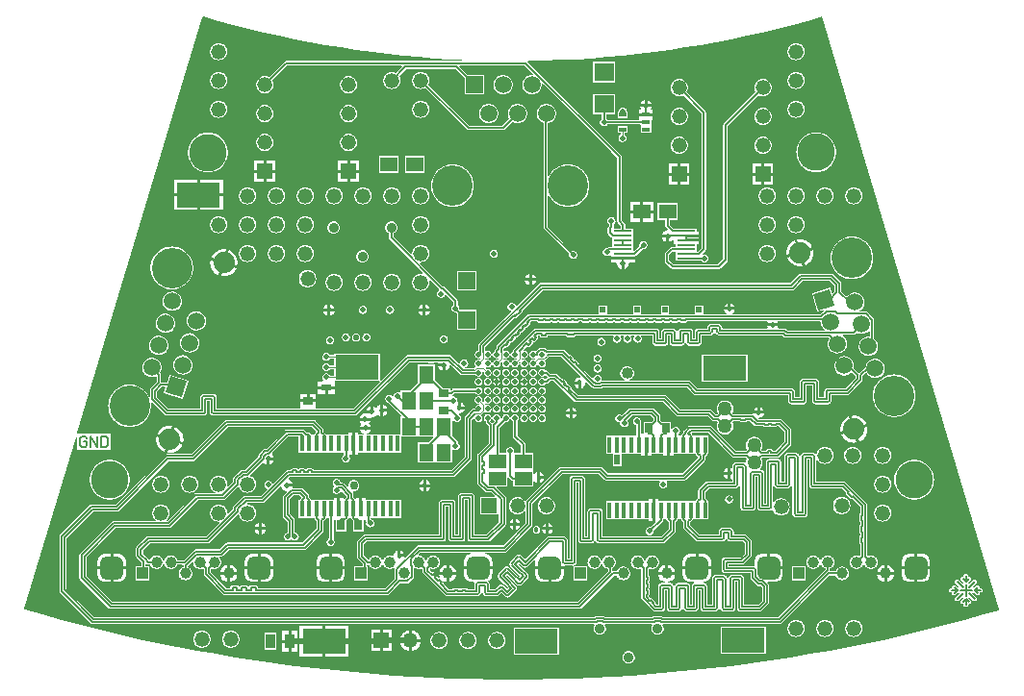
<source format=gtl>
%FSLAX25Y25*%
%MOIN*%
G70*
G01*
G75*
G04 Layer_Physical_Order=1*
G04 Layer_Color=255*
%ADD10C,0.00605*%
%ADD11R,0.03347X0.05118*%
%ADD12R,0.07087X0.06299*%
%ADD13C,0.02000*%
%ADD14R,0.01378X0.05512*%
%ADD15R,0.15000X0.08500*%
%ADD16R,0.02756X0.01575*%
%ADD17R,0.03543X0.02756*%
%ADD18R,0.06496X0.00984*%
%ADD19R,0.06496X0.00984*%
%ADD20R,0.06000X0.06000*%
%ADD21R,0.02756X0.03543*%
%ADD22R,0.05000X0.06000*%
%ADD23R,0.06000X0.05000*%
%ADD24C,0.00800*%
%ADD25C,0.02000*%
%ADD26C,0.00425*%
%ADD27C,0.00500*%
%ADD28C,0.00400*%
%ADD29C,0.00600*%
%ADD30C,0.05000*%
%ADD31R,0.05906X0.05906*%
%ADD32C,0.05906*%
%ADD33C,0.14000*%
%ADD34C,0.07400*%
%ADD35P,0.08352X4X152.0*%
%ADD36P,0.08352X4X298.0*%
%ADD37R,0.02362X0.03740*%
%ADD38C,0.03000*%
%ADD39C,0.04000*%
%ADD40P,0.02165X8X22.5*%
%ADD41R,0.03740X0.02362*%
%ADD42R,0.03937X0.03937*%
%ADD43C,0.03937*%
G04:AMPARAMS|DCode=44|XSize=78.74mil|YSize=78.74mil|CornerRadius=19.69mil|HoleSize=0mil|Usage=FLASHONLY|Rotation=0.000|XOffset=0mil|YOffset=0mil|HoleType=Round|Shape=RoundedRectangle|*
%AMROUNDEDRECTD44*
21,1,0.07874,0.03937,0,0,0.0*
21,1,0.03937,0.07874,0,0,0.0*
1,1,0.03937,0.01969,-0.01969*
1,1,0.03937,-0.01969,-0.01969*
1,1,0.03937,-0.01969,0.01969*
1,1,0.03937,0.01969,0.01969*
%
%ADD44ROUNDEDRECTD44*%
%ADD45C,0.03500*%
%ADD46R,0.05200X0.05200*%
%ADD47C,0.05200*%
%ADD48R,0.05200X0.05200*%
%ADD49R,0.02000X0.02000*%
%ADD50C,0.13000*%
%ADD51C,0.01800*%
G36*
X143364Y340127D02*
X148618Y338706D01*
X153891Y337361D01*
X159183Y336090D01*
X164492Y334895D01*
X169818Y333776D01*
X175159Y332734D01*
X180515Y331768D01*
X185884Y330878D01*
X191265Y330065D01*
X196657Y329329D01*
X202059Y328670D01*
X207470Y328088D01*
X212889Y327584D01*
X218314Y327157D01*
X223745Y326807D01*
X227756Y326607D01*
X227746Y326207D01*
X166928D01*
X166719Y326179D01*
X166525Y326099D01*
X166357Y325971D01*
X161002Y320615D01*
X160894Y320681D01*
X160458Y320862D01*
X159999Y320972D01*
X159528Y321009D01*
X159057Y320972D01*
X158598Y320862D01*
X158162Y320681D01*
X157759Y320435D01*
X157400Y320128D01*
X157093Y319769D01*
X156847Y319366D01*
X156666Y318930D01*
X156556Y318471D01*
X156519Y318000D01*
X156556Y317529D01*
X156666Y317070D01*
X156847Y316634D01*
X157093Y316231D01*
X157400Y315872D01*
X157759Y315565D01*
X158162Y315319D01*
X158598Y315138D01*
X159057Y315028D01*
X159528Y314991D01*
X159999Y315028D01*
X160458Y315138D01*
X160894Y315319D01*
X161297Y315565D01*
X161656Y315872D01*
X161963Y316231D01*
X162209Y316634D01*
X162390Y317070D01*
X162500Y317529D01*
X162537Y318000D01*
X162500Y318471D01*
X162390Y318930D01*
X162209Y319366D01*
X162143Y319474D01*
X167262Y324593D01*
X206957D01*
X207110Y324223D01*
X205002Y322115D01*
X204894Y322181D01*
X204458Y322362D01*
X203999Y322472D01*
X203528Y322509D01*
X203057Y322472D01*
X202598Y322362D01*
X202162Y322181D01*
X201759Y321935D01*
X201400Y321628D01*
X201093Y321269D01*
X200847Y320866D01*
X200666Y320430D01*
X200556Y319971D01*
X200519Y319500D01*
X200556Y319029D01*
X200666Y318570D01*
X200847Y318134D01*
X201093Y317731D01*
X201400Y317372D01*
X201759Y317065D01*
X202162Y316819D01*
X202598Y316638D01*
X203057Y316528D01*
X203528Y316491D01*
X203999Y316528D01*
X204458Y316638D01*
X204894Y316819D01*
X205297Y317065D01*
X205656Y317372D01*
X205963Y317731D01*
X206209Y318134D01*
X206390Y318570D01*
X206500Y319029D01*
X206537Y319500D01*
X206500Y319971D01*
X206390Y320430D01*
X206209Y320866D01*
X206143Y320974D01*
X208562Y323393D01*
X225494D01*
X228675Y320212D01*
Y314647D01*
X235381D01*
Y321353D01*
X229816D01*
X226946Y324223D01*
X227099Y324593D01*
X249601D01*
X252489Y321705D01*
X252324Y321340D01*
X252028Y321360D01*
X251589Y321331D01*
X251158Y321245D01*
X250742Y321104D01*
X250348Y320910D01*
X249983Y320666D01*
X249652Y320376D01*
X249362Y320045D01*
X249118Y319680D01*
X248924Y319286D01*
X248782Y318870D01*
X248697Y318439D01*
X248668Y318000D01*
X248697Y317561D01*
X248782Y317130D01*
X248924Y316714D01*
X249118Y316320D01*
X249362Y315955D01*
X249652Y315624D01*
X249983Y315334D01*
X250348Y315090D01*
X250742Y314896D01*
X251158Y314755D01*
X251589Y314669D01*
X252028Y314640D01*
X252467Y314669D01*
X252898Y314755D01*
X253314Y314896D01*
X253708Y315090D01*
X254073Y315334D01*
X254404Y315624D01*
X254694Y315955D01*
X254938Y316320D01*
X255132Y316714D01*
X255273Y317130D01*
X255359Y317561D01*
X255388Y318000D01*
X255368Y318296D01*
X255733Y318461D01*
X279341Y294853D01*
X279457Y294701D01*
X281593Y292566D01*
Y270700D01*
X281621Y270491D01*
X281701Y270297D01*
X281829Y270129D01*
X282796Y269163D01*
Y268116D01*
X280623D01*
X280485Y268223D01*
X280333Y268449D01*
X280379Y268560D01*
X280407Y268769D01*
Y269551D01*
X280595Y269705D01*
X280770Y269918D01*
X280900Y270162D01*
X280980Y270426D01*
X281007Y270700D01*
X280980Y270974D01*
X280900Y271238D01*
X280770Y271482D01*
X280595Y271695D01*
X280382Y271870D01*
X280138Y272000D01*
X279874Y272080D01*
X279600Y272107D01*
X279326Y272080D01*
X279062Y272000D01*
X278818Y271870D01*
X278605Y271695D01*
X278430Y271482D01*
X278300Y271238D01*
X278220Y270974D01*
X278193Y270700D01*
X278220Y270426D01*
X278300Y270162D01*
X278430Y269918D01*
X278605Y269705D01*
X278793Y269551D01*
Y269103D01*
X278457Y268767D01*
X278329Y268600D01*
X278249Y268406D01*
X278221Y268197D01*
Y266622D01*
X278249Y266413D01*
X278249Y266413D01*
X278249D01*
X278329Y266218D01*
X278457Y266051D01*
X279429Y265079D01*
X279596Y264951D01*
X279791Y264870D01*
X279955Y264849D01*
X279955Y264849D01*
X279955Y264849D01*
D01*
Y264757D01*
Y263183D01*
Y261732D01*
X278953D01*
X278744Y261705D01*
X278550Y261624D01*
X278383Y261496D01*
X278270Y261383D01*
X278028Y261407D01*
X277753Y261380D01*
X277490Y261300D01*
X277246Y261170D01*
X277033Y260995D01*
X276858Y260782D01*
X276728Y260538D01*
X276648Y260274D01*
X276621Y260000D01*
X276648Y259726D01*
X276728Y259462D01*
X276858Y259218D01*
X277033Y259005D01*
X277246Y258830D01*
X277490Y258700D01*
X277753Y258620D01*
X278028Y258593D01*
X278302Y258620D01*
X278566Y258700D01*
X278810Y258830D01*
X278993Y258981D01*
X279133Y258915D01*
X279355Y258733D01*
Y258276D01*
X287851D01*
Y258588D01*
X288003Y258652D01*
X288171Y258780D01*
X290433Y261042D01*
X290675Y261018D01*
X290949Y261046D01*
X291213Y261125D01*
X291456Y261256D01*
X291670Y261431D01*
X291845Y261644D01*
X291974Y261887D01*
X292055Y262151D01*
X292082Y262425D01*
X292055Y262700D01*
X291974Y262964D01*
X291845Y263207D01*
X291670Y263420D01*
X291456Y263595D01*
X291213Y263725D01*
X290949Y263805D01*
X290675Y263832D01*
X290400Y263805D01*
X290137Y263725D01*
X289893Y263595D01*
X289680Y263420D01*
X289505Y263207D01*
X289375Y262964D01*
X289295Y262700D01*
X289268Y262425D01*
X289292Y262183D01*
X287620Y260512D01*
X287251Y260665D01*
Y261608D01*
Y263183D01*
Y264757D01*
Y266332D01*
X287251D01*
Y268116D01*
X284410D01*
Y269497D01*
X284382Y269706D01*
X284302Y269901D01*
X284173Y270068D01*
X283207Y271034D01*
Y292900D01*
X283179Y293109D01*
X283099Y293303D01*
X282971Y293470D01*
X280715Y295726D01*
X280599Y295878D01*
X250623Y325853D01*
X250775Y326223D01*
X250944Y326225D01*
X256384Y326341D01*
X261823Y326536D01*
X267259Y326807D01*
X272689Y327157D01*
X278115Y327584D01*
X283533Y328088D01*
X288944Y328670D01*
X294346Y329329D01*
X299739Y330065D01*
X305120Y330878D01*
X310489Y331768D01*
X315844Y332734D01*
X321185Y333776D01*
X326511Y334895D01*
X331821Y336090D01*
X337112Y337361D01*
X342386Y338706D01*
X347639Y340127D01*
X352628Y341554D01*
X413982Y136018D01*
X413790Y135668D01*
X408610Y134184D01*
X401973Y132365D01*
X395316Y130622D01*
X388640Y128955D01*
X381945Y127364D01*
X375233Y125849D01*
X368504Y124411D01*
X361759Y123049D01*
X354999Y121764D01*
X348224Y120556D01*
X341437Y119426D01*
X334636Y118373D01*
X327825Y117397D01*
X321003Y116499D01*
X314171Y115678D01*
X307330Y114936D01*
X300481Y114271D01*
X293624Y113684D01*
X286762Y113175D01*
X279894Y112745D01*
X273022Y112393D01*
X266146Y112119D01*
X259268Y111923D01*
X252388Y111805D01*
X245507Y111766D01*
X238626Y111805D01*
X231746Y111923D01*
X224867Y112119D01*
X217991Y112393D01*
X211119Y112745D01*
X204252Y113175D01*
X197389Y113684D01*
X190533Y114271D01*
X183684Y114936D01*
X176843Y115678D01*
X170011Y116499D01*
X163189Y117397D01*
X156377Y118373D01*
X149577Y119426D01*
X142789Y120556D01*
X136015Y121764D01*
X129255Y123049D01*
X122510Y124411D01*
X115780Y125849D01*
X109068Y127364D01*
X102373Y128955D01*
X95697Y130622D01*
X89040Y132365D01*
X82404Y134184D01*
X76455Y135888D01*
X76263Y136239D01*
X94132Y195839D01*
X94528Y195781D01*
Y191500D01*
X106125D01*
Y197099D01*
X94845D01*
X94606Y197420D01*
X137785Y341437D01*
X138132Y341623D01*
X143364Y340127D01*
D02*
G37*
%LPC*%
G36*
X252477Y203758D02*
X252212Y203732D01*
X251958Y203655D01*
X251723Y203530D01*
X251518Y203361D01*
X251349Y203155D01*
X251223Y202921D01*
X251146Y202666D01*
X251120Y202402D01*
X251146Y202137D01*
X251223Y201883D01*
X251349Y201648D01*
X251518Y201442D01*
X251723Y201274D01*
X251958Y201148D01*
X252212Y201071D01*
X252477Y201045D01*
X252741Y201071D01*
X252996Y201148D01*
X253231Y201274D01*
X253436Y201442D01*
X253605Y201648D01*
X253730Y201883D01*
X253807Y202137D01*
X253833Y202402D01*
X253807Y202666D01*
X253730Y202921D01*
X253605Y203155D01*
X253436Y203361D01*
X253231Y203530D01*
X252996Y203655D01*
X252741Y203732D01*
X252477Y203758D01*
D02*
G37*
G36*
X249327D02*
X249063Y203732D01*
X248808Y203655D01*
X248573Y203530D01*
X248368Y203361D01*
X248199Y203155D01*
X248074Y202921D01*
X247997Y202666D01*
X247971Y202402D01*
X247997Y202137D01*
X248074Y201883D01*
X248199Y201648D01*
X248368Y201442D01*
X248573Y201274D01*
X248808Y201148D01*
X249063Y201071D01*
X249327Y201045D01*
X249592Y201071D01*
X249846Y201148D01*
X250081Y201274D01*
X250286Y201442D01*
X250455Y201648D01*
X250581Y201883D01*
X250658Y202137D01*
X250684Y202402D01*
X250658Y202666D01*
X250581Y202921D01*
X250455Y203155D01*
X250286Y203361D01*
X250081Y203530D01*
X249846Y203655D01*
X249592Y203732D01*
X249327Y203758D01*
D02*
G37*
G36*
X265228Y203700D02*
X263894D01*
X263964Y203469D01*
X264141Y203139D01*
X264378Y202850D01*
X264667Y202613D01*
X264997Y202436D01*
X265228Y202366D01*
Y203700D01*
D02*
G37*
G36*
X255626Y203758D02*
X255362Y203732D01*
X255107Y203655D01*
X254873Y203530D01*
X254667Y203361D01*
X254499Y203155D01*
X254373Y202921D01*
X254296Y202666D01*
X254270Y202402D01*
X254296Y202137D01*
X254373Y201883D01*
X254499Y201648D01*
X254667Y201442D01*
X254873Y201274D01*
X255107Y201148D01*
X255362Y201071D01*
X255626Y201045D01*
X255891Y201071D01*
X256146Y201148D01*
X256380Y201274D01*
X256586Y201442D01*
X256754Y201648D01*
X256880Y201883D01*
X256957Y202137D01*
X256983Y202402D01*
X256957Y202666D01*
X256880Y202921D01*
X256754Y203155D01*
X256586Y203361D01*
X256380Y203530D01*
X256146Y203655D01*
X255891Y203732D01*
X255626Y203758D01*
D02*
G37*
G36*
X363761Y203251D02*
X363233Y203243D01*
X362710Y203175D01*
X362683Y203169D01*
X363905Y199172D01*
X367902Y200394D01*
X367893Y200419D01*
X367656Y200891D01*
X367368Y201333D01*
X367032Y201741D01*
X366653Y202108D01*
X366235Y202431D01*
X365783Y202704D01*
X365304Y202925D01*
X364803Y203092D01*
X364287Y203201D01*
X363761Y203251D01*
D02*
G37*
G36*
X361727Y202876D02*
X361702Y202867D01*
X361230Y202630D01*
X360788Y202342D01*
X360380Y202006D01*
X360013Y201627D01*
X359690Y201209D01*
X359417Y200758D01*
X359196Y200278D01*
X359029Y199777D01*
X358920Y199261D01*
X358870Y198735D01*
X358878Y198208D01*
X358946Y197684D01*
X358952Y197658D01*
X362949Y198880D01*
X361727Y202876D01*
D02*
G37*
G36*
X176639Y201614D02*
X146212D01*
X146028Y201589D01*
X145858Y201519D01*
X145711Y201406D01*
X134224Y189919D01*
X125539D01*
X125355Y189895D01*
X125184Y189824D01*
X125038Y189712D01*
X107834Y172509D01*
X99328D01*
X99145Y172484D01*
X98974Y172414D01*
X98827Y172301D01*
X88533Y162007D01*
X88420Y161860D01*
X88349Y161689D01*
X88325Y161506D01*
Y142473D01*
X88325Y142473D01*
X88325D01*
X88349Y142290D01*
X88420Y142119D01*
X88533Y141972D01*
X99211Y131294D01*
X99211Y131294D01*
X99274Y131245D01*
X99357Y131181D01*
X99528Y131111D01*
X99712Y131086D01*
X99712Y131086D01*
X273410D01*
X273715Y130826D01*
X273765Y130737D01*
X273606Y130479D01*
X273477Y130166D01*
X273398Y129837D01*
X273371Y129500D01*
X273398Y129163D01*
X273477Y128834D01*
X273606Y128521D01*
X273783Y128232D01*
X274003Y127975D01*
X274260Y127755D01*
X274549Y127578D01*
X274862Y127449D01*
X275191Y127370D01*
X275528Y127343D01*
X275865Y127370D01*
X276194Y127449D01*
X276507Y127578D01*
X276796Y127755D01*
X277053Y127975D01*
X277273Y128232D01*
X277450Y128521D01*
X277579Y128834D01*
X277658Y129163D01*
X277685Y129500D01*
X277658Y129837D01*
X277579Y130166D01*
X277450Y130479D01*
X277291Y130737D01*
X277341Y130826D01*
X277646Y131086D01*
X293410D01*
X293715Y130826D01*
X293765Y130737D01*
X293606Y130479D01*
X293477Y130166D01*
X293398Y129837D01*
X293371Y129500D01*
X293398Y129163D01*
X293477Y128834D01*
X293606Y128521D01*
X293783Y128232D01*
X294003Y127975D01*
X294260Y127755D01*
X294549Y127578D01*
X294862Y127449D01*
X295191Y127370D01*
X295528Y127343D01*
X295865Y127370D01*
X296194Y127449D01*
X296507Y127578D01*
X296796Y127755D01*
X297053Y127975D01*
X297273Y128232D01*
X297450Y128521D01*
X297579Y128834D01*
X297658Y129163D01*
X297685Y129500D01*
X297658Y129837D01*
X297579Y130166D01*
X297450Y130479D01*
X297291Y130737D01*
X297341Y130826D01*
X297646Y131086D01*
X338144D01*
X338328Y131111D01*
X338499Y131181D01*
X338645Y131294D01*
X355174Y147823D01*
X357250D01*
X357257Y147797D01*
X357399Y147453D01*
X357594Y147135D01*
X357836Y146852D01*
X358120Y146609D01*
X358438Y146415D01*
X358782Y146272D01*
X359144Y146185D01*
X359516Y146156D01*
X359888Y146185D01*
X360250Y146272D01*
X360595Y146415D01*
X360913Y146609D01*
X361196Y146852D01*
X361438Y147135D01*
X361633Y147453D01*
X361776Y147797D01*
X361863Y148160D01*
X361892Y148532D01*
X361863Y148903D01*
X361776Y149266D01*
X361633Y149610D01*
X361438Y149928D01*
X361196Y150212D01*
X360913Y150454D01*
X360595Y150648D01*
X360250Y150791D01*
X359888Y150878D01*
X359516Y150907D01*
X359144Y150878D01*
X358782Y150791D01*
X358438Y150648D01*
X358120Y150454D01*
X357836Y150212D01*
X357594Y149928D01*
X357399Y149610D01*
X357257Y149266D01*
X357250Y149240D01*
X355482D01*
X355219Y149541D01*
X355225Y149588D01*
Y150203D01*
X355250Y150209D01*
X355595Y150352D01*
X355913Y150547D01*
X356196Y150789D01*
X356438Y151072D01*
X356633Y151390D01*
X356776Y151734D01*
X356863Y152097D01*
X356892Y152469D01*
X356863Y152840D01*
X356776Y153203D01*
X356633Y153547D01*
X356438Y153865D01*
X356196Y154149D01*
X355913Y154391D01*
X355595Y154586D01*
X355250Y154728D01*
X354888Y154815D01*
X354516Y154844D01*
X354145Y154815D01*
X353782Y154728D01*
X353438Y154586D01*
X353120Y154391D01*
X352836Y154149D01*
X352594Y153865D01*
X352399Y153547D01*
X352257Y153203D01*
X352216Y153034D01*
X351816D01*
X351776Y153203D01*
X351633Y153547D01*
X351438Y153865D01*
X351196Y154149D01*
X350913Y154391D01*
X350595Y154586D01*
X350250Y154728D01*
X349888Y154815D01*
X349516Y154844D01*
X349145Y154815D01*
X348782Y154728D01*
X348438Y154586D01*
X348120Y154391D01*
X347836Y154149D01*
X347594Y153865D01*
X347399Y153547D01*
X347257Y153203D01*
X347170Y152840D01*
X347140Y152469D01*
X347170Y152097D01*
X347257Y151734D01*
X347399Y151390D01*
X347594Y151072D01*
X347836Y150789D01*
X348120Y150547D01*
X348438Y150352D01*
X348782Y150209D01*
X349145Y150122D01*
X349516Y150093D01*
X349888Y150122D01*
X350250Y150209D01*
X350595Y150352D01*
X350913Y150547D01*
X351196Y150789D01*
X351438Y151072D01*
X351633Y151390D01*
X351776Y151734D01*
X351816Y151903D01*
X352216D01*
X352257Y151734D01*
X352399Y151390D01*
X352594Y151072D01*
X352836Y150789D01*
X353120Y150547D01*
X353438Y150352D01*
X353699Y150243D01*
X353777Y149851D01*
X337435Y133509D01*
X297396D01*
X297314Y133571D01*
X297144Y133642D01*
X296960Y133666D01*
X294096D01*
X293913Y133642D01*
X293742Y133571D01*
X293660Y133509D01*
X277396D01*
X277314Y133571D01*
X277144Y133642D01*
X276960Y133666D01*
X274096D01*
X273913Y133642D01*
X273742Y133571D01*
X273660Y133509D01*
X100422D01*
X90747Y143183D01*
Y160796D01*
X100038Y170086D01*
X108544D01*
X108728Y170111D01*
X108899Y170181D01*
X109045Y170294D01*
X126248Y187497D01*
X134934D01*
X135117Y187521D01*
X135288Y187592D01*
X135435Y187705D01*
X135435Y187705D01*
X135435Y187705D01*
X146922Y199191D01*
X175929D01*
X177282Y197839D01*
Y197439D01*
X176945Y197101D01*
X176832Y196954D01*
X176761Y196783D01*
X176750Y196701D01*
X176749Y196694D01*
X176357D01*
D01*
D01*
X176357Y196694D01*
X175976D01*
Y196694D01*
X175583D01*
X175571Y196783D01*
X175500Y196954D01*
X175388Y197101D01*
X175241Y197214D01*
X175070Y197284D01*
X174887Y197309D01*
X174042D01*
X173245Y198106D01*
X173098Y198219D01*
X172927Y198289D01*
X172744Y198314D01*
X166933D01*
X166750Y198289D01*
X166579Y198219D01*
X166432Y198106D01*
X166432Y198106D01*
X160042Y191716D01*
X159607D01*
X159607Y191716D01*
X159444Y191695D01*
X159423Y191692D01*
X159373Y191671D01*
X159252Y191621D01*
X159169Y191557D01*
X159106Y191508D01*
X159106Y191508D01*
X157519Y189922D01*
X157407Y189776D01*
X157336Y189605D01*
X157312Y189421D01*
Y188986D01*
X152842Y184516D01*
X151744D01*
X151744Y184516D01*
X151560Y184492D01*
X151390Y184421D01*
X151243Y184309D01*
X148720Y181785D01*
X148607Y181639D01*
X148536Y181468D01*
X148512Y181284D01*
Y180186D01*
X146813Y178699D01*
X146471Y178906D01*
X146500Y179029D01*
X146537Y179500D01*
X146500Y179971D01*
X146390Y180430D01*
X146209Y180866D01*
X145963Y181269D01*
X145656Y181628D01*
X145297Y181935D01*
X144894Y182181D01*
X144458Y182362D01*
X143999Y182472D01*
X143528Y182509D01*
X143057Y182472D01*
X142598Y182362D01*
X142162Y182181D01*
X141759Y181935D01*
X141400Y181628D01*
X141093Y181269D01*
X140847Y180866D01*
X140666Y180430D01*
X140556Y179971D01*
X140519Y179500D01*
X140556Y179029D01*
X140666Y178570D01*
X140847Y178134D01*
X141093Y177731D01*
X141400Y177372D01*
X141759Y177065D01*
X142162Y176819D01*
X142446Y176701D01*
X142368Y176309D01*
X135623D01*
X135440Y176284D01*
X135269Y176214D01*
X135122Y176101D01*
X125825Y166804D01*
X125428Y166851D01*
X125387Y166918D01*
X125324Y167089D01*
X125656Y167372D01*
X125963Y167731D01*
X126209Y168134D01*
X126390Y168570D01*
X126500Y169029D01*
X126537Y169500D01*
X126500Y169971D01*
X126390Y170430D01*
X126209Y170866D01*
X125963Y171269D01*
X125656Y171628D01*
X125297Y171935D01*
X124894Y172181D01*
X124458Y172362D01*
X123999Y172472D01*
X123528Y172509D01*
X123057Y172472D01*
X122598Y172362D01*
X122162Y172181D01*
X121759Y171935D01*
X121400Y171628D01*
X121093Y171269D01*
X120847Y170866D01*
X120666Y170430D01*
X120556Y169971D01*
X120519Y169500D01*
X120556Y169029D01*
X120666Y168570D01*
X120847Y168134D01*
X121093Y167731D01*
X121400Y167372D01*
X121732Y167089D01*
X121669Y166918D01*
X121544Y166714D01*
X107112D01*
X106928Y166689D01*
X106757Y166619D01*
X106611Y166506D01*
X95522Y155417D01*
X95409Y155271D01*
X95339Y155100D01*
X95315Y154916D01*
Y146884D01*
X95314Y146884D01*
X95315D01*
X95339Y146700D01*
X95409Y146529D01*
X95522Y146383D01*
X105511Y136394D01*
X105511Y136394D01*
X105511D01*
X105511Y136394D01*
X105511D01*
X105511Y136394D01*
Y136394D01*
Y136394D01*
D01*
D01*
X105511D01*
Y136394D01*
X105657Y136281D01*
X105828Y136211D01*
X106012Y136186D01*
X268544D01*
X268728Y136211D01*
X268899Y136281D01*
X269045Y136394D01*
X280474Y147823D01*
X281425D01*
X281431Y147797D01*
X281574Y147453D01*
X281769Y147135D01*
X282011Y146852D01*
X282294Y146609D01*
X282612Y146415D01*
X282957Y146272D01*
X283319Y146185D01*
X283691Y146156D01*
X284063Y146185D01*
X284425Y146272D01*
X284769Y146415D01*
X285087Y146609D01*
X285371Y146852D01*
X285613Y147135D01*
X285808Y147453D01*
X285950Y147797D01*
X286037Y148160D01*
X286067Y148532D01*
X286037Y148903D01*
X285950Y149266D01*
X285808Y149610D01*
X285613Y149928D01*
X285371Y150212D01*
X285087Y150454D01*
X284769Y150648D01*
X284425Y150791D01*
X284063Y150878D01*
X283691Y150907D01*
X283319Y150878D01*
X282957Y150791D01*
X282612Y150648D01*
X282294Y150454D01*
X282011Y150212D01*
X281769Y149928D01*
X281574Y149610D01*
X281431Y149266D01*
X281425Y149240D01*
X280181D01*
X280181Y149240D01*
D01*
D01*
D01*
X280181Y149240D01*
X280181Y149240D01*
X279937Y149257D01*
Y150454D01*
X280087Y150547D01*
X280371Y150789D01*
X280613Y151072D01*
X280808Y151390D01*
X280950Y151734D01*
X281037Y152097D01*
X281067Y152469D01*
X281037Y152840D01*
X280950Y153203D01*
X280808Y153547D01*
X280613Y153865D01*
X280371Y154149D01*
X280087Y154391D01*
X279769Y154586D01*
X279425Y154728D01*
X279063Y154815D01*
X278691Y154844D01*
X278319Y154815D01*
X277957Y154728D01*
X277612Y154586D01*
X277294Y154391D01*
X277011Y154149D01*
X276769Y153865D01*
X276574Y153547D01*
X276431Y153203D01*
X276391Y153034D01*
X275991D01*
X275950Y153203D01*
X275808Y153547D01*
X275613Y153865D01*
X275371Y154149D01*
X275087Y154391D01*
X274769Y154586D01*
X274425Y154728D01*
X274062Y154815D01*
X273691Y154844D01*
X273319Y154815D01*
X272957Y154728D01*
X272612Y154586D01*
X272294Y154391D01*
X272011Y154149D01*
X271769Y153865D01*
X271574Y153547D01*
X271431Y153203D01*
X271344Y152840D01*
X271315Y152469D01*
X271344Y152097D01*
X271431Y151734D01*
X271574Y151390D01*
X271769Y151072D01*
X272011Y150789D01*
X272294Y150547D01*
X272612Y150352D01*
X272957Y150209D01*
X273319Y150122D01*
X273691Y150093D01*
X274062Y150122D01*
X274425Y150209D01*
X274769Y150352D01*
X275087Y150547D01*
X275371Y150789D01*
X275613Y151072D01*
X275808Y151390D01*
X275950Y151734D01*
X275991Y151903D01*
X276391D01*
X276431Y151734D01*
X276574Y151390D01*
X276769Y151072D01*
X277011Y150789D01*
X277294Y150547D01*
X277612Y150352D01*
X277957Y150209D01*
X278319Y150122D01*
X278520Y150106D01*
Y149293D01*
X267834Y138609D01*
X106721D01*
X97737Y147593D01*
Y154207D01*
X107822Y164291D01*
X126444D01*
X126628Y164316D01*
X126799Y164386D01*
X126945Y164499D01*
X136333Y173886D01*
X145344D01*
X145528Y173911D01*
X145699Y173981D01*
X145845Y174094D01*
X145845Y174094D01*
X145845Y174094D01*
X150311Y178559D01*
X150703Y178481D01*
X150847Y178134D01*
X151093Y177731D01*
X151400Y177372D01*
X151759Y177065D01*
X152162Y176819D01*
X152598Y176638D01*
X153057Y176528D01*
X153528Y176491D01*
X153999Y176528D01*
X154458Y176638D01*
X154894Y176819D01*
X155297Y177065D01*
X155656Y177372D01*
X155963Y177731D01*
X156209Y178134D01*
X156390Y178570D01*
X156500Y179029D01*
X156537Y179500D01*
X156500Y179971D01*
X156390Y180430D01*
X156209Y180866D01*
X155963Y181269D01*
X155656Y181628D01*
X155297Y181935D01*
X154894Y182181D01*
X154547Y182325D01*
X154469Y182718D01*
X158791Y187040D01*
X159191Y187020D01*
X159307Y186879D01*
X159611Y186629D01*
X159959Y186443D01*
X160228Y186362D01*
Y188300D01*
X160728D01*
Y188800D01*
X162666D01*
X162585Y189069D01*
X162399Y189417D01*
X162149Y189721D01*
X162008Y189837D01*
X161988Y190237D01*
X167643Y195891D01*
X171238D01*
Y190382D01*
X173416D01*
Y190382D01*
X173416D01*
X173416Y190382D01*
X173798D01*
Y190382D01*
X175976D01*
Y190382D01*
X175976D01*
X175976Y190382D01*
X176357D01*
Y190382D01*
X178535D01*
Y190382D01*
X178534D01*
X178535Y190382D01*
X178916D01*
Y190382D01*
X181094D01*
Y190382D01*
X181094D01*
X181094Y190382D01*
X181475D01*
Y190382D01*
X183653D01*
Y190382D01*
X183653D01*
X183653Y190382D01*
X184034D01*
Y190382D01*
X186212D01*
Y190382D01*
X186212D01*
X186212Y190382D01*
X186593D01*
D01*
X186875Y190382D01*
Y189655D01*
X186845Y189638D01*
X186632Y189463D01*
X186457Y189250D01*
X186327Y189007D01*
X186247Y188743D01*
X186220Y188469D01*
X186247Y188194D01*
X186327Y187930D01*
X186457Y187687D01*
X186632Y187474D01*
X186845Y187299D01*
X187088Y187169D01*
X187352Y187089D01*
X187626Y187062D01*
X187901Y187089D01*
X188165Y187169D01*
X188408Y187299D01*
X188621Y187474D01*
X188796Y187687D01*
X188926Y187930D01*
X189006Y188194D01*
X189033Y188469D01*
X189006Y188743D01*
X188926Y189007D01*
X188796Y189250D01*
X188656Y189420D01*
X188752Y189623D01*
X188883Y189782D01*
X189741D01*
Y193538D01*
Y197294D01*
X188552D01*
Y196694D01*
X186593D01*
D01*
D01*
X186593Y196694D01*
X186212D01*
Y196694D01*
X184034D01*
D01*
D01*
X184034Y196694D01*
X183653D01*
Y196694D01*
X181475D01*
D01*
D01*
X181475Y196694D01*
X181094D01*
Y196694D01*
X180701D01*
X180692Y196762D01*
X180689Y196783D01*
X180668Y196833D01*
X180618Y196954D01*
X180555Y197037D01*
X180506Y197101D01*
X180506Y197101D01*
X179936Y197671D01*
Y198316D01*
X179912Y198500D01*
X179841Y198671D01*
X179729Y198817D01*
X177140Y201406D01*
X176993Y201519D01*
X176822Y201589D01*
X176639Y201614D01*
D02*
G37*
G36*
X196166Y201500D02*
X192290D01*
X192371Y201231D01*
X192557Y200884D01*
X192807Y200579D01*
X192807Y200579D01*
X192807D01*
X192907Y200421D01*
X192657Y200116D01*
X192471Y199769D01*
X192390Y199500D01*
X196266D01*
X196185Y199769D01*
X195999Y200116D01*
X195749Y200421D01*
X195749Y200421D01*
X195749D01*
X195649Y200579D01*
Y200579D01*
X195899Y200884D01*
X196085Y201231D01*
X196166Y201500D01*
D02*
G37*
G36*
X249327Y206908D02*
X249063Y206882D01*
X248808Y206804D01*
X248573Y206679D01*
X248368Y206510D01*
X248199Y206305D01*
X248074Y206070D01*
X247997Y205816D01*
X247971Y205551D01*
X247997Y205287D01*
X248074Y205032D01*
X248199Y204798D01*
X248368Y204592D01*
X248573Y204423D01*
X248808Y204298D01*
X249063Y204221D01*
X249327Y204195D01*
X249592Y204221D01*
X249846Y204298D01*
X250081Y204423D01*
X250286Y204592D01*
X250455Y204798D01*
X250581Y205032D01*
X250658Y205287D01*
X250684Y205551D01*
X250658Y205816D01*
X250581Y206070D01*
X250455Y206305D01*
X250286Y206510D01*
X250081Y206679D01*
X249846Y206804D01*
X249592Y206882D01*
X249327Y206908D01*
D02*
G37*
G36*
X246178D02*
X245913Y206882D01*
X245658Y206804D01*
X245424Y206679D01*
X245218Y206510D01*
X245050Y206305D01*
X244924Y206070D01*
X244847Y205816D01*
X244821Y205551D01*
X244847Y205287D01*
X244924Y205032D01*
X245050Y204798D01*
X245218Y204592D01*
X245424Y204423D01*
X245658Y204298D01*
X245913Y204221D01*
X246178Y204195D01*
X246442Y204221D01*
X246697Y204298D01*
X246931Y204423D01*
X247137Y204592D01*
X247305Y204798D01*
X247431Y205032D01*
X247508Y205287D01*
X247534Y205551D01*
X247508Y205816D01*
X247431Y206070D01*
X247305Y206305D01*
X247137Y206510D01*
X246931Y206679D01*
X246697Y206804D01*
X246442Y206882D01*
X246178Y206908D01*
D02*
G37*
G36*
X255626D02*
X255362Y206882D01*
X255107Y206804D01*
X254873Y206679D01*
X254667Y206510D01*
X254499Y206305D01*
X254373Y206070D01*
X254296Y205816D01*
X254270Y205551D01*
X254296Y205287D01*
X254373Y205032D01*
X254499Y204798D01*
X254667Y204592D01*
X254873Y204423D01*
X255107Y204298D01*
X255362Y204221D01*
X255626Y204195D01*
X255891Y204221D01*
X256146Y204298D01*
X256380Y204423D01*
X256586Y204592D01*
X256754Y204798D01*
X256880Y205032D01*
X256957Y205287D01*
X256983Y205551D01*
X256957Y205816D01*
X256880Y206070D01*
X256754Y206305D01*
X256586Y206510D01*
X256380Y206679D01*
X256146Y206804D01*
X255891Y206882D01*
X255626Y206908D01*
D02*
G37*
G36*
X252477D02*
X252212Y206882D01*
X251958Y206804D01*
X251723Y206679D01*
X251518Y206510D01*
X251349Y206305D01*
X251223Y206070D01*
X251146Y205816D01*
X251120Y205551D01*
X251146Y205287D01*
X251223Y205032D01*
X251349Y204798D01*
X251518Y204592D01*
X251723Y204423D01*
X251958Y204298D01*
X252212Y204221D01*
X252477Y204195D01*
X252741Y204221D01*
X252996Y204298D01*
X253231Y204423D01*
X253436Y204592D01*
X253605Y204798D01*
X253730Y205032D01*
X253807Y205287D01*
X253833Y205551D01*
X253807Y205816D01*
X253730Y206070D01*
X253605Y206305D01*
X253436Y206510D01*
X253231Y206679D01*
X252996Y206804D01*
X252741Y206882D01*
X252477Y206908D01*
D02*
G37*
G36*
X243028D02*
X242763Y206882D01*
X242509Y206804D01*
X242274Y206679D01*
X242069Y206510D01*
X241900Y206305D01*
X241775Y206070D01*
X241698Y205816D01*
X241671Y205551D01*
X241698Y205287D01*
X241775Y205032D01*
X241900Y204798D01*
X242069Y204592D01*
X242274Y204423D01*
X242509Y204298D01*
X242763Y204221D01*
X243028Y204195D01*
X243293Y204221D01*
X243547Y204298D01*
X243782Y204423D01*
X243987Y204592D01*
X244156Y204798D01*
X244281Y205032D01*
X244358Y205287D01*
X244385Y205551D01*
X244358Y205816D01*
X244281Y206070D01*
X244156Y206305D01*
X243987Y206510D01*
X243782Y206679D01*
X243547Y206804D01*
X243293Y206882D01*
X243028Y206908D01*
D02*
G37*
G36*
X377481Y217533D02*
X376755Y217496D01*
X376036Y217388D01*
X375331Y217210D01*
X374647Y216963D01*
X373990Y216651D01*
X373367Y216276D01*
X372784Y215841D01*
X372247Y215352D01*
X371760Y214812D01*
X371328Y214227D01*
X370955Y213603D01*
X370646Y212945D01*
X370403Y212260D01*
X370227Y211554D01*
X370122Y210835D01*
X370088Y210108D01*
X370125Y209382D01*
X370234Y208663D01*
X370412Y207958D01*
X370658Y207274D01*
X370971Y206618D01*
X371346Y205995D01*
X371780Y205412D01*
X372270Y204874D01*
X372809Y204387D01*
X373394Y203955D01*
X374019Y203583D01*
X374677Y203273D01*
X375362Y203030D01*
X376067Y202855D01*
X376787Y202750D01*
X377513Y202715D01*
X378239Y202753D01*
X378958Y202861D01*
X379663Y203039D01*
X380347Y203286D01*
X381004Y203598D01*
X381627Y203973D01*
X382210Y204408D01*
X382747Y204897D01*
X383235Y205437D01*
X383666Y206022D01*
X384039Y206646D01*
X384348Y207304D01*
X384592Y207989D01*
X384767Y208695D01*
X384872Y209414D01*
X384906Y210140D01*
X384869Y210867D01*
X384760Y211586D01*
X384582Y212291D01*
X384336Y212975D01*
X384023Y213631D01*
X383648Y214254D01*
X383214Y214837D01*
X382724Y215375D01*
X382185Y215862D01*
X381600Y216294D01*
X380975Y216666D01*
X380317Y216975D01*
X379632Y217219D01*
X378927Y217394D01*
X378207Y217499D01*
X377481Y217533D01*
D02*
G37*
G36*
X267562Y203700D02*
X266228D01*
Y202366D01*
X266459Y202436D01*
X266789Y202613D01*
X267078Y202850D01*
X267315Y203139D01*
X267492Y203469D01*
X267562Y203700D01*
D02*
G37*
G36*
X239878Y206908D02*
X239614Y206882D01*
X239359Y206804D01*
X239125Y206679D01*
X238919Y206510D01*
X238751Y206305D01*
X238625Y206070D01*
X238548Y205816D01*
X238522Y205551D01*
X238548Y205287D01*
X238625Y205032D01*
X238751Y204798D01*
X238919Y204592D01*
X239125Y204423D01*
X239359Y204298D01*
X239614Y204221D01*
X239878Y204195D01*
X240143Y204221D01*
X240398Y204298D01*
X240632Y204423D01*
X240838Y204592D01*
X241006Y204798D01*
X241132Y205032D01*
X241209Y205287D01*
X241235Y205551D01*
X241209Y205816D01*
X241132Y206070D01*
X241006Y206305D01*
X240838Y206510D01*
X240632Y206679D01*
X240398Y206804D01*
X240143Y206882D01*
X239878Y206908D01*
D02*
G37*
G36*
X201966Y204600D02*
X200528D01*
Y203162D01*
X200797Y203243D01*
X201145Y203429D01*
X201449Y203679D01*
X201699Y203983D01*
X201885Y204331D01*
X201966Y204600D01*
D02*
G37*
G36*
X215434Y180938D02*
Y179500D01*
X216872D01*
X216790Y179769D01*
X216605Y180116D01*
X216355Y180421D01*
X216050Y180671D01*
X215703Y180857D01*
X215434Y180938D01*
D02*
G37*
G36*
X214434D02*
X214164Y180857D01*
X213817Y180671D01*
X213512Y180421D01*
X213263Y180116D01*
X213077Y179769D01*
X212995Y179500D01*
X214434D01*
Y180938D01*
D02*
G37*
G36*
X254828Y183634D02*
Y182300D01*
X256162D01*
X256092Y182531D01*
X255915Y182861D01*
X255678Y183150D01*
X255389Y183387D01*
X255059Y183564D01*
X254828Y183634D01*
D02*
G37*
G36*
X256162Y181300D02*
X254828D01*
Y179966D01*
X255059Y180036D01*
X255389Y180213D01*
X255678Y180450D01*
X255915Y180739D01*
X256092Y181069D01*
X256162Y181300D01*
D02*
G37*
G36*
X373528Y182509D02*
X373057Y182472D01*
X372598Y182362D01*
X372162Y182181D01*
X371759Y181935D01*
X371400Y181628D01*
X371093Y181269D01*
X370847Y180866D01*
X370666Y180430D01*
X370556Y179971D01*
X370519Y179500D01*
X370556Y179029D01*
X370666Y178570D01*
X370847Y178134D01*
X371093Y177731D01*
X371400Y177372D01*
X371759Y177065D01*
X372162Y176819D01*
X372598Y176638D01*
X373057Y176528D01*
X373528Y176491D01*
X373999Y176528D01*
X374458Y176638D01*
X374894Y176819D01*
X375297Y177065D01*
X375656Y177372D01*
X375963Y177731D01*
X376209Y178134D01*
X376390Y178570D01*
X376500Y179029D01*
X376537Y179500D01*
X376500Y179971D01*
X376390Y180430D01*
X376209Y180866D01*
X375963Y181269D01*
X375656Y181628D01*
X375297Y181935D01*
X374894Y182181D01*
X374458Y182362D01*
X373999Y182472D01*
X373528Y182509D01*
D02*
G37*
G36*
X133528D02*
X133057Y182472D01*
X132598Y182362D01*
X132162Y182181D01*
X131759Y181935D01*
X131400Y181628D01*
X131093Y181269D01*
X130847Y180866D01*
X130666Y180430D01*
X130556Y179971D01*
X130519Y179500D01*
X130556Y179029D01*
X130666Y178570D01*
X130847Y178134D01*
X131093Y177731D01*
X131400Y177372D01*
X131759Y177065D01*
X132162Y176819D01*
X132598Y176638D01*
X133057Y176528D01*
X133528Y176491D01*
X133999Y176528D01*
X134458Y176638D01*
X134894Y176819D01*
X135297Y177065D01*
X135656Y177372D01*
X135963Y177731D01*
X136209Y178134D01*
X136390Y178570D01*
X136500Y179029D01*
X136537Y179500D01*
X136500Y179971D01*
X136390Y180430D01*
X136209Y180866D01*
X135963Y181269D01*
X135656Y181628D01*
X135297Y181935D01*
X134894Y182181D01*
X134458Y182362D01*
X133999Y182472D01*
X133528Y182509D01*
D02*
G37*
G36*
X216872Y178500D02*
X215434D01*
Y177062D01*
X215703Y177143D01*
X216050Y177329D01*
X216355Y177579D01*
X216605Y177884D01*
X216790Y178231D01*
X216872Y178500D01*
D02*
G37*
G36*
X214434D02*
X212995D01*
X213077Y178231D01*
X213263Y177884D01*
X213512Y177579D01*
X213817Y177329D01*
X214164Y177143D01*
X214434Y177062D01*
Y178500D01*
D02*
G37*
G36*
X162666Y187800D02*
X161228D01*
Y186362D01*
X161497Y186443D01*
X161845Y186629D01*
X162149Y186879D01*
X162399Y187183D01*
X162585Y187531D01*
X162666Y187800D01*
D02*
G37*
G36*
X128472Y199380D02*
X127250Y195383D01*
X131247Y194161D01*
X131253Y194187D01*
X131321Y194711D01*
X131329Y195239D01*
X131279Y195764D01*
X131169Y196281D01*
X131003Y196782D01*
X130782Y197261D01*
X130508Y197712D01*
X130186Y198130D01*
X129819Y198510D01*
X129411Y198846D01*
X128969Y199134D01*
X128497Y199370D01*
X128472Y199380D01*
D02*
G37*
G36*
X363241Y197923D02*
X359245Y196701D01*
X359254Y196676D01*
X359491Y196204D01*
X359779Y195762D01*
X360115Y195354D01*
X360494Y194987D01*
X360912Y194665D01*
X361363Y194391D01*
X361843Y194170D01*
X362344Y194004D01*
X362860Y193895D01*
X363386Y193844D01*
X363913Y193852D01*
X364437Y193920D01*
X364463Y193927D01*
X363241Y197923D01*
D02*
G37*
G36*
X126438Y199755D02*
X125912Y199704D01*
X125396Y199595D01*
X124895Y199429D01*
X124416Y199207D01*
X123964Y198934D01*
X123546Y198611D01*
X123167Y198244D01*
X122831Y197837D01*
X122543Y197395D01*
X122306Y196923D01*
X122297Y196897D01*
X126294Y195675D01*
X127515Y199672D01*
X127489Y199678D01*
X126966Y199746D01*
X126438Y199755D01*
D02*
G37*
G36*
X368194Y199438D02*
X364198Y198216D01*
X365420Y194219D01*
X365445Y194228D01*
X365917Y194465D01*
X366359Y194753D01*
X366767Y195089D01*
X367134Y195468D01*
X367456Y195886D01*
X367730Y196338D01*
X367951Y196817D01*
X368117Y197318D01*
X368226Y197834D01*
X368277Y198360D01*
X368268Y198888D01*
X368201Y199411D01*
X368194Y199438D01*
D02*
G37*
G36*
X373528Y192509D02*
X373057Y192472D01*
X372598Y192362D01*
X372162Y192181D01*
X371759Y191935D01*
X371400Y191628D01*
X371093Y191269D01*
X370847Y190866D01*
X370666Y190430D01*
X370556Y189971D01*
X370519Y189500D01*
X370556Y189029D01*
X370666Y188570D01*
X370847Y188134D01*
X371093Y187731D01*
X371400Y187372D01*
X371759Y187065D01*
X372162Y186819D01*
X372598Y186638D01*
X373057Y186528D01*
X373528Y186491D01*
X373999Y186528D01*
X374458Y186638D01*
X374894Y186819D01*
X375297Y187065D01*
X375656Y187372D01*
X375963Y187731D01*
X376209Y188134D01*
X376390Y188570D01*
X376500Y189029D01*
X376537Y189500D01*
X376500Y189971D01*
X376390Y190430D01*
X376209Y190866D01*
X375963Y191269D01*
X375656Y191628D01*
X375297Y191935D01*
X374894Y192181D01*
X374458Y192362D01*
X373999Y192472D01*
X373528Y192509D01*
D02*
G37*
G36*
X363128D02*
X362657Y192472D01*
X362198Y192362D01*
X361762Y192181D01*
X361359Y191935D01*
X361000Y191628D01*
X360693Y191269D01*
X360447Y190866D01*
X360266Y190430D01*
X360156Y189971D01*
X360119Y189500D01*
X360156Y189029D01*
X360266Y188570D01*
X360447Y188134D01*
X360693Y187731D01*
X361000Y187372D01*
X361359Y187065D01*
X361762Y186819D01*
X362198Y186638D01*
X362657Y186528D01*
X363128Y186491D01*
X363599Y186528D01*
X364058Y186638D01*
X364494Y186819D01*
X364897Y187065D01*
X365256Y187372D01*
X365563Y187731D01*
X365809Y188134D01*
X365990Y188570D01*
X366100Y189029D01*
X366137Y189500D01*
X366100Y189971D01*
X365990Y190430D01*
X365809Y190866D01*
X365563Y191269D01*
X365256Y191628D01*
X364897Y191935D01*
X364494Y192181D01*
X364058Y192362D01*
X363599Y192472D01*
X363128Y192509D01*
D02*
G37*
G36*
X122004Y195941D02*
X121998Y195915D01*
X121930Y195391D01*
X121922Y194863D01*
X121972Y194338D01*
X122081Y193821D01*
X122248Y193320D01*
X122469Y192841D01*
X122743Y192390D01*
X123065Y191972D01*
X123432Y191592D01*
X123840Y191256D01*
X124282Y190968D01*
X124754Y190732D01*
X124779Y190722D01*
X126001Y194719D01*
X122004Y195941D01*
D02*
G37*
G36*
X126957Y194427D02*
X125735Y190430D01*
X125762Y190423D01*
X126285Y190356D01*
X126813Y190347D01*
X127339Y190398D01*
X127855Y190507D01*
X128356Y190673D01*
X128835Y190894D01*
X129287Y191168D01*
X129705Y191490D01*
X130084Y191858D01*
X130420Y192265D01*
X130708Y192707D01*
X130945Y193179D01*
X130954Y193205D01*
X126957Y194427D01*
D02*
G37*
G36*
X265228Y206034D02*
X264997Y205964D01*
X264667Y205787D01*
X264378Y205550D01*
X264141Y205261D01*
X263964Y204931D01*
X263894Y204700D01*
X265228D01*
Y206034D01*
D02*
G37*
G36*
X183705Y212476D02*
X181335D01*
Y210795D01*
X183705D01*
Y212476D01*
D02*
G37*
G36*
X180335D02*
X177965D01*
Y210795D01*
X180335D01*
Y212476D01*
D02*
G37*
G36*
X268128Y214100D02*
X266794D01*
X266864Y213869D01*
X267041Y213539D01*
X267278Y213250D01*
X267567Y213013D01*
X267897Y212836D01*
X268128Y212766D01*
Y214100D01*
D02*
G37*
G36*
X218428Y220900D02*
X212628D01*
Y214575D01*
X209953Y211900D01*
X206628D01*
Y211558D01*
X206355Y211225D01*
X206285Y211183D01*
X206066Y211300D01*
X205802Y211380D01*
X205528Y211407D01*
X205254Y211380D01*
X204990Y211300D01*
X204746Y211170D01*
X204533Y210995D01*
X204358Y210782D01*
X204228Y210538D01*
X204148Y210274D01*
X204127Y210062D01*
X203745Y209946D01*
X203623Y210095D01*
X203410Y210270D01*
X203166Y210400D01*
X202903Y210480D01*
X202628Y210507D01*
X202354Y210480D01*
X202090Y210400D01*
X201847Y210270D01*
X201633Y210095D01*
X201458Y209882D01*
X201328Y209638D01*
X201248Y209374D01*
X201221Y209100D01*
X201248Y208826D01*
X201328Y208562D01*
X201458Y208318D01*
X201633Y208105D01*
X201847Y207930D01*
X202090Y207800D01*
X202229Y207758D01*
X206762Y203224D01*
X206628Y202900D01*
X206628D01*
X206628Y202900D01*
Y196694D01*
X204507D01*
D01*
D01*
X204507Y196694D01*
X204125D01*
Y196694D01*
X201948D01*
D01*
D01*
X201948Y196694D01*
X201567D01*
Y196694D01*
X199389D01*
D01*
D01*
X199389Y196694D01*
X199007D01*
Y196694D01*
X196829D01*
D01*
D01*
X196829Y196694D01*
X196448D01*
Y196694D01*
X194978D01*
X194919Y197089D01*
X195097Y197143D01*
X195445Y197329D01*
X195749Y197579D01*
X195999Y197883D01*
X196185Y198231D01*
X196266Y198500D01*
X192390D01*
X192471Y198231D01*
X192657Y197883D01*
X192907Y197579D01*
X193211Y197329D01*
X193559Y197143D01*
X193737Y197089D01*
X193678Y196694D01*
X191930D01*
Y197294D01*
X190741D01*
Y193538D01*
Y189782D01*
X191930D01*
Y190382D01*
X193889D01*
Y190382D01*
X193889D01*
X193889Y190382D01*
X194271D01*
Y190382D01*
X196448D01*
Y190382D01*
X196448D01*
X196448Y190382D01*
X196829D01*
Y190382D01*
X199007D01*
Y190382D01*
X199007D01*
X199007Y190382D01*
X199389D01*
Y190382D01*
X201567D01*
Y190382D01*
X201567D01*
X201567Y190382D01*
X201948D01*
Y190382D01*
X204126D01*
Y190382D01*
X204125D01*
X204126Y190382D01*
X204507D01*
Y190382D01*
X206685D01*
Y196100D01*
X212428D01*
Y196100D01*
X212428D01*
X212428Y196100D01*
X212628D01*
Y196100D01*
X217979D01*
X218132Y195730D01*
X216293Y193900D01*
X212628D01*
Y187100D01*
X218428D01*
Y187100D01*
X218428D01*
X218428Y187100D01*
X218628D01*
Y187100D01*
X224428D01*
Y191334D01*
X224790Y191505D01*
X224846Y191458D01*
X225090Y191328D01*
X225354Y191248D01*
X225628Y191221D01*
X225902Y191248D01*
X226166Y191328D01*
X226410Y191458D01*
X226623Y191633D01*
X226798Y191846D01*
X226928Y192090D01*
X227008Y192353D01*
X227035Y192628D01*
X227008Y192902D01*
X226928Y193166D01*
X226798Y193410D01*
X226623Y193623D01*
X226435Y193777D01*
Y193872D01*
X226407Y194081D01*
X226327Y194275D01*
X226199Y194443D01*
X224428Y196213D01*
Y201815D01*
X224824Y201873D01*
X224827Y201863D01*
X224957Y201620D01*
X225132Y201407D01*
X225345Y201232D01*
X225588Y201102D01*
X225852Y201022D01*
X226126Y200995D01*
X226401Y201022D01*
X226665Y201102D01*
X226908Y201232D01*
X227121Y201407D01*
X227296Y201620D01*
X227426Y201863D01*
X227506Y202127D01*
X227533Y202402D01*
X227506Y202676D01*
X227426Y202940D01*
X227296Y203183D01*
X227121Y203396D01*
X226908Y203571D01*
X226744Y203659D01*
X226686Y204054D01*
X226740Y204109D01*
X226928Y204091D01*
X227301Y204128D01*
X227659Y204236D01*
X227989Y204413D01*
X228278Y204650D01*
X228515Y204939D01*
X228692Y205269D01*
X228762Y205500D01*
X226928D01*
Y206000D01*
X226428D01*
Y207876D01*
X226178Y208126D01*
X226208Y208226D01*
X226235Y208500D01*
X226208Y208774D01*
X226128Y209038D01*
X225998Y209282D01*
X225823Y209495D01*
X225610Y209670D01*
X225366Y209800D01*
X225102Y209880D01*
X224828Y209907D01*
X224553Y209880D01*
X224517Y209869D01*
X224383Y210245D01*
Y210245D01*
D01*
X224404Y210254D01*
X224571Y210382D01*
X225232Y211044D01*
X232495D01*
X232620Y210891D01*
X232826Y210722D01*
X233060Y210597D01*
X233315Y210520D01*
X233579Y210494D01*
X233844Y210520D01*
X234098Y210597D01*
X234333Y210722D01*
X234538Y210891D01*
X234707Y211097D01*
X234833Y211331D01*
X234910Y211586D01*
X234936Y211850D01*
X234910Y212115D01*
X234833Y212369D01*
X234707Y212604D01*
X234538Y212810D01*
X234333Y212978D01*
X234098Y213104D01*
X233844Y213181D01*
X233579Y213207D01*
X233315Y213181D01*
X233060Y213104D01*
X232826Y212978D01*
X232620Y212810D01*
X232495Y212657D01*
X224898D01*
X224689Y212630D01*
X224494Y212549D01*
X224327Y212421D01*
X224069Y212163D01*
X223700Y212316D01*
Y212731D01*
X221438D01*
X218428Y215741D01*
Y220900D01*
D02*
G37*
G36*
X249327Y213207D02*
X249063Y213181D01*
X248808Y213104D01*
X248573Y212978D01*
X248368Y212810D01*
X248199Y212604D01*
X248074Y212369D01*
X247997Y212115D01*
X247971Y211850D01*
X247997Y211586D01*
X248074Y211331D01*
X248199Y211097D01*
X248368Y210891D01*
X248573Y210722D01*
X248808Y210597D01*
X249063Y210520D01*
X249327Y210494D01*
X249592Y210520D01*
X249846Y210597D01*
X250081Y210722D01*
X250286Y210891D01*
X250455Y211097D01*
X250581Y211331D01*
X250658Y211586D01*
X250684Y211850D01*
X250658Y212115D01*
X250581Y212369D01*
X250455Y212604D01*
X250286Y212810D01*
X250081Y212978D01*
X249846Y213104D01*
X249592Y213181D01*
X249327Y213207D01*
D02*
G37*
G36*
X246178D02*
X245913Y213181D01*
X245658Y213104D01*
X245424Y212978D01*
X245218Y212810D01*
X245050Y212604D01*
X244924Y212369D01*
X244847Y212115D01*
X244821Y211850D01*
X244847Y211586D01*
X244924Y211331D01*
X245050Y211097D01*
X245218Y210891D01*
X245424Y210722D01*
X245658Y210597D01*
X245913Y210520D01*
X246178Y210494D01*
X246442Y210520D01*
X246697Y210597D01*
X246931Y210722D01*
X247137Y210891D01*
X247305Y211097D01*
X247431Y211331D01*
X247508Y211586D01*
X247534Y211850D01*
X247508Y212115D01*
X247431Y212369D01*
X247305Y212604D01*
X247137Y212810D01*
X246931Y212978D01*
X246697Y213104D01*
X246442Y213181D01*
X246178Y213207D01*
D02*
G37*
G36*
X255626D02*
X255362Y213181D01*
X255107Y213104D01*
X254873Y212978D01*
X254667Y212810D01*
X254499Y212604D01*
X254373Y212369D01*
X254296Y212115D01*
X254270Y211850D01*
X254296Y211586D01*
X254373Y211331D01*
X254499Y211097D01*
X254667Y210891D01*
X254873Y210722D01*
X255107Y210597D01*
X255362Y210520D01*
X255626Y210494D01*
X255891Y210520D01*
X256146Y210597D01*
X256380Y210722D01*
X256586Y210891D01*
X256754Y211097D01*
X256880Y211331D01*
X256957Y211586D01*
X256983Y211850D01*
X256957Y212115D01*
X256880Y212369D01*
X256754Y212604D01*
X256586Y212810D01*
X256380Y212978D01*
X256146Y213104D01*
X255891Y213181D01*
X255626Y213207D01*
D02*
G37*
G36*
X252477D02*
X252212Y213181D01*
X251958Y213104D01*
X251723Y212978D01*
X251518Y212810D01*
X251349Y212604D01*
X251223Y212369D01*
X251146Y212115D01*
X251120Y211850D01*
X251146Y211586D01*
X251223Y211331D01*
X251349Y211097D01*
X251518Y210891D01*
X251723Y210722D01*
X251958Y210597D01*
X252212Y210520D01*
X252477Y210494D01*
X252741Y210520D01*
X252996Y210597D01*
X253231Y210722D01*
X253436Y210891D01*
X253605Y211097D01*
X253730Y211331D01*
X253807Y211586D01*
X253833Y211850D01*
X253807Y212115D01*
X253730Y212369D01*
X253605Y212604D01*
X253436Y212810D01*
X253231Y212978D01*
X252996Y213104D01*
X252741Y213181D01*
X252477Y213207D01*
D02*
G37*
G36*
X233579Y216356D02*
X233315Y216331D01*
X233060Y216253D01*
X232826Y216128D01*
X232620Y215959D01*
X232451Y215754D01*
X232326Y215519D01*
X232249Y215265D01*
X232223Y215000D01*
X232249Y214735D01*
X232326Y214481D01*
X232451Y214246D01*
X232620Y214041D01*
X232826Y213872D01*
X233060Y213747D01*
X233315Y213669D01*
X233579Y213644D01*
X233844Y213669D01*
X234098Y213747D01*
X234333Y213872D01*
X234538Y214041D01*
X234707Y214246D01*
X234833Y214481D01*
X234910Y214735D01*
X234936Y215000D01*
X234910Y215265D01*
X234833Y215519D01*
X234707Y215754D01*
X234538Y215959D01*
X234333Y216128D01*
X234098Y216253D01*
X233844Y216331D01*
X233579Y216356D01*
D02*
G37*
G36*
X241167Y214700D02*
X240178D01*
Y213712D01*
X240386Y213775D01*
X240615Y213897D01*
X240816Y214062D01*
X240981Y214263D01*
X241104Y214492D01*
X241167Y214700D01*
D02*
G37*
G36*
X239578D02*
X238590D01*
X238653Y214492D01*
X238776Y214263D01*
X238941Y214062D01*
X239142Y213897D01*
X239371Y213775D01*
X239578Y213712D01*
Y214700D01*
D02*
G37*
G36*
X250616D02*
X249627D01*
Y213712D01*
X249835Y213775D01*
X250064Y213897D01*
X250265Y214062D01*
X250430Y214263D01*
X250553Y214492D01*
X250616Y214700D01*
D02*
G37*
G36*
X249027D02*
X248039D01*
X248102Y214492D01*
X248224Y214263D01*
X248389Y214062D01*
X248590Y213897D01*
X248820Y213775D01*
X249027Y213712D01*
Y214700D01*
D02*
G37*
G36*
X243028Y216356D02*
X242763Y216331D01*
X242509Y216253D01*
X242274Y216128D01*
X242069Y215959D01*
X241900Y215754D01*
X241775Y215519D01*
X241698Y215265D01*
X241671Y215000D01*
X241698Y214735D01*
X241775Y214481D01*
X241900Y214246D01*
X242069Y214041D01*
X242274Y213872D01*
X242509Y213747D01*
X242763Y213669D01*
X243028Y213644D01*
X243293Y213669D01*
X243547Y213747D01*
X243782Y213872D01*
X243987Y214041D01*
X244156Y214246D01*
X244281Y214481D01*
X244358Y214735D01*
X244385Y215000D01*
X244358Y215265D01*
X244281Y215519D01*
X244156Y215754D01*
X243987Y215959D01*
X243782Y216128D01*
X243547Y216253D01*
X243293Y216331D01*
X243028Y216356D01*
D02*
G37*
G36*
X236729D02*
X236464Y216331D01*
X236210Y216253D01*
X235975Y216128D01*
X235770Y215959D01*
X235601Y215754D01*
X235475Y215519D01*
X235398Y215265D01*
X235372Y215000D01*
X235398Y214735D01*
X235475Y214481D01*
X235601Y214246D01*
X235770Y214041D01*
X235975Y213872D01*
X236210Y213747D01*
X236464Y213669D01*
X236729Y213644D01*
X236993Y213669D01*
X237248Y213747D01*
X237483Y213872D01*
X237688Y214041D01*
X237857Y214246D01*
X237982Y214481D01*
X238059Y214735D01*
X238085Y215000D01*
X238059Y215265D01*
X237982Y215519D01*
X237857Y215754D01*
X237688Y215959D01*
X237483Y216128D01*
X237248Y216253D01*
X236993Y216331D01*
X236729Y216356D01*
D02*
G37*
G36*
X252477D02*
X252212Y216331D01*
X251958Y216253D01*
X251723Y216128D01*
X251518Y215959D01*
X251349Y215754D01*
X251223Y215519D01*
X251146Y215265D01*
X251120Y215000D01*
X251146Y214735D01*
X251223Y214481D01*
X251349Y214246D01*
X251518Y214041D01*
X251723Y213872D01*
X251958Y213747D01*
X252212Y213669D01*
X252477Y213644D01*
X252741Y213669D01*
X252996Y213747D01*
X253231Y213872D01*
X253436Y214041D01*
X253605Y214246D01*
X253730Y214481D01*
X253807Y214735D01*
X253833Y215000D01*
X253807Y215265D01*
X253730Y215519D01*
X253605Y215754D01*
X253436Y215959D01*
X253231Y216128D01*
X252996Y216253D01*
X252741Y216331D01*
X252477Y216356D01*
D02*
G37*
G36*
X246178D02*
X245913Y216331D01*
X245658Y216253D01*
X245424Y216128D01*
X245218Y215959D01*
X245050Y215754D01*
X244924Y215519D01*
X244847Y215265D01*
X244821Y215000D01*
X244847Y214735D01*
X244924Y214481D01*
X245050Y214246D01*
X245218Y214041D01*
X245424Y213872D01*
X245658Y213747D01*
X245913Y213669D01*
X246178Y213644D01*
X246442Y213669D01*
X246697Y213747D01*
X246931Y213872D01*
X247137Y214041D01*
X247305Y214246D01*
X247431Y214481D01*
X247508Y214735D01*
X247534Y215000D01*
X247508Y215265D01*
X247431Y215519D01*
X247305Y215754D01*
X247137Y215959D01*
X246931Y216128D01*
X246697Y216253D01*
X246442Y216331D01*
X246178Y216356D01*
D02*
G37*
G36*
X243028Y213207D02*
X242763Y213181D01*
X242509Y213104D01*
X242274Y212978D01*
X242069Y212810D01*
X241900Y212604D01*
X241775Y212369D01*
X241698Y212115D01*
X241671Y211850D01*
X241698Y211586D01*
X241775Y211331D01*
X241900Y211097D01*
X242069Y210891D01*
X242274Y210722D01*
X242509Y210597D01*
X242763Y210520D01*
X243028Y210494D01*
X243293Y210520D01*
X243547Y210597D01*
X243782Y210722D01*
X243987Y210891D01*
X244156Y211097D01*
X244281Y211331D01*
X244358Y211586D01*
X244385Y211850D01*
X244358Y212115D01*
X244281Y212369D01*
X244156Y212604D01*
X243987Y212810D01*
X243782Y212978D01*
X243547Y213104D01*
X243293Y213181D01*
X243028Y213207D01*
D02*
G37*
G36*
X199528Y207038D02*
X199259Y206957D01*
X198911Y206771D01*
X198607Y206521D01*
X198357Y206217D01*
X198309Y206126D01*
X197916Y206048D01*
X197644Y206271D01*
X197297Y206457D01*
X197028Y206538D01*
Y204600D01*
X196528D01*
Y204100D01*
X194360D01*
X194266Y204006D01*
X194228Y204010D01*
X193836Y203971D01*
X193459Y203857D01*
X193112Y203671D01*
X192807Y203421D01*
X192557Y203116D01*
X192371Y202769D01*
X192290Y202500D01*
X196396D01*
X196490Y202594D01*
X196528Y202590D01*
X196920Y202629D01*
X197297Y202743D01*
X197644Y202929D01*
X197949Y203179D01*
X198199Y203484D01*
X198247Y203574D01*
X198640Y203652D01*
X198911Y203429D01*
X199259Y203243D01*
X199528Y203162D01*
Y205100D01*
Y207038D01*
D02*
G37*
G36*
X200528D02*
Y205600D01*
X201966D01*
X201885Y205869D01*
X201699Y206217D01*
X201449Y206521D01*
X201145Y206771D01*
X200797Y206957D01*
X200528Y207038D01*
D02*
G37*
G36*
X239878Y210057D02*
X239614Y210031D01*
X239359Y209954D01*
X239125Y209829D01*
X238919Y209660D01*
X238751Y209454D01*
X238625Y209220D01*
X238548Y208965D01*
X238522Y208701D01*
X238548Y208436D01*
X238625Y208182D01*
X238751Y207947D01*
X238919Y207742D01*
X239125Y207573D01*
X239359Y207448D01*
X239614Y207370D01*
X239878Y207344D01*
X240143Y207370D01*
X240398Y207448D01*
X240632Y207573D01*
X240838Y207742D01*
X241006Y207947D01*
X241132Y208182D01*
X241209Y208436D01*
X241235Y208701D01*
X241209Y208965D01*
X241132Y209220D01*
X241006Y209454D01*
X240838Y209660D01*
X240632Y209829D01*
X240398Y209954D01*
X240143Y210031D01*
X239878Y210057D01*
D02*
G37*
G36*
X227428Y207834D02*
Y206500D01*
X228762D01*
X228692Y206731D01*
X228515Y207061D01*
X228278Y207350D01*
X227989Y207587D01*
X227659Y207764D01*
X227428Y207834D01*
D02*
G37*
G36*
X330128Y206234D02*
X329897Y206164D01*
X329567Y205987D01*
X329278Y205750D01*
X329041Y205461D01*
X328864Y205131D01*
X328794Y204900D01*
X330128D01*
Y206234D01*
D02*
G37*
G36*
X266228Y206034D02*
Y204700D01*
X267562D01*
X267492Y204931D01*
X267315Y205261D01*
X267078Y205550D01*
X266789Y205787D01*
X266459Y205964D01*
X266228Y206034D01*
D02*
G37*
G36*
X196028Y206538D02*
X195759Y206457D01*
X195412Y206271D01*
X195107Y206021D01*
X194857Y205716D01*
X194671Y205369D01*
X194590Y205100D01*
X196028D01*
Y206538D01*
D02*
G37*
G36*
X331128Y206234D02*
Y204900D01*
X332462D01*
X332392Y205131D01*
X332215Y205461D01*
X331978Y205750D01*
X331689Y205987D01*
X331359Y206164D01*
X331128Y206234D01*
D02*
G37*
G36*
X243028Y210057D02*
X242763Y210031D01*
X242509Y209954D01*
X242274Y209829D01*
X242069Y209660D01*
X241900Y209454D01*
X241775Y209220D01*
X241698Y208965D01*
X241671Y208701D01*
X241698Y208436D01*
X241775Y208182D01*
X241900Y207947D01*
X242069Y207742D01*
X242274Y207573D01*
X242509Y207448D01*
X242763Y207370D01*
X243028Y207344D01*
X243293Y207370D01*
X243547Y207448D01*
X243782Y207573D01*
X243987Y207742D01*
X244156Y207947D01*
X244281Y208182D01*
X244358Y208436D01*
X244385Y208701D01*
X244358Y208965D01*
X244281Y209220D01*
X244156Y209454D01*
X243987Y209660D01*
X243782Y209829D01*
X243547Y209954D01*
X243293Y210031D01*
X243028Y210057D01*
D02*
G37*
G36*
X177300Y210831D02*
X175028D01*
Y208953D01*
X177300D01*
Y210831D01*
D02*
G37*
G36*
X174028D02*
X171756D01*
Y208953D01*
X174028D01*
Y210831D01*
D02*
G37*
G36*
X239878Y213207D02*
X239614Y213181D01*
X239359Y213104D01*
X239125Y212978D01*
X238919Y212810D01*
X238751Y212604D01*
X238625Y212369D01*
X238548Y212115D01*
X238522Y211850D01*
X238548Y211586D01*
X238625Y211331D01*
X238751Y211097D01*
X238919Y210891D01*
X239125Y210722D01*
X239359Y210597D01*
X239614Y210520D01*
X239878Y210494D01*
X240143Y210520D01*
X240398Y210597D01*
X240632Y210722D01*
X240838Y210891D01*
X241006Y211097D01*
X241132Y211331D01*
X241209Y211586D01*
X241235Y211850D01*
X241209Y212115D01*
X241132Y212369D01*
X241006Y212604D01*
X240838Y212810D01*
X240632Y212978D01*
X240398Y213104D01*
X240143Y213181D01*
X239878Y213207D01*
D02*
G37*
G36*
X236729D02*
X236464Y213181D01*
X236210Y213104D01*
X235975Y212978D01*
X235770Y212810D01*
X235601Y212604D01*
X235475Y212369D01*
X235398Y212115D01*
X235372Y211850D01*
X235398Y211586D01*
X235475Y211331D01*
X235601Y211097D01*
X235770Y210891D01*
X235975Y210722D01*
X236210Y210597D01*
X236464Y210520D01*
X236729Y210494D01*
X236993Y210520D01*
X237248Y210597D01*
X237483Y210722D01*
X237688Y210891D01*
X237857Y211097D01*
X237982Y211331D01*
X238059Y211586D01*
X238085Y211850D01*
X238059Y212115D01*
X237982Y212369D01*
X237857Y212604D01*
X237688Y212810D01*
X237483Y212978D01*
X237248Y213104D01*
X236993Y213181D01*
X236729Y213207D01*
D02*
G37*
G36*
X249327Y210057D02*
X249063Y210031D01*
X248808Y209954D01*
X248573Y209829D01*
X248368Y209660D01*
X248199Y209454D01*
X248074Y209220D01*
X247997Y208965D01*
X247971Y208701D01*
X247997Y208436D01*
X248074Y208182D01*
X248199Y207947D01*
X248368Y207742D01*
X248573Y207573D01*
X248808Y207448D01*
X249063Y207370D01*
X249327Y207344D01*
X249592Y207370D01*
X249846Y207448D01*
X250081Y207573D01*
X250286Y207742D01*
X250455Y207947D01*
X250581Y208182D01*
X250658Y208436D01*
X250684Y208701D01*
X250658Y208965D01*
X250581Y209220D01*
X250455Y209454D01*
X250286Y209660D01*
X250081Y209829D01*
X249846Y209954D01*
X249592Y210031D01*
X249327Y210057D01*
D02*
G37*
G36*
X246178D02*
X245913Y210031D01*
X245658Y209954D01*
X245424Y209829D01*
X245218Y209660D01*
X245050Y209454D01*
X244924Y209220D01*
X244847Y208965D01*
X244821Y208701D01*
X244847Y208436D01*
X244924Y208182D01*
X245050Y207947D01*
X245218Y207742D01*
X245424Y207573D01*
X245658Y207448D01*
X245913Y207370D01*
X246178Y207344D01*
X246442Y207370D01*
X246697Y207448D01*
X246931Y207573D01*
X247137Y207742D01*
X247305Y207947D01*
X247431Y208182D01*
X247508Y208436D01*
X247534Y208701D01*
X247508Y208965D01*
X247431Y209220D01*
X247305Y209454D01*
X247137Y209660D01*
X246931Y209829D01*
X246697Y209954D01*
X246442Y210031D01*
X246178Y210057D01*
D02*
G37*
G36*
X255626D02*
X255362Y210031D01*
X255107Y209954D01*
X254873Y209829D01*
X254667Y209660D01*
X254499Y209454D01*
X254373Y209220D01*
X254296Y208965D01*
X254270Y208701D01*
X254296Y208436D01*
X254373Y208182D01*
X254499Y207947D01*
X254667Y207742D01*
X254873Y207573D01*
X255107Y207448D01*
X255362Y207370D01*
X255626Y207344D01*
X255891Y207370D01*
X256146Y207448D01*
X256380Y207573D01*
X256586Y207742D01*
X256754Y207947D01*
X256880Y208182D01*
X256957Y208436D01*
X256983Y208701D01*
X256957Y208965D01*
X256880Y209220D01*
X256754Y209454D01*
X256586Y209660D01*
X256380Y209829D01*
X256146Y209954D01*
X255891Y210031D01*
X255626Y210057D01*
D02*
G37*
G36*
X252477D02*
X252212Y210031D01*
X251958Y209954D01*
X251723Y209829D01*
X251518Y209660D01*
X251349Y209454D01*
X251223Y209220D01*
X251146Y208965D01*
X251120Y208701D01*
X251146Y208436D01*
X251223Y208182D01*
X251349Y207947D01*
X251518Y207742D01*
X251723Y207573D01*
X251958Y207448D01*
X252212Y207370D01*
X252477Y207344D01*
X252741Y207370D01*
X252996Y207448D01*
X253231Y207573D01*
X253436Y207742D01*
X253605Y207947D01*
X253730Y208182D01*
X253807Y208436D01*
X253833Y208701D01*
X253807Y208965D01*
X253730Y209220D01*
X253605Y209454D01*
X253436Y209660D01*
X253231Y209829D01*
X252996Y209954D01*
X252741Y210031D01*
X252477Y210057D01*
D02*
G37*
G36*
X123528Y182509D02*
X123057Y182472D01*
X122598Y182362D01*
X122162Y182181D01*
X121759Y181935D01*
X121400Y181628D01*
X121093Y181269D01*
X120847Y180866D01*
X120666Y180430D01*
X120556Y179971D01*
X120519Y179500D01*
X120556Y179029D01*
X120666Y178570D01*
X120847Y178134D01*
X121093Y177731D01*
X121400Y177372D01*
X121759Y177065D01*
X122162Y176819D01*
X122598Y176638D01*
X123057Y176528D01*
X123528Y176491D01*
X123999Y176528D01*
X124458Y176638D01*
X124894Y176819D01*
X125297Y177065D01*
X125656Y177372D01*
X125963Y177731D01*
X126209Y178134D01*
X126390Y178570D01*
X126500Y179029D01*
X126537Y179500D01*
X126500Y179971D01*
X126390Y180430D01*
X126209Y180866D01*
X125963Y181269D01*
X125656Y181628D01*
X125297Y181935D01*
X124894Y182181D01*
X124458Y182362D01*
X123999Y182472D01*
X123528Y182509D01*
D02*
G37*
G36*
X209428Y128871D02*
X208994Y128785D01*
X208547Y128633D01*
X208124Y128424D01*
X207732Y128162D01*
X207377Y127851D01*
X207066Y127496D01*
X206804Y127104D01*
X206595Y126681D01*
X206443Y126234D01*
X206357Y125800D01*
X209428D01*
Y128871D01*
D02*
G37*
G36*
X203528Y128900D02*
X200428D01*
Y125800D01*
X203528D01*
Y128900D01*
D02*
G37*
G36*
X343528Y132509D02*
X343057Y132472D01*
X342598Y132362D01*
X342162Y132181D01*
X341759Y131935D01*
X341400Y131628D01*
X341093Y131269D01*
X340847Y130866D01*
X340666Y130430D01*
X340556Y129971D01*
X340519Y129500D01*
X340556Y129029D01*
X340666Y128570D01*
X340847Y128134D01*
X341093Y127731D01*
X341400Y127372D01*
X341759Y127065D01*
X342162Y126819D01*
X342598Y126638D01*
X343057Y126528D01*
X343528Y126491D01*
X343999Y126528D01*
X344458Y126638D01*
X344894Y126819D01*
X345297Y127065D01*
X345656Y127372D01*
X345963Y127731D01*
X346209Y128134D01*
X346390Y128570D01*
X346500Y129029D01*
X346537Y129500D01*
X346500Y129971D01*
X346390Y130430D01*
X346209Y130866D01*
X345963Y131269D01*
X345656Y131628D01*
X345297Y131935D01*
X344894Y132181D01*
X344458Y132362D01*
X343999Y132472D01*
X343528Y132509D01*
D02*
G37*
G36*
X210428Y128871D02*
Y125800D01*
X213499D01*
X213413Y126234D01*
X213261Y126681D01*
X213052Y127104D01*
X212790Y127496D01*
X212479Y127851D01*
X212124Y128162D01*
X211732Y128424D01*
X211309Y128633D01*
X210862Y128785D01*
X210428Y128871D01*
D02*
G37*
G36*
X179628Y130350D02*
X171628D01*
Y125600D01*
X179628D01*
Y130350D01*
D02*
G37*
G36*
X170848Y128559D02*
X168675D01*
Y125500D01*
X170848D01*
Y128559D01*
D02*
G37*
G36*
X199428Y128900D02*
X196328D01*
Y125800D01*
X199428D01*
Y128900D01*
D02*
G37*
G36*
X188628Y130350D02*
X180628D01*
Y125600D01*
X188628D01*
Y130350D01*
D02*
G37*
G36*
X353528Y132509D02*
X353057Y132472D01*
X352598Y132362D01*
X352162Y132181D01*
X351759Y131935D01*
X351400Y131628D01*
X351093Y131269D01*
X350847Y130866D01*
X350666Y130430D01*
X350556Y129971D01*
X350519Y129500D01*
X350556Y129029D01*
X350666Y128570D01*
X350847Y128134D01*
X351093Y127731D01*
X351400Y127372D01*
X351759Y127065D01*
X352162Y126819D01*
X352598Y126638D01*
X353057Y126528D01*
X353528Y126491D01*
X353999Y126528D01*
X354458Y126638D01*
X354894Y126819D01*
X355297Y127065D01*
X355656Y127372D01*
X355963Y127731D01*
X356209Y128134D01*
X356390Y128570D01*
X356500Y129029D01*
X356537Y129500D01*
X356500Y129971D01*
X356390Y130430D01*
X356209Y130866D01*
X355963Y131269D01*
X355656Y131628D01*
X355297Y131935D01*
X354894Y132181D01*
X354458Y132362D01*
X353999Y132472D01*
X353528Y132509D01*
D02*
G37*
G36*
X162498Y150000D02*
X158052D01*
Y145554D01*
X159520D01*
X159986Y145591D01*
X160440Y145700D01*
X160872Y145879D01*
X161270Y146123D01*
X161626Y146426D01*
X161929Y146781D01*
X162173Y147180D01*
X162352Y147611D01*
X162461Y148066D01*
X162498Y148532D01*
Y150000D01*
D02*
G37*
G36*
X157052D02*
X152605D01*
Y148532D01*
X152642Y148066D01*
X152751Y147611D01*
X152930Y147180D01*
X153174Y146781D01*
X153478Y146426D01*
X153833Y146123D01*
X154231Y145879D01*
X154663Y145700D01*
X155117Y145591D01*
X155583Y145554D01*
X157052D01*
Y150000D01*
D02*
G37*
G36*
X187300D02*
X182853D01*
Y145554D01*
X184322D01*
X184788Y145591D01*
X185242Y145700D01*
X185674Y145879D01*
X186072Y146123D01*
X186427Y146426D01*
X186731Y146781D01*
X186975Y147180D01*
X187154Y147611D01*
X187263Y148066D01*
X187300Y148532D01*
Y150000D01*
D02*
G37*
G36*
X181853D02*
X177407D01*
Y148532D01*
X177444Y148066D01*
X177553Y147611D01*
X177732Y147180D01*
X177976Y146781D01*
X178279Y146426D01*
X178635Y146123D01*
X179033Y145879D01*
X179465Y145700D01*
X179919Y145591D01*
X180385Y145554D01*
X181853D01*
Y150000D01*
D02*
G37*
G36*
X402328Y148507D02*
X402119Y148479D01*
X401925Y148399D01*
X401757Y148271D01*
X401629Y148103D01*
X401549Y147909D01*
X401521Y147700D01*
Y147676D01*
X401328Y147507D01*
X401119Y147479D01*
X400924Y147399D01*
X400757Y147271D01*
X400629Y147103D01*
X400549Y146909D01*
X400521Y146700D01*
X400549Y146491D01*
X400629Y146297D01*
X400757Y146129D01*
X401508Y145379D01*
X401392Y144996D01*
X401210Y144959D01*
X399899Y146271D01*
X399731Y146399D01*
X399537Y146479D01*
X399328Y146507D01*
X399119Y146479D01*
X398924Y146399D01*
X398757Y146271D01*
X398629Y146103D01*
X398549Y145909D01*
X398521Y145700D01*
X398549Y145491D01*
X398629Y145297D01*
X398757Y145129D01*
X400069Y143818D01*
X400032Y143636D01*
X399649Y143520D01*
X398899Y144271D01*
X398731Y144399D01*
X398537Y144479D01*
X398328Y144507D01*
X398119Y144479D01*
X397924Y144399D01*
X397757Y144271D01*
X397629Y144103D01*
X397549Y143909D01*
X397521Y143700D01*
X397352Y143507D01*
X397328D01*
X397119Y143479D01*
X396924Y143399D01*
X396757Y143271D01*
X396629Y143103D01*
X396549Y142909D01*
X396521Y142700D01*
X396549Y142491D01*
X396629Y142297D01*
X396757Y142129D01*
X396924Y142001D01*
X397119Y141921D01*
X397328Y141893D01*
X397417D01*
D01*
X397521Y141700D01*
Y141700D01*
X397521D01*
D01*
D01*
X397549Y141491D01*
X397629Y141297D01*
X397757Y141129D01*
X397924Y141001D01*
X398119Y140921D01*
X398328Y140893D01*
X398537Y140921D01*
X398731Y141001D01*
X398899Y141129D01*
X398982Y141213D01*
X399649Y141880D01*
X400032Y141764D01*
X400069Y141582D01*
X398820Y140334D01*
X398757Y140271D01*
X398629Y140103D01*
X398549Y139909D01*
X398521Y139700D01*
X398549Y139491D01*
X398629Y139297D01*
X398757Y139129D01*
X398924Y139001D01*
X399119Y138921D01*
X399328Y138893D01*
X399537Y138921D01*
X399731Y139001D01*
X399899Y139129D01*
X401210Y140440D01*
X401392Y140404D01*
X401508Y140021D01*
X400757Y139271D01*
X400629Y139103D01*
X400549Y138909D01*
X400521Y138700D01*
X400549Y138491D01*
X400629Y138297D01*
X400757Y138129D01*
X400924Y138001D01*
X401119Y137921D01*
X401328Y137893D01*
X401521Y137724D01*
Y137700D01*
X401549Y137491D01*
X401629Y137297D01*
X401757Y137129D01*
X401925Y137001D01*
X402119Y136921D01*
X402328Y136893D01*
X402537Y136921D01*
X402731Y137001D01*
X402899Y137129D01*
X403027Y137297D01*
X403107Y137491D01*
X403135Y137700D01*
Y137724D01*
X403328Y137893D01*
X403537Y137921D01*
X403731Y138001D01*
X403899Y138129D01*
X404027Y138297D01*
X404107Y138491D01*
X404135Y138700D01*
X404107Y138909D01*
X404027Y139103D01*
X403899Y139271D01*
X403752Y139417D01*
X403148Y140021D01*
X403264Y140404D01*
X403446Y140440D01*
X404757Y139129D01*
X404924Y139001D01*
X405119Y138921D01*
X405328Y138893D01*
X405537Y138921D01*
X405731Y139001D01*
X405899Y139129D01*
X406027Y139296D01*
X406107Y139491D01*
X406135Y139700D01*
X406107Y139909D01*
X406027Y140103D01*
X405899Y140271D01*
X404588Y141582D01*
X404624Y141764D01*
X405007Y141880D01*
X405757Y141129D01*
X405925Y141001D01*
X406119Y140921D01*
X406328Y140893D01*
X406537Y140921D01*
X406731Y141001D01*
X406899Y141129D01*
X407027Y141297D01*
X407107Y141491D01*
X407135Y141700D01*
X407304Y141893D01*
X407328D01*
X407537Y141921D01*
X407731Y142001D01*
X407899Y142129D01*
X408027Y142297D01*
X408107Y142491D01*
X408135Y142700D01*
X408107Y142909D01*
X408027Y143103D01*
X407899Y143271D01*
X407731Y143399D01*
X407537Y143479D01*
X407328Y143507D01*
X407304D01*
X407135Y143700D01*
X407107Y143909D01*
X407027Y144103D01*
X406899Y144271D01*
X406731Y144399D01*
X406537Y144479D01*
X406328Y144507D01*
X406119Y144479D01*
X405925Y144399D01*
X405757Y144271D01*
X405007Y143520D01*
X404624Y143636D01*
X404588Y143818D01*
X405899Y145129D01*
X406027Y145297D01*
X406107Y145491D01*
X406135Y145700D01*
X406107Y145909D01*
X406027Y146104D01*
X405899Y146271D01*
X405731Y146399D01*
X405537Y146479D01*
X405328Y146507D01*
X405119Y146479D01*
X404924Y146399D01*
X404757Y146271D01*
X403446Y144959D01*
X403264Y144996D01*
X403148Y145379D01*
X403899Y146129D01*
X404027Y146297D01*
X404107Y146491D01*
X404135Y146700D01*
X404107Y146909D01*
X404027Y147103D01*
X403899Y147271D01*
X403731Y147399D01*
X403537Y147479D01*
X403328Y147507D01*
X403135Y147676D01*
Y147700D01*
X403107Y147909D01*
X403027Y148103D01*
X402899Y148271D01*
X402731Y148399D01*
X402537Y148479D01*
X402328Y148507D01*
D02*
G37*
G36*
X363528Y132509D02*
X363057Y132472D01*
X362598Y132362D01*
X362162Y132181D01*
X361759Y131935D01*
X361400Y131628D01*
X361093Y131269D01*
X360847Y130866D01*
X360666Y130430D01*
X360556Y129971D01*
X360519Y129500D01*
X360556Y129029D01*
X360666Y128570D01*
X360847Y128134D01*
X361093Y127731D01*
X361400Y127372D01*
X361759Y127065D01*
X362162Y126819D01*
X362598Y126638D01*
X363057Y126528D01*
X363528Y126491D01*
X363999Y126528D01*
X364458Y126638D01*
X364894Y126819D01*
X365297Y127065D01*
X365656Y127372D01*
X365963Y127731D01*
X366209Y128134D01*
X366390Y128570D01*
X366500Y129029D01*
X366537Y129500D01*
X366500Y129971D01*
X366390Y130430D01*
X366209Y130866D01*
X365963Y131269D01*
X365656Y131628D01*
X365297Y131935D01*
X364894Y132181D01*
X364458Y132362D01*
X363999Y132472D01*
X363528Y132509D01*
D02*
G37*
G36*
X111474Y150000D02*
X107028D01*
Y145554D01*
X108496D01*
X108962Y145591D01*
X109417Y145700D01*
X109848Y145879D01*
X110247Y146123D01*
X110602Y146426D01*
X110906Y146781D01*
X111150Y147180D01*
X111328Y147611D01*
X111437Y148066D01*
X111474Y148532D01*
Y150000D01*
D02*
G37*
G36*
X106028D02*
X101582D01*
Y148532D01*
X101619Y148066D01*
X101727Y147611D01*
X101906Y147180D01*
X102150Y146781D01*
X102454Y146426D01*
X102809Y146123D01*
X103208Y145879D01*
X103639Y145700D01*
X104094Y145591D01*
X104560Y145554D01*
X106028D01*
Y150000D01*
D02*
G37*
G36*
X167675Y128559D02*
X165501D01*
Y125500D01*
X167675D01*
Y128559D01*
D02*
G37*
G36*
Y124500D02*
X165501D01*
Y121441D01*
X167675D01*
Y124500D01*
D02*
G37*
G36*
X333128Y129950D02*
X317328D01*
Y120650D01*
X333128D01*
Y129950D01*
D02*
G37*
G36*
X199428Y124800D02*
X196328D01*
Y121700D01*
X199428D01*
Y124800D01*
D02*
G37*
G36*
X170848Y124500D02*
X168675D01*
Y121441D01*
X170848D01*
Y124500D01*
D02*
G37*
G36*
X179628Y124600D02*
X171628D01*
Y119850D01*
X179628D01*
Y124600D01*
D02*
G37*
G36*
X285528Y121657D02*
X285191Y121630D01*
X284862Y121551D01*
X284549Y121422D01*
X284260Y121245D01*
X284003Y121025D01*
X283783Y120768D01*
X283606Y120479D01*
X283477Y120166D01*
X283398Y119837D01*
X283371Y119500D01*
X283398Y119163D01*
X283477Y118834D01*
X283606Y118521D01*
X283783Y118232D01*
X284003Y117975D01*
X284260Y117755D01*
X284549Y117578D01*
X284862Y117449D01*
X285191Y117370D01*
X285528Y117343D01*
X285865Y117370D01*
X286194Y117449D01*
X286507Y117578D01*
X286796Y117755D01*
X287053Y117975D01*
X287273Y118232D01*
X287450Y118521D01*
X287579Y118834D01*
X287658Y119163D01*
X287685Y119500D01*
X287658Y119837D01*
X287579Y120166D01*
X287450Y120479D01*
X287273Y120768D01*
X287053Y121025D01*
X286796Y121245D01*
X286507Y121422D01*
X286194Y121551D01*
X285865Y121630D01*
X285528Y121657D01*
D02*
G37*
G36*
X261528Y129750D02*
X245728D01*
Y120450D01*
X261528D01*
Y129750D01*
D02*
G37*
G36*
X188628Y124600D02*
X180628D01*
Y119850D01*
X188628D01*
Y124600D01*
D02*
G37*
G36*
X203528Y124800D02*
X200428D01*
Y121700D01*
X203528D01*
Y124800D01*
D02*
G37*
G36*
X239928Y128309D02*
X239457Y128272D01*
X238998Y128162D01*
X238562Y127981D01*
X238159Y127735D01*
X237800Y127428D01*
X237493Y127069D01*
X237247Y126666D01*
X237066Y126230D01*
X236956Y125771D01*
X236919Y125300D01*
X236956Y124829D01*
X237066Y124370D01*
X237247Y123934D01*
X237493Y123531D01*
X237800Y123172D01*
X238159Y122865D01*
X238562Y122619D01*
X238998Y122438D01*
X239457Y122328D01*
X239928Y122291D01*
X240399Y122328D01*
X240858Y122438D01*
X241294Y122619D01*
X241697Y122865D01*
X242056Y123172D01*
X242363Y123531D01*
X242609Y123934D01*
X242790Y124370D01*
X242900Y124829D01*
X242937Y125300D01*
X242900Y125771D01*
X242790Y126230D01*
X242609Y126666D01*
X242363Y127069D01*
X242056Y127428D01*
X241697Y127735D01*
X241294Y127981D01*
X240858Y128162D01*
X240399Y128272D01*
X239928Y128309D01*
D02*
G37*
G36*
X229928D02*
X229457Y128272D01*
X228998Y128162D01*
X228562Y127981D01*
X228159Y127735D01*
X227800Y127428D01*
X227493Y127069D01*
X227247Y126666D01*
X227066Y126230D01*
X226956Y125771D01*
X226919Y125300D01*
X226956Y124829D01*
X227066Y124370D01*
X227247Y123934D01*
X227493Y123531D01*
X227800Y123172D01*
X228159Y122865D01*
X228562Y122619D01*
X228998Y122438D01*
X229457Y122328D01*
X229928Y122291D01*
X230399Y122328D01*
X230858Y122438D01*
X231294Y122619D01*
X231697Y122865D01*
X232056Y123172D01*
X232363Y123531D01*
X232609Y123934D01*
X232790Y124370D01*
X232900Y124829D01*
X232937Y125300D01*
X232900Y125771D01*
X232790Y126230D01*
X232609Y126666D01*
X232363Y127069D01*
X232056Y127428D01*
X231697Y127735D01*
X231294Y127981D01*
X230858Y128162D01*
X230399Y128272D01*
X229928Y128309D01*
D02*
G37*
G36*
X147728Y128809D02*
X147257Y128772D01*
X146798Y128662D01*
X146362Y128481D01*
X145959Y128235D01*
X145600Y127928D01*
X145293Y127569D01*
X145047Y127166D01*
X144866Y126730D01*
X144756Y126271D01*
X144719Y125800D01*
X144756Y125329D01*
X144866Y124870D01*
X145047Y124434D01*
X145293Y124031D01*
X145600Y123672D01*
X145959Y123365D01*
X146362Y123119D01*
X146798Y122938D01*
X147257Y122828D01*
X147728Y122791D01*
X148199Y122828D01*
X148658Y122938D01*
X149094Y123119D01*
X149497Y123365D01*
X149856Y123672D01*
X150163Y124031D01*
X150409Y124434D01*
X150590Y124870D01*
X150700Y125329D01*
X150737Y125800D01*
X150700Y126271D01*
X150590Y126730D01*
X150409Y127166D01*
X150163Y127569D01*
X149856Y127928D01*
X149497Y128235D01*
X149094Y128481D01*
X148658Y128662D01*
X148199Y128772D01*
X147728Y128809D01*
D02*
G37*
G36*
X137728D02*
X137257Y128772D01*
X136798Y128662D01*
X136362Y128481D01*
X135959Y128235D01*
X135600Y127928D01*
X135293Y127569D01*
X135047Y127166D01*
X134866Y126730D01*
X134756Y126271D01*
X134719Y125800D01*
X134756Y125329D01*
X134866Y124870D01*
X135047Y124434D01*
X135293Y124031D01*
X135600Y123672D01*
X135959Y123365D01*
X136362Y123119D01*
X136798Y122938D01*
X137257Y122828D01*
X137728Y122791D01*
X138199Y122828D01*
X138658Y122938D01*
X139094Y123119D01*
X139497Y123365D01*
X139856Y123672D01*
X140163Y124031D01*
X140409Y124434D01*
X140590Y124870D01*
X140700Y125329D01*
X140737Y125800D01*
X140700Y126271D01*
X140590Y126730D01*
X140409Y127166D01*
X140163Y127569D01*
X139856Y127928D01*
X139497Y128235D01*
X139094Y128481D01*
X138658Y128662D01*
X138199Y128772D01*
X137728Y128809D01*
D02*
G37*
G36*
X213499Y124800D02*
X210428D01*
Y121729D01*
X210862Y121815D01*
X211309Y121967D01*
X211732Y122176D01*
X212124Y122438D01*
X212479Y122749D01*
X212790Y123104D01*
X213052Y123496D01*
X213261Y123919D01*
X213413Y124366D01*
X213499Y124800D01*
D02*
G37*
G36*
X209428D02*
X206357D01*
X206443Y124366D01*
X206595Y123919D01*
X206804Y123496D01*
X207066Y123104D01*
X207377Y122749D01*
X207732Y122438D01*
X208124Y122176D01*
X208547Y121967D01*
X208994Y121815D01*
X209428Y121729D01*
Y124800D01*
D02*
G37*
G36*
X219928Y128309D02*
X219457Y128272D01*
X218998Y128162D01*
X218562Y127981D01*
X218159Y127735D01*
X217800Y127428D01*
X217493Y127069D01*
X217247Y126666D01*
X217066Y126230D01*
X216956Y125771D01*
X216919Y125300D01*
X216956Y124829D01*
X217066Y124370D01*
X217247Y123934D01*
X217493Y123531D01*
X217800Y123172D01*
X218159Y122865D01*
X218562Y122619D01*
X218998Y122438D01*
X219457Y122328D01*
X219928Y122291D01*
X220399Y122328D01*
X220858Y122438D01*
X221294Y122619D01*
X221697Y122865D01*
X222056Y123172D01*
X222363Y123531D01*
X222609Y123934D01*
X222790Y124370D01*
X222900Y124829D01*
X222937Y125300D01*
X222900Y125771D01*
X222790Y126230D01*
X222609Y126666D01*
X222363Y127069D01*
X222056Y127428D01*
X221697Y127735D01*
X221294Y127981D01*
X220858Y128162D01*
X220399Y128272D01*
X219928Y128309D01*
D02*
G37*
G36*
X163555Y127959D02*
X159408D01*
Y122041D01*
X163555D01*
Y127959D01*
D02*
G37*
G36*
X257679Y150000D02*
X253233D01*
Y148532D01*
X253270Y148066D01*
X253379Y147611D01*
X253557Y147180D01*
X253801Y146781D01*
X254105Y146426D01*
X254460Y146123D01*
X254859Y145879D01*
X255290Y145700D01*
X255745Y145591D01*
X256210Y145554D01*
X257679D01*
Y150000D01*
D02*
G37*
G36*
X384528Y155446D02*
X383060D01*
X382594Y155410D01*
X382139Y155301D01*
X381708Y155122D01*
X381309Y154878D01*
X380954Y154574D01*
X380650Y154219D01*
X380406Y153821D01*
X380228Y153389D01*
X380118Y152935D01*
X380082Y152469D01*
Y151000D01*
X384528D01*
Y155446D01*
D02*
G37*
G36*
X335973D02*
X334504D01*
Y151000D01*
X338951D01*
Y152469D01*
X338914Y152935D01*
X338805Y153389D01*
X338626Y153821D01*
X338382Y154219D01*
X338078Y154574D01*
X337723Y154878D01*
X337325Y155122D01*
X336893Y155301D01*
X336439Y155410D01*
X335973Y155446D01*
D02*
G37*
G36*
X206528Y156534D02*
Y155200D01*
X207862D01*
X207792Y155431D01*
X207615Y155761D01*
X207378Y156050D01*
X207089Y156287D01*
X206759Y156464D01*
X206528Y156534D01*
D02*
G37*
G36*
X386997Y155446D02*
X385528D01*
Y151000D01*
X389974D01*
Y152469D01*
X389937Y152935D01*
X389828Y153389D01*
X389650Y153821D01*
X389405Y154219D01*
X389102Y154574D01*
X388747Y154878D01*
X388348Y155122D01*
X387917Y155301D01*
X387462Y155410D01*
X386997Y155446D01*
D02*
G37*
G36*
X184322D02*
X182853D01*
Y151000D01*
X187300D01*
Y152469D01*
X187263Y152935D01*
X187154Y153389D01*
X186975Y153821D01*
X186731Y154219D01*
X186427Y154574D01*
X186072Y154878D01*
X185674Y155122D01*
X185242Y155301D01*
X184788Y155410D01*
X184322Y155446D01*
D02*
G37*
G36*
X181853D02*
X180385D01*
X179919Y155410D01*
X179465Y155301D01*
X179033Y155122D01*
X178635Y154878D01*
X178279Y154574D01*
X177976Y154219D01*
X177732Y153821D01*
X177553Y153389D01*
X177444Y152935D01*
X177407Y152469D01*
Y151000D01*
X181853D01*
Y155446D01*
D02*
G37*
G36*
X311171D02*
X309703D01*
Y151000D01*
X314149D01*
Y152469D01*
X314112Y152935D01*
X314003Y153389D01*
X313824Y153821D01*
X313580Y154219D01*
X313277Y154574D01*
X312921Y154878D01*
X312523Y155122D01*
X312091Y155301D01*
X311637Y155410D01*
X311171Y155446D01*
D02*
G37*
G36*
X308703D02*
X307234D01*
X306768Y155410D01*
X306314Y155301D01*
X305882Y155122D01*
X305484Y154878D01*
X305129Y154574D01*
X304825Y154219D01*
X304581Y153821D01*
X304402Y153389D01*
X304293Y152935D01*
X304256Y152469D01*
Y151000D01*
X308703D01*
Y155446D01*
D02*
G37*
G36*
X245628Y165100D02*
X244294D01*
X244364Y164869D01*
X244541Y164539D01*
X244778Y164250D01*
X245067Y164013D01*
X245397Y163836D01*
X245628Y163766D01*
Y165100D01*
D02*
G37*
G36*
X320328Y175607D02*
X320054Y175580D01*
X319790Y175500D01*
X319546Y175370D01*
X319333Y175195D01*
X319158Y174982D01*
X319028Y174738D01*
X318948Y174475D01*
X318921Y174200D01*
X318948Y173925D01*
X319028Y173662D01*
X319158Y173418D01*
X319333Y173205D01*
X319546Y173030D01*
X319790Y172900D01*
X320054Y172820D01*
X320328Y172793D01*
X320602Y172820D01*
X320866Y172900D01*
X321110Y173030D01*
X321323Y173205D01*
X321498Y173418D01*
X321628Y173662D01*
X321708Y173925D01*
X321735Y174200D01*
X321708Y174475D01*
X321628Y174738D01*
X321498Y174982D01*
X321323Y175195D01*
X321110Y175370D01*
X320866Y175500D01*
X320602Y175580D01*
X320328Y175607D01*
D02*
G37*
G36*
X359328Y175109D02*
X358857Y175072D01*
X358398Y174962D01*
X357962Y174781D01*
X357559Y174535D01*
X357200Y174228D01*
X356893Y173869D01*
X356647Y173466D01*
X356466Y173030D01*
X356356Y172571D01*
X356319Y172100D01*
X356356Y171629D01*
X356466Y171170D01*
X356647Y170734D01*
X356893Y170331D01*
X357200Y169972D01*
X357559Y169665D01*
X357962Y169419D01*
X358398Y169238D01*
X358857Y169128D01*
X359328Y169091D01*
X359799Y169128D01*
X360258Y169238D01*
X360694Y169419D01*
X361097Y169665D01*
X361456Y169972D01*
X361763Y170331D01*
X362009Y170734D01*
X362190Y171170D01*
X362300Y171629D01*
X362337Y172100D01*
X362300Y172571D01*
X362190Y173030D01*
X362009Y173466D01*
X361763Y173869D01*
X361456Y174228D01*
X361097Y174535D01*
X360694Y174781D01*
X360258Y174962D01*
X359799Y175072D01*
X359328Y175109D01*
D02*
G37*
G36*
X384418Y187908D02*
X383741Y187875D01*
X383070Y187776D01*
X382412Y187611D01*
X381774Y187382D01*
X381161Y187093D01*
X380580Y186744D01*
X380035Y186340D01*
X379533Y185885D01*
X379078Y185383D01*
X378674Y184838D01*
X378325Y184257D01*
X378035Y183644D01*
X377807Y183005D01*
X377642Y182348D01*
X377543Y181677D01*
X377509Y181000D01*
X377543Y180323D01*
X377642Y179652D01*
X377807Y178995D01*
X378035Y178356D01*
X378325Y177743D01*
X378674Y177162D01*
X379078Y176617D01*
X379533Y176115D01*
X380035Y175660D01*
X380580Y175256D01*
X381161Y174907D01*
X381774Y174618D01*
X382412Y174389D01*
X383070Y174224D01*
X383741Y174125D01*
X384418Y174092D01*
X385095Y174125D01*
X385766Y174224D01*
X386423Y174389D01*
X387062Y174618D01*
X387674Y174907D01*
X388256Y175256D01*
X388800Y175660D01*
X389303Y176115D01*
X389758Y176617D01*
X390162Y177162D01*
X390510Y177743D01*
X390800Y178356D01*
X391029Y178995D01*
X391193Y179652D01*
X391293Y180323D01*
X391326Y181000D01*
X391293Y181677D01*
X391193Y182348D01*
X391029Y183005D01*
X390800Y183644D01*
X390510Y184257D01*
X390162Y184838D01*
X389758Y185383D01*
X389303Y185885D01*
X388800Y186340D01*
X388256Y186744D01*
X387674Y187093D01*
X387062Y187382D01*
X386423Y187611D01*
X385766Y187776D01*
X385095Y187875D01*
X384418Y187908D01*
D02*
G37*
G36*
X105820D02*
X105142Y187875D01*
X104472Y187776D01*
X103814Y187611D01*
X103176Y187382D01*
X102563Y187093D01*
X101981Y186744D01*
X101437Y186340D01*
X100935Y185885D01*
X100479Y185383D01*
X100075Y184838D01*
X99727Y184257D01*
X99437Y183644D01*
X99209Y183005D01*
X99044Y182348D01*
X98945Y181677D01*
X98911Y181000D01*
X98945Y180323D01*
X99044Y179652D01*
X99209Y178995D01*
X99437Y178356D01*
X99727Y177743D01*
X100075Y177162D01*
X100479Y176617D01*
X100935Y176115D01*
X101437Y175660D01*
X101981Y175256D01*
X102563Y174907D01*
X103176Y174618D01*
X103814Y174389D01*
X104472Y174224D01*
X105142Y174125D01*
X105820Y174092D01*
X106497Y174125D01*
X107167Y174224D01*
X107825Y174389D01*
X108463Y174618D01*
X109076Y174907D01*
X109658Y175256D01*
X110202Y175660D01*
X110705Y176115D01*
X111160Y176617D01*
X111564Y177162D01*
X111912Y177743D01*
X112202Y178356D01*
X112430Y178995D01*
X112595Y179652D01*
X112695Y180323D01*
X112728Y181000D01*
X112695Y181677D01*
X112595Y182348D01*
X112430Y183005D01*
X112202Y183644D01*
X111912Y184257D01*
X111564Y184838D01*
X111160Y185383D01*
X110705Y185885D01*
X110202Y186340D01*
X109658Y186744D01*
X109076Y187093D01*
X108463Y187382D01*
X107825Y187611D01*
X107167Y187776D01*
X106497Y187875D01*
X105820Y187908D01*
D02*
G37*
G36*
X245628Y167434D02*
X245397Y167364D01*
X245067Y167187D01*
X244778Y166950D01*
X244541Y166661D01*
X244364Y166331D01*
X244294Y166100D01*
X245628D01*
Y167434D01*
D02*
G37*
G36*
X247962Y165100D02*
X246628D01*
Y163766D01*
X246859Y163836D01*
X247189Y164013D01*
X247478Y164250D01*
X247715Y164539D01*
X247892Y164869D01*
X247962Y165100D01*
D02*
G37*
G36*
X373528Y172509D02*
X373057Y172472D01*
X372598Y172362D01*
X372162Y172181D01*
X371759Y171935D01*
X371400Y171628D01*
X371093Y171269D01*
X370847Y170866D01*
X370666Y170430D01*
X370556Y169971D01*
X370519Y169500D01*
X370556Y169029D01*
X370666Y168570D01*
X370847Y168134D01*
X371093Y167731D01*
X371400Y167372D01*
X371759Y167065D01*
X372162Y166819D01*
X372598Y166638D01*
X373057Y166528D01*
X373528Y166491D01*
X373999Y166528D01*
X374458Y166638D01*
X374894Y166819D01*
X375297Y167065D01*
X375656Y167372D01*
X375963Y167731D01*
X376209Y168134D01*
X376390Y168570D01*
X376500Y169029D01*
X376537Y169500D01*
X376500Y169971D01*
X376390Y170430D01*
X376209Y170866D01*
X375963Y171269D01*
X375656Y171628D01*
X375297Y171935D01*
X374894Y172181D01*
X374458Y172362D01*
X373999Y172472D01*
X373528Y172509D01*
D02*
G37*
G36*
X246628Y167434D02*
Y166100D01*
X247962D01*
X247892Y166331D01*
X247715Y166661D01*
X247478Y166950D01*
X247189Y167187D01*
X246859Y167364D01*
X246628Y167434D01*
D02*
G37*
G36*
X159520Y155446D02*
X158052D01*
Y151000D01*
X162498D01*
Y152469D01*
X162461Y152935D01*
X162352Y153389D01*
X162173Y153821D01*
X161929Y154219D01*
X161626Y154574D01*
X161270Y154878D01*
X160872Y155122D01*
X160440Y155301D01*
X159986Y155410D01*
X159520Y155446D01*
D02*
G37*
G36*
X374016Y148032D02*
X371583D01*
X371684Y147611D01*
X371863Y147180D01*
X372107Y146781D01*
X372411Y146426D01*
X372766Y146123D01*
X373164Y145879D01*
X373596Y145700D01*
X374016Y145599D01*
Y148032D01*
D02*
G37*
G36*
X149973D02*
X147540D01*
Y145599D01*
X147960Y145700D01*
X148392Y145879D01*
X148790Y146123D01*
X149145Y146426D01*
X149449Y146781D01*
X149693Y147180D01*
X149872Y147611D01*
X149973Y148032D01*
D02*
G37*
G36*
X346885Y150900D02*
X342148D01*
Y146163D01*
X346885D01*
Y150900D01*
D02*
G37*
G36*
X377449Y148032D02*
X375016D01*
Y145599D01*
X375436Y145700D01*
X375868Y145879D01*
X376266Y146123D01*
X376622Y146426D01*
X376925Y146781D01*
X377169Y147180D01*
X377348Y147611D01*
X377449Y148032D01*
D02*
G37*
G36*
X384528Y150000D02*
X380082D01*
Y148532D01*
X380118Y148066D01*
X380228Y147611D01*
X380406Y147180D01*
X380650Y146781D01*
X380954Y146426D01*
X381309Y146123D01*
X381708Y145879D01*
X382139Y145700D01*
X382594Y145591D01*
X383060Y145554D01*
X384528D01*
Y150000D01*
D02*
G37*
G36*
X263263D02*
X258679D01*
Y145554D01*
X260148D01*
X260613Y145591D01*
X261068Y145700D01*
X261499Y145879D01*
X261898Y146123D01*
X262253Y146426D01*
X262557Y146781D01*
X262801Y147180D01*
X262979Y147611D01*
X263088Y148066D01*
X263125Y148532D01*
Y148603D01*
X263263Y150000D01*
D02*
G37*
G36*
X146540Y148032D02*
X144107D01*
X144208Y147611D01*
X144387Y147180D01*
X144631Y146781D01*
X144934Y146426D01*
X145290Y146123D01*
X145688Y145879D01*
X146120Y145700D01*
X146540Y145599D01*
Y148032D01*
D02*
G37*
G36*
X389974Y150000D02*
X385528D01*
Y145554D01*
X386997D01*
X387462Y145591D01*
X387917Y145700D01*
X388348Y145879D01*
X388747Y146123D01*
X389102Y146426D01*
X389405Y146781D01*
X389650Y147180D01*
X389828Y147611D01*
X389937Y148066D01*
X389974Y148532D01*
Y150000D01*
D02*
G37*
G36*
X146540Y151464D02*
X146120Y151364D01*
X145688Y151185D01*
X145290Y150941D01*
X144934Y150637D01*
X144631Y150282D01*
X144387Y149883D01*
X144208Y149452D01*
X144107Y149032D01*
X146540D01*
Y151464D01*
D02*
G37*
G36*
X106028Y155446D02*
X104560D01*
X104094Y155410D01*
X103639Y155301D01*
X103208Y155122D01*
X102809Y154878D01*
X102454Y154574D01*
X102150Y154219D01*
X101906Y153821D01*
X101727Y153389D01*
X101619Y152935D01*
X101582Y152469D01*
Y151000D01*
X106028D01*
Y155446D01*
D02*
G37*
G36*
X375016Y151464D02*
Y149032D01*
X377449D01*
X377348Y149452D01*
X377169Y149883D01*
X376925Y150282D01*
X376622Y150637D01*
X376266Y150941D01*
X375868Y151185D01*
X375436Y151364D01*
X375016Y151464D01*
D02*
G37*
G36*
X157052Y155446D02*
X155583D01*
X155117Y155410D01*
X154663Y155301D01*
X154231Y155122D01*
X153833Y154878D01*
X153478Y154574D01*
X153174Y154219D01*
X152930Y153821D01*
X152751Y153389D01*
X152642Y152935D01*
X152605Y152469D01*
Y151000D01*
X157052D01*
Y155446D01*
D02*
G37*
G36*
X108496D02*
X107028D01*
Y151000D01*
X111474D01*
Y152469D01*
X111437Y152935D01*
X111328Y153389D01*
X111150Y153821D01*
X110906Y154219D01*
X110602Y154574D01*
X110247Y154878D01*
X109848Y155122D01*
X109417Y155301D01*
X108962Y155410D01*
X108496Y155446D01*
D02*
G37*
G36*
X298191Y151464D02*
X297771Y151364D01*
X297339Y151185D01*
X296941Y150941D01*
X296585Y150637D01*
X296282Y150282D01*
X296038Y149883D01*
X295859Y149452D01*
X295758Y149032D01*
X298191D01*
Y151464D01*
D02*
G37*
G36*
X147540D02*
Y149032D01*
X149973D01*
X149872Y149452D01*
X149693Y149883D01*
X149449Y150282D01*
X149145Y150637D01*
X148790Y150941D01*
X148392Y151185D01*
X147960Y151364D01*
X147540Y151464D01*
D02*
G37*
G36*
X374016D02*
X373596Y151364D01*
X373164Y151185D01*
X372766Y150941D01*
X372411Y150637D01*
X372107Y150282D01*
X371863Y149883D01*
X371684Y149452D01*
X371583Y149032D01*
X374016D01*
Y151464D01*
D02*
G37*
G36*
X299191D02*
Y149032D01*
X301624D01*
X301523Y149452D01*
X301344Y149883D01*
X301100Y150282D01*
X300796Y150637D01*
X300441Y150941D01*
X300043Y151185D01*
X299611Y151364D01*
X299191Y151464D01*
D02*
G37*
G36*
X326728Y224250D02*
X310928D01*
Y214950D01*
X326728D01*
Y224250D01*
D02*
G37*
G36*
X363528Y282509D02*
X363057Y282472D01*
X362598Y282362D01*
X362162Y282181D01*
X361759Y281935D01*
X361400Y281628D01*
X361093Y281269D01*
X360847Y280866D01*
X360666Y280430D01*
X360556Y279971D01*
X360519Y279500D01*
X360556Y279029D01*
X360666Y278570D01*
X360847Y278134D01*
X361093Y277731D01*
X361400Y277372D01*
X361759Y277065D01*
X362162Y276819D01*
X362598Y276638D01*
X363057Y276528D01*
X363528Y276491D01*
X363999Y276528D01*
X364458Y276638D01*
X364894Y276819D01*
X365297Y277065D01*
X365656Y277372D01*
X365963Y277731D01*
X366209Y278134D01*
X366390Y278570D01*
X366500Y279029D01*
X366537Y279500D01*
X366500Y279971D01*
X366390Y280430D01*
X366209Y280866D01*
X365963Y281269D01*
X365656Y281628D01*
X365297Y281935D01*
X364894Y282181D01*
X364458Y282362D01*
X363999Y282472D01*
X363528Y282509D01*
D02*
G37*
G36*
X353528D02*
X353057Y282472D01*
X352598Y282362D01*
X352162Y282181D01*
X351759Y281935D01*
X351400Y281628D01*
X351093Y281269D01*
X350847Y280866D01*
X350666Y280430D01*
X350556Y279971D01*
X350519Y279500D01*
X350556Y279029D01*
X350666Y278570D01*
X350847Y278134D01*
X351093Y277731D01*
X351400Y277372D01*
X351759Y277065D01*
X352162Y276819D01*
X352598Y276638D01*
X353057Y276528D01*
X353528Y276491D01*
X353999Y276528D01*
X354458Y276638D01*
X354894Y276819D01*
X355297Y277065D01*
X355656Y277372D01*
X355963Y277731D01*
X356209Y278134D01*
X356390Y278570D01*
X356500Y279029D01*
X356537Y279500D01*
X356500Y279971D01*
X356390Y280430D01*
X356209Y280866D01*
X355963Y281269D01*
X355656Y281628D01*
X355297Y281935D01*
X354894Y282181D01*
X354458Y282362D01*
X353999Y282472D01*
X353528Y282509D01*
D02*
G37*
G36*
X145028Y285050D02*
X137028D01*
Y280300D01*
X145028D01*
Y285050D01*
D02*
G37*
G36*
X136028D02*
X128028D01*
Y280300D01*
X136028D01*
Y285050D01*
D02*
G37*
G36*
X343528Y282509D02*
X343057Y282472D01*
X342598Y282362D01*
X342162Y282181D01*
X341759Y281935D01*
X341400Y281628D01*
X341093Y281269D01*
X340847Y280866D01*
X340666Y280430D01*
X340556Y279971D01*
X340519Y279500D01*
X340556Y279029D01*
X340666Y278570D01*
X340847Y278134D01*
X341093Y277731D01*
X341400Y277372D01*
X341759Y277065D01*
X342162Y276819D01*
X342598Y276638D01*
X343057Y276528D01*
X343528Y276491D01*
X343999Y276528D01*
X344458Y276638D01*
X344894Y276819D01*
X345297Y277065D01*
X345656Y277372D01*
X345963Y277731D01*
X346209Y278134D01*
X346390Y278570D01*
X346500Y279029D01*
X346537Y279500D01*
X346500Y279971D01*
X346390Y280430D01*
X346209Y280866D01*
X345963Y281269D01*
X345656Y281628D01*
X345297Y281935D01*
X344894Y282181D01*
X344458Y282362D01*
X343999Y282472D01*
X343528Y282509D01*
D02*
G37*
G36*
X203528D02*
X203057Y282472D01*
X202598Y282362D01*
X202162Y282181D01*
X201759Y281935D01*
X201400Y281628D01*
X201093Y281269D01*
X200847Y280866D01*
X200666Y280430D01*
X200556Y279971D01*
X200519Y279500D01*
X200556Y279029D01*
X200666Y278570D01*
X200847Y278134D01*
X201093Y277731D01*
X201400Y277372D01*
X201759Y277065D01*
X202162Y276819D01*
X202598Y276638D01*
X203057Y276528D01*
X203528Y276491D01*
X203999Y276528D01*
X204458Y276638D01*
X204894Y276819D01*
X205297Y277065D01*
X205656Y277372D01*
X205963Y277731D01*
X206209Y278134D01*
X206390Y278570D01*
X206500Y279029D01*
X206537Y279500D01*
X206500Y279971D01*
X206390Y280430D01*
X206209Y280866D01*
X205963Y281269D01*
X205656Y281628D01*
X205297Y281935D01*
X204894Y282181D01*
X204458Y282362D01*
X203999Y282472D01*
X203528Y282509D01*
D02*
G37*
G36*
X193528D02*
X193057Y282472D01*
X192598Y282362D01*
X192162Y282181D01*
X191759Y281935D01*
X191400Y281628D01*
X191093Y281269D01*
X190847Y280866D01*
X190666Y280430D01*
X190556Y279971D01*
X190519Y279500D01*
X190556Y279029D01*
X190666Y278570D01*
X190847Y278134D01*
X191093Y277731D01*
X191400Y277372D01*
X191759Y277065D01*
X192162Y276819D01*
X192598Y276638D01*
X193057Y276528D01*
X193528Y276491D01*
X193999Y276528D01*
X194458Y276638D01*
X194894Y276819D01*
X195297Y277065D01*
X195656Y277372D01*
X195963Y277731D01*
X196209Y278134D01*
X196390Y278570D01*
X196500Y279029D01*
X196537Y279500D01*
X196500Y279971D01*
X196390Y280430D01*
X196209Y280866D01*
X195963Y281269D01*
X195656Y281628D01*
X195297Y281935D01*
X194894Y282181D01*
X194458Y282362D01*
X193999Y282472D01*
X193528Y282509D01*
D02*
G37*
G36*
X333528D02*
X333057Y282472D01*
X332598Y282362D01*
X332162Y282181D01*
X331759Y281935D01*
X331400Y281628D01*
X331093Y281269D01*
X330847Y280866D01*
X330666Y280430D01*
X330556Y279971D01*
X330519Y279500D01*
X330556Y279029D01*
X330666Y278570D01*
X330847Y278134D01*
X331093Y277731D01*
X331400Y277372D01*
X331759Y277065D01*
X332162Y276819D01*
X332598Y276638D01*
X333057Y276528D01*
X333528Y276491D01*
X333999Y276528D01*
X334458Y276638D01*
X334894Y276819D01*
X335297Y277065D01*
X335656Y277372D01*
X335963Y277731D01*
X336209Y278134D01*
X336390Y278570D01*
X336500Y279029D01*
X336537Y279500D01*
X336500Y279971D01*
X336390Y280430D01*
X336209Y280866D01*
X335963Y281269D01*
X335656Y281628D01*
X335297Y281935D01*
X334894Y282181D01*
X334458Y282362D01*
X333999Y282472D01*
X333528Y282509D01*
D02*
G37*
G36*
X213528D02*
X213057Y282472D01*
X212598Y282362D01*
X212162Y282181D01*
X211759Y281935D01*
X211400Y281628D01*
X211093Y281269D01*
X210847Y280866D01*
X210666Y280430D01*
X210556Y279971D01*
X210519Y279500D01*
X210556Y279029D01*
X210666Y278570D01*
X210847Y278134D01*
X211093Y277731D01*
X211400Y277372D01*
X211759Y277065D01*
X212162Y276819D01*
X212598Y276638D01*
X213057Y276528D01*
X213528Y276491D01*
X213999Y276528D01*
X214458Y276638D01*
X214894Y276819D01*
X215297Y277065D01*
X215656Y277372D01*
X215963Y277731D01*
X216209Y278134D01*
X216390Y278570D01*
X216500Y279029D01*
X216537Y279500D01*
X216500Y279971D01*
X216390Y280430D01*
X216209Y280866D01*
X215963Y281269D01*
X215656Y281628D01*
X215297Y281935D01*
X214894Y282181D01*
X214458Y282362D01*
X213999Y282472D01*
X213528Y282509D01*
D02*
G37*
G36*
X188028Y287500D02*
X184928D01*
Y284400D01*
X188028D01*
Y287500D01*
D02*
G37*
G36*
X163128D02*
X160028D01*
Y284400D01*
X163128D01*
Y287500D01*
D02*
G37*
G36*
X205828Y293300D02*
X199028D01*
Y287500D01*
X205828D01*
Y293300D01*
D02*
G37*
G36*
X192128Y287500D02*
X189028D01*
Y284400D01*
X192128D01*
Y287500D01*
D02*
G37*
G36*
X159028D02*
X155928D01*
Y284400D01*
X159028D01*
Y287500D01*
D02*
G37*
G36*
X306628Y286500D02*
X303528D01*
Y283400D01*
X306628D01*
Y286500D01*
D02*
G37*
G36*
X302528D02*
X299428D01*
Y283400D01*
X302528D01*
Y286500D01*
D02*
G37*
G36*
X335628D02*
X332528D01*
Y283400D01*
X335628D01*
Y286500D01*
D02*
G37*
G36*
X331528D02*
X328428D01*
Y283400D01*
X331528D01*
Y286500D01*
D02*
G37*
G36*
X289528Y273500D02*
X286028D01*
Y270500D01*
X289528D01*
Y273500D01*
D02*
G37*
G36*
X343528Y272509D02*
X343057Y272472D01*
X342598Y272362D01*
X342162Y272181D01*
X341759Y271935D01*
X341400Y271628D01*
X341093Y271269D01*
X340847Y270866D01*
X340666Y270430D01*
X340556Y269971D01*
X340519Y269500D01*
X340556Y269029D01*
X340666Y268570D01*
X340847Y268134D01*
X341093Y267731D01*
X341400Y267372D01*
X341759Y267065D01*
X342162Y266819D01*
X342598Y266638D01*
X343057Y266528D01*
X343528Y266491D01*
X343999Y266528D01*
X344458Y266638D01*
X344894Y266819D01*
X345297Y267065D01*
X345656Y267372D01*
X345963Y267731D01*
X346209Y268134D01*
X346390Y268570D01*
X346500Y269029D01*
X346537Y269500D01*
X346500Y269971D01*
X346390Y270430D01*
X346209Y270866D01*
X345963Y271269D01*
X345656Y271628D01*
X345297Y271935D01*
X344894Y272181D01*
X344458Y272362D01*
X343999Y272472D01*
X343528Y272509D01*
D02*
G37*
G36*
X289528Y277500D02*
X286028D01*
Y274500D01*
X289528D01*
Y277500D01*
D02*
G37*
G36*
X294028Y273500D02*
X290528D01*
Y270500D01*
X294028D01*
Y273500D01*
D02*
G37*
G36*
X333528Y272509D02*
X333057Y272472D01*
X332598Y272362D01*
X332162Y272181D01*
X331759Y271935D01*
X331400Y271628D01*
X331093Y271269D01*
X330847Y270866D01*
X330666Y270430D01*
X330556Y269971D01*
X330519Y269500D01*
X330556Y269029D01*
X330666Y268570D01*
X330847Y268134D01*
X331093Y267731D01*
X331400Y267372D01*
X331759Y267065D01*
X332162Y266819D01*
X332598Y266638D01*
X333057Y266528D01*
X333528Y266491D01*
X333999Y266528D01*
X334458Y266638D01*
X334894Y266819D01*
X335297Y267065D01*
X335656Y267372D01*
X335963Y267731D01*
X336209Y268134D01*
X336390Y268570D01*
X336500Y269029D01*
X336537Y269500D01*
X336500Y269971D01*
X336390Y270430D01*
X336209Y270866D01*
X335963Y271269D01*
X335656Y271628D01*
X335297Y271935D01*
X334894Y272181D01*
X334458Y272362D01*
X333999Y272472D01*
X333528Y272509D01*
D02*
G37*
G36*
X163528D02*
X163057Y272472D01*
X162598Y272362D01*
X162162Y272181D01*
X161759Y271935D01*
X161400Y271628D01*
X161093Y271269D01*
X160847Y270866D01*
X160666Y270430D01*
X160556Y269971D01*
X160519Y269500D01*
X160556Y269029D01*
X160666Y268570D01*
X160847Y268134D01*
X161093Y267731D01*
X161400Y267372D01*
X161759Y267065D01*
X162162Y266819D01*
X162598Y266638D01*
X163057Y266528D01*
X163528Y266491D01*
X163999Y266528D01*
X164458Y266638D01*
X164894Y266819D01*
X165297Y267065D01*
X165656Y267372D01*
X165963Y267731D01*
X166209Y268134D01*
X166390Y268570D01*
X166500Y269029D01*
X166537Y269500D01*
X166500Y269971D01*
X166390Y270430D01*
X166209Y270866D01*
X165963Y271269D01*
X165656Y271628D01*
X165297Y271935D01*
X164894Y272181D01*
X164458Y272362D01*
X163999Y272472D01*
X163528Y272509D01*
D02*
G37*
G36*
X153528D02*
X153057Y272472D01*
X152598Y272362D01*
X152162Y272181D01*
X151759Y271935D01*
X151400Y271628D01*
X151093Y271269D01*
X150847Y270866D01*
X150666Y270430D01*
X150556Y269971D01*
X150519Y269500D01*
X150556Y269029D01*
X150666Y268570D01*
X150847Y268134D01*
X151093Y267731D01*
X151400Y267372D01*
X151759Y267065D01*
X152162Y266819D01*
X152598Y266638D01*
X153057Y266528D01*
X153528Y266491D01*
X153999Y266528D01*
X154458Y266638D01*
X154894Y266819D01*
X155297Y267065D01*
X155656Y267372D01*
X155963Y267731D01*
X156209Y268134D01*
X156390Y268570D01*
X156500Y269029D01*
X156537Y269500D01*
X156500Y269971D01*
X156390Y270430D01*
X156209Y270866D01*
X155963Y271269D01*
X155656Y271628D01*
X155297Y271935D01*
X154894Y272181D01*
X154458Y272362D01*
X153999Y272472D01*
X153528Y272509D01*
D02*
G37*
G36*
X213528D02*
X213057Y272472D01*
X212598Y272362D01*
X212162Y272181D01*
X211759Y271935D01*
X211400Y271628D01*
X211093Y271269D01*
X210847Y270866D01*
X210666Y270430D01*
X210556Y269971D01*
X210519Y269500D01*
X210556Y269029D01*
X210666Y268570D01*
X210847Y268134D01*
X211093Y267731D01*
X211400Y267372D01*
X211759Y267065D01*
X212162Y266819D01*
X212598Y266638D01*
X213057Y266528D01*
X213528Y266491D01*
X213999Y266528D01*
X214458Y266638D01*
X214894Y266819D01*
X215297Y267065D01*
X215656Y267372D01*
X215963Y267731D01*
X216209Y268134D01*
X216390Y268570D01*
X216500Y269029D01*
X216537Y269500D01*
X216500Y269971D01*
X216390Y270430D01*
X216209Y270866D01*
X215963Y271269D01*
X215656Y271628D01*
X215297Y271935D01*
X214894Y272181D01*
X214458Y272362D01*
X213999Y272472D01*
X213528Y272509D01*
D02*
G37*
G36*
X173528D02*
X173057Y272472D01*
X172598Y272362D01*
X172162Y272181D01*
X171759Y271935D01*
X171400Y271628D01*
X171093Y271269D01*
X170847Y270866D01*
X170666Y270430D01*
X170556Y269971D01*
X170519Y269500D01*
X170556Y269029D01*
X170666Y268570D01*
X170847Y268134D01*
X171093Y267731D01*
X171400Y267372D01*
X171759Y267065D01*
X172162Y266819D01*
X172598Y266638D01*
X173057Y266528D01*
X173528Y266491D01*
X173999Y266528D01*
X174458Y266638D01*
X174894Y266819D01*
X175297Y267065D01*
X175656Y267372D01*
X175963Y267731D01*
X176209Y268134D01*
X176390Y268570D01*
X176500Y269029D01*
X176537Y269500D01*
X176500Y269971D01*
X176390Y270430D01*
X176209Y270866D01*
X175963Y271269D01*
X175656Y271628D01*
X175297Y271935D01*
X174894Y272181D01*
X174458Y272362D01*
X173999Y272472D01*
X173528Y272509D01*
D02*
G37*
G36*
X163528Y282509D02*
X163057Y282472D01*
X162598Y282362D01*
X162162Y282181D01*
X161759Y281935D01*
X161400Y281628D01*
X161093Y281269D01*
X160847Y280866D01*
X160666Y280430D01*
X160556Y279971D01*
X160519Y279500D01*
X160556Y279029D01*
X160666Y278570D01*
X160847Y278134D01*
X161093Y277731D01*
X161400Y277372D01*
X161759Y277065D01*
X162162Y276819D01*
X162598Y276638D01*
X163057Y276528D01*
X163528Y276491D01*
X163999Y276528D01*
X164458Y276638D01*
X164894Y276819D01*
X165297Y277065D01*
X165656Y277372D01*
X165963Y277731D01*
X166209Y278134D01*
X166390Y278570D01*
X166500Y279029D01*
X166537Y279500D01*
X166500Y279971D01*
X166390Y280430D01*
X166209Y280866D01*
X165963Y281269D01*
X165656Y281628D01*
X165297Y281935D01*
X164894Y282181D01*
X164458Y282362D01*
X163999Y282472D01*
X163528Y282509D01*
D02*
G37*
G36*
X153528D02*
X153057Y282472D01*
X152598Y282362D01*
X152162Y282181D01*
X151759Y281935D01*
X151400Y281628D01*
X151093Y281269D01*
X150847Y280866D01*
X150666Y280430D01*
X150556Y279971D01*
X150519Y279500D01*
X150556Y279029D01*
X150666Y278570D01*
X150847Y278134D01*
X151093Y277731D01*
X151400Y277372D01*
X151759Y277065D01*
X152162Y276819D01*
X152598Y276638D01*
X153057Y276528D01*
X153528Y276491D01*
X153999Y276528D01*
X154458Y276638D01*
X154894Y276819D01*
X155297Y277065D01*
X155656Y277372D01*
X155963Y277731D01*
X156209Y278134D01*
X156390Y278570D01*
X156500Y279029D01*
X156537Y279500D01*
X156500Y279971D01*
X156390Y280430D01*
X156209Y280866D01*
X155963Y281269D01*
X155656Y281628D01*
X155297Y281935D01*
X154894Y282181D01*
X154458Y282362D01*
X153999Y282472D01*
X153528Y282509D01*
D02*
G37*
G36*
X183528D02*
X183057Y282472D01*
X182598Y282362D01*
X182162Y282181D01*
X181759Y281935D01*
X181400Y281628D01*
X181093Y281269D01*
X180847Y280866D01*
X180666Y280430D01*
X180556Y279971D01*
X180519Y279500D01*
X180556Y279029D01*
X180666Y278570D01*
X180847Y278134D01*
X181093Y277731D01*
X181400Y277372D01*
X181759Y277065D01*
X182162Y276819D01*
X182598Y276638D01*
X183057Y276528D01*
X183528Y276491D01*
X183999Y276528D01*
X184458Y276638D01*
X184894Y276819D01*
X185297Y277065D01*
X185656Y277372D01*
X185963Y277731D01*
X186209Y278134D01*
X186390Y278570D01*
X186500Y279029D01*
X186537Y279500D01*
X186500Y279971D01*
X186390Y280430D01*
X186209Y280866D01*
X185963Y281269D01*
X185656Y281628D01*
X185297Y281935D01*
X184894Y282181D01*
X184458Y282362D01*
X183999Y282472D01*
X183528Y282509D01*
D02*
G37*
G36*
X173528D02*
X173057Y282472D01*
X172598Y282362D01*
X172162Y282181D01*
X171759Y281935D01*
X171400Y281628D01*
X171093Y281269D01*
X170847Y280866D01*
X170666Y280430D01*
X170556Y279971D01*
X170519Y279500D01*
X170556Y279029D01*
X170666Y278570D01*
X170847Y278134D01*
X171093Y277731D01*
X171400Y277372D01*
X171759Y277065D01*
X172162Y276819D01*
X172598Y276638D01*
X173057Y276528D01*
X173528Y276491D01*
X173999Y276528D01*
X174458Y276638D01*
X174894Y276819D01*
X175297Y277065D01*
X175656Y277372D01*
X175963Y277731D01*
X176209Y278134D01*
X176390Y278570D01*
X176500Y279029D01*
X176537Y279500D01*
X176500Y279971D01*
X176390Y280430D01*
X176209Y280866D01*
X175963Y281269D01*
X175656Y281628D01*
X175297Y281935D01*
X174894Y282181D01*
X174458Y282362D01*
X173999Y282472D01*
X173528Y282509D01*
D02*
G37*
G36*
X257028Y311360D02*
X256589Y311331D01*
X256158Y311245D01*
X255742Y311104D01*
X255348Y310910D01*
X254983Y310666D01*
X254652Y310376D01*
X254362Y310045D01*
X254118Y309680D01*
X253924Y309286D01*
X253783Y308870D01*
X253697Y308439D01*
X253668Y308000D01*
X253697Y307561D01*
X253783Y307130D01*
X253924Y306714D01*
X254118Y306320D01*
X254362Y305955D01*
X254652Y305624D01*
X254983Y305334D01*
X255348Y305090D01*
X255742Y304896D01*
X256158Y304755D01*
X256222Y304742D01*
Y268450D01*
X256222Y268450D01*
X256234Y268365D01*
X256245Y268280D01*
X256291Y268168D01*
X256310Y268122D01*
X256414Y267986D01*
X264990Y259411D01*
X264948Y259274D01*
X264921Y259000D01*
X264948Y258726D01*
X265028Y258462D01*
X265158Y258218D01*
X265333Y258005D01*
X265546Y257830D01*
X265790Y257700D01*
X266054Y257620D01*
X266328Y257593D01*
X266602Y257620D01*
X266866Y257700D01*
X267110Y257830D01*
X267323Y258005D01*
X267498Y258218D01*
X267628Y258462D01*
X267708Y258726D01*
X267735Y259000D01*
X267708Y259274D01*
X267628Y259538D01*
X267498Y259782D01*
X267323Y259995D01*
X267110Y260170D01*
X266866Y260300D01*
X266602Y260380D01*
X266328Y260407D01*
X266054Y260380D01*
X265917Y260338D01*
X257534Y268722D01*
Y279568D01*
X257924Y279656D01*
X257994Y279507D01*
X258368Y278884D01*
X258801Y278300D01*
X259289Y277761D01*
X259828Y277273D01*
X260412Y276840D01*
X261035Y276466D01*
X261693Y276155D01*
X262377Y275910D01*
X263083Y275733D01*
X263802Y275627D01*
X264528Y275591D01*
X265254Y275627D01*
X265973Y275733D01*
X266679Y275910D01*
X267363Y276155D01*
X268021Y276466D01*
X268644Y276840D01*
X269228Y277273D01*
X269767Y277761D01*
X270255Y278300D01*
X270688Y278884D01*
X271062Y279507D01*
X271373Y280165D01*
X271618Y280849D01*
X271795Y281555D01*
X271901Y282274D01*
X271937Y283000D01*
X271901Y283726D01*
X271795Y284445D01*
X271618Y285151D01*
X271373Y285835D01*
X271062Y286492D01*
X270688Y287116D01*
X270255Y287700D01*
X269767Y288239D01*
X269228Y288727D01*
X268644Y289160D01*
X268021Y289534D01*
X267363Y289845D01*
X266679Y290090D01*
X265973Y290267D01*
X265254Y290373D01*
X264528Y290409D01*
X263802Y290373D01*
X263083Y290267D01*
X262377Y290090D01*
X261693Y289845D01*
X261035Y289534D01*
X260412Y289160D01*
X259828Y288727D01*
X259289Y288239D01*
X258801Y287700D01*
X258368Y287116D01*
X257994Y286492D01*
X257924Y286345D01*
X257534Y286432D01*
Y304682D01*
X257898Y304755D01*
X258314Y304896D01*
X258708Y305090D01*
X259073Y305334D01*
X259404Y305624D01*
X259694Y305955D01*
X259938Y306320D01*
X260132Y306714D01*
X260273Y307130D01*
X260359Y307561D01*
X260388Y308000D01*
X260359Y308439D01*
X260273Y308870D01*
X260132Y309286D01*
X259938Y309680D01*
X259694Y310045D01*
X259404Y310376D01*
X259073Y310666D01*
X258708Y310910D01*
X258314Y311104D01*
X257898Y311245D01*
X257467Y311331D01*
X257028Y311360D01*
D02*
G37*
G36*
X136028Y279300D02*
X128028D01*
Y274550D01*
X136028D01*
Y279300D01*
D02*
G37*
G36*
X294028Y277500D02*
X290528D01*
Y274500D01*
X294028D01*
Y277500D01*
D02*
G37*
G36*
X224528Y290409D02*
X223802Y290373D01*
X223083Y290267D01*
X222377Y290090D01*
X221693Y289845D01*
X221035Y289534D01*
X220412Y289160D01*
X219828Y288727D01*
X219289Y288239D01*
X218801Y287700D01*
X218368Y287116D01*
X217994Y286492D01*
X217683Y285835D01*
X217438Y285151D01*
X217261Y284445D01*
X217155Y283726D01*
X217119Y283000D01*
X217155Y282274D01*
X217261Y281555D01*
X217438Y280849D01*
X217683Y280165D01*
X217994Y279507D01*
X218368Y278884D01*
X218801Y278300D01*
X219289Y277761D01*
X219828Y277273D01*
X220412Y276840D01*
X221035Y276466D01*
X221693Y276155D01*
X222377Y275910D01*
X223083Y275733D01*
X223802Y275627D01*
X224528Y275591D01*
X225254Y275627D01*
X225973Y275733D01*
X226679Y275910D01*
X227363Y276155D01*
X228021Y276466D01*
X228644Y276840D01*
X229228Y277273D01*
X229767Y277761D01*
X230255Y278300D01*
X230688Y278884D01*
X231062Y279507D01*
X231373Y280165D01*
X231618Y280849D01*
X231795Y281555D01*
X231901Y282274D01*
X231937Y283000D01*
X231901Y283726D01*
X231795Y284445D01*
X231618Y285151D01*
X231373Y285835D01*
X231062Y286492D01*
X230688Y287116D01*
X230255Y287700D01*
X229767Y288239D01*
X229228Y288727D01*
X228644Y289160D01*
X228021Y289534D01*
X227363Y289845D01*
X226679Y290090D01*
X225973Y290267D01*
X225254Y290373D01*
X224528Y290409D01*
D02*
G37*
G36*
X145028Y279300D02*
X137028D01*
Y274550D01*
X145028D01*
Y279300D01*
D02*
G37*
G36*
X214828Y293300D02*
X208028D01*
Y287500D01*
X214828D01*
Y293300D01*
D02*
G37*
G36*
X213528Y312509D02*
X213057Y312472D01*
X212598Y312362D01*
X212162Y312181D01*
X211759Y311935D01*
X211400Y311628D01*
X211093Y311269D01*
X210847Y310866D01*
X210666Y310430D01*
X210556Y309971D01*
X210519Y309500D01*
X210556Y309029D01*
X210666Y308570D01*
X210847Y308134D01*
X211093Y307731D01*
X211400Y307372D01*
X211759Y307065D01*
X212162Y306819D01*
X212598Y306638D01*
X213057Y306528D01*
X213528Y306491D01*
X213999Y306528D01*
X214458Y306638D01*
X214894Y306819D01*
X215297Y307065D01*
X215656Y307372D01*
X215963Y307731D01*
X216209Y308134D01*
X216390Y308570D01*
X216500Y309029D01*
X216537Y309500D01*
X216500Y309971D01*
X216390Y310430D01*
X216209Y310866D01*
X215963Y311269D01*
X215656Y311628D01*
X215297Y311935D01*
X214894Y312181D01*
X214458Y312362D01*
X213999Y312472D01*
X213528Y312509D01*
D02*
G37*
G36*
X143528D02*
X143057Y312472D01*
X142598Y312362D01*
X142162Y312181D01*
X141759Y311935D01*
X141400Y311628D01*
X141093Y311269D01*
X140847Y310866D01*
X140666Y310430D01*
X140556Y309971D01*
X140519Y309500D01*
X140556Y309029D01*
X140666Y308570D01*
X140847Y308134D01*
X141093Y307731D01*
X141400Y307372D01*
X141759Y307065D01*
X142162Y306819D01*
X142598Y306638D01*
X143057Y306528D01*
X143528Y306491D01*
X143999Y306528D01*
X144458Y306638D01*
X144894Y306819D01*
X145297Y307065D01*
X145656Y307372D01*
X145963Y307731D01*
X146209Y308134D01*
X146390Y308570D01*
X146500Y309029D01*
X146537Y309500D01*
X146500Y309971D01*
X146390Y310430D01*
X146209Y310866D01*
X145963Y311269D01*
X145656Y311628D01*
X145297Y311935D01*
X144894Y312181D01*
X144458Y312362D01*
X143999Y312472D01*
X143528Y312509D01*
D02*
G37*
G36*
X293466Y310300D02*
X289590D01*
X289671Y310031D01*
X289854Y309689D01*
X289844Y309672D01*
X289446Y309346D01*
X289185D01*
Y308059D01*
X293941D01*
Y309346D01*
X293610D01*
X293212Y309672D01*
X293202Y309689D01*
X293385Y310031D01*
X293466Y310300D01*
D02*
G37*
G36*
X343528Y312509D02*
X343057Y312472D01*
X342598Y312362D01*
X342162Y312181D01*
X341759Y311935D01*
X341400Y311628D01*
X341093Y311269D01*
X340847Y310866D01*
X340666Y310430D01*
X340556Y309971D01*
X340519Y309500D01*
X340556Y309029D01*
X340666Y308570D01*
X340847Y308134D01*
X341093Y307731D01*
X341400Y307372D01*
X341759Y307065D01*
X342162Y306819D01*
X342598Y306638D01*
X343057Y306528D01*
X343528Y306491D01*
X343999Y306528D01*
X344458Y306638D01*
X344894Y306819D01*
X345297Y307065D01*
X345656Y307372D01*
X345963Y307731D01*
X346209Y308134D01*
X346390Y308570D01*
X346500Y309029D01*
X346537Y309500D01*
X346500Y309971D01*
X346390Y310430D01*
X346209Y310866D01*
X345963Y311269D01*
X345656Y311628D01*
X345297Y311935D01*
X344894Y312181D01*
X344458Y312362D01*
X343999Y312472D01*
X343528Y312509D01*
D02*
G37*
G36*
X283528Y310207D02*
X283254Y310180D01*
X282990Y310100D01*
X282747Y309970D01*
X282533Y309795D01*
X282358Y309582D01*
X282228Y309338D01*
X282148Y309074D01*
X282121Y308800D01*
X282073Y308746D01*
X281715D01*
Y306372D01*
X285271D01*
Y308746D01*
X284983D01*
X284935Y308800D01*
X284908Y309074D01*
X284828Y309338D01*
X284698Y309582D01*
X284523Y309795D01*
X284310Y309970D01*
X284066Y310100D01*
X283803Y310180D01*
X283528Y310207D01*
D02*
G37*
G36*
X213528Y322509D02*
X213057Y322472D01*
X212598Y322362D01*
X212162Y322181D01*
X211759Y321935D01*
X211400Y321628D01*
X211093Y321269D01*
X210847Y320866D01*
X210666Y320430D01*
X210556Y319971D01*
X210519Y319500D01*
X210556Y319029D01*
X210666Y318570D01*
X210847Y318134D01*
X211093Y317731D01*
X211400Y317372D01*
X211759Y317065D01*
X212162Y316819D01*
X212598Y316638D01*
X213057Y316528D01*
X213528Y316491D01*
X213999Y316528D01*
X214458Y316638D01*
X214894Y316819D01*
X215002Y316885D01*
X229457Y302429D01*
X229625Y302301D01*
X229819Y302221D01*
X229843Y302217D01*
X230028Y302193D01*
X242028D01*
X242237Y302221D01*
X242431Y302301D01*
X242599Y302429D01*
X242599Y302429D01*
X242599Y302429D01*
X245295Y305126D01*
X245348Y305090D01*
X245742Y304896D01*
X246158Y304755D01*
X246589Y304669D01*
X247028Y304640D01*
X247466Y304669D01*
X247898Y304755D01*
X248314Y304896D01*
X248708Y305090D01*
X249073Y305334D01*
X249404Y305624D01*
X249694Y305955D01*
X249938Y306320D01*
X250132Y306714D01*
X250273Y307130D01*
X250359Y307561D01*
X250388Y308000D01*
X250359Y308439D01*
X250273Y308870D01*
X250132Y309286D01*
X249938Y309680D01*
X249694Y310045D01*
X249404Y310376D01*
X249073Y310666D01*
X248708Y310910D01*
X248314Y311104D01*
X247898Y311245D01*
X247466Y311331D01*
X247028Y311360D01*
X246589Y311331D01*
X246158Y311245D01*
X245742Y311104D01*
X245348Y310910D01*
X244983Y310666D01*
X244652Y310376D01*
X244362Y310045D01*
X244118Y309680D01*
X243924Y309286D01*
X243782Y308870D01*
X243697Y308439D01*
X243668Y308000D01*
X243697Y307561D01*
X243782Y307130D01*
X243924Y306714D01*
X244118Y306320D01*
X244154Y306267D01*
X241694Y303807D01*
X230362D01*
X216143Y318026D01*
X216209Y318134D01*
X216390Y318570D01*
X216500Y319029D01*
X216537Y319500D01*
X216500Y319971D01*
X216390Y320430D01*
X216209Y320866D01*
X215963Y321269D01*
X215656Y321628D01*
X215297Y321935D01*
X214894Y322181D01*
X214458Y322362D01*
X213999Y322472D01*
X213528Y322509D01*
D02*
G37*
G36*
X237028Y311360D02*
X236589Y311331D01*
X236158Y311245D01*
X235742Y311104D01*
X235348Y310910D01*
X234983Y310666D01*
X234652Y310376D01*
X234362Y310045D01*
X234118Y309680D01*
X233924Y309286D01*
X233783Y308870D01*
X233697Y308439D01*
X233668Y308000D01*
X233697Y307561D01*
X233783Y307130D01*
X233924Y306714D01*
X234118Y306320D01*
X234362Y305955D01*
X234652Y305624D01*
X234983Y305334D01*
X235348Y305090D01*
X235742Y304896D01*
X236158Y304755D01*
X236589Y304669D01*
X237028Y304640D01*
X237467Y304669D01*
X237898Y304755D01*
X238314Y304896D01*
X238708Y305090D01*
X239073Y305334D01*
X239404Y305624D01*
X239694Y305955D01*
X239938Y306320D01*
X240132Y306714D01*
X240273Y307130D01*
X240359Y307561D01*
X240388Y308000D01*
X240359Y308439D01*
X240273Y308870D01*
X240132Y309286D01*
X239938Y309680D01*
X239694Y310045D01*
X239404Y310376D01*
X239073Y310666D01*
X238708Y310910D01*
X238314Y311104D01*
X237898Y311245D01*
X237467Y311331D01*
X237028Y311360D01*
D02*
G37*
G36*
X188528Y311009D02*
X188057Y310972D01*
X187598Y310862D01*
X187162Y310681D01*
X186759Y310435D01*
X186400Y310128D01*
X186093Y309769D01*
X185847Y309366D01*
X185666Y308930D01*
X185556Y308471D01*
X185519Y308000D01*
X185556Y307529D01*
X185666Y307070D01*
X185847Y306634D01*
X186093Y306231D01*
X186400Y305872D01*
X186759Y305565D01*
X187162Y305319D01*
X187598Y305138D01*
X188057Y305028D01*
X188528Y304991D01*
X188999Y305028D01*
X189458Y305138D01*
X189894Y305319D01*
X190297Y305565D01*
X190656Y305872D01*
X190963Y306231D01*
X191209Y306634D01*
X191390Y307070D01*
X191500Y307529D01*
X191537Y308000D01*
X191500Y308471D01*
X191390Y308930D01*
X191209Y309366D01*
X190963Y309769D01*
X190656Y310128D01*
X190297Y310435D01*
X189894Y310681D01*
X189458Y310862D01*
X188999Y310972D01*
X188528Y311009D01*
D02*
G37*
G36*
X159528D02*
X159057Y310972D01*
X158598Y310862D01*
X158162Y310681D01*
X157759Y310435D01*
X157400Y310128D01*
X157093Y309769D01*
X156847Y309366D01*
X156666Y308930D01*
X156556Y308471D01*
X156519Y308000D01*
X156556Y307529D01*
X156666Y307070D01*
X156847Y306634D01*
X157093Y306231D01*
X157400Y305872D01*
X157759Y305565D01*
X158162Y305319D01*
X158598Y305138D01*
X159057Y305028D01*
X159528Y304991D01*
X159999Y305028D01*
X160458Y305138D01*
X160894Y305319D01*
X161297Y305565D01*
X161656Y305872D01*
X161963Y306231D01*
X162209Y306634D01*
X162390Y307070D01*
X162500Y307529D01*
X162537Y308000D01*
X162500Y308471D01*
X162390Y308930D01*
X162209Y309366D01*
X161963Y309769D01*
X161656Y310128D01*
X161297Y310435D01*
X160894Y310681D01*
X160458Y310862D01*
X159999Y310972D01*
X159528Y311009D01*
D02*
G37*
G36*
X280971Y325861D02*
X273085D01*
Y318762D01*
X280971D01*
Y325861D01*
D02*
G37*
G36*
X343528Y322509D02*
X343057Y322472D01*
X342598Y322362D01*
X342162Y322181D01*
X341759Y321935D01*
X341400Y321628D01*
X341093Y321269D01*
X340847Y320866D01*
X340666Y320430D01*
X340556Y319971D01*
X340519Y319500D01*
X340556Y319029D01*
X340666Y318570D01*
X340847Y318134D01*
X341093Y317731D01*
X341400Y317372D01*
X341759Y317065D01*
X342162Y316819D01*
X342598Y316638D01*
X343057Y316528D01*
X343528Y316491D01*
X343999Y316528D01*
X344458Y316638D01*
X344894Y316819D01*
X345297Y317065D01*
X345656Y317372D01*
X345963Y317731D01*
X346209Y318134D01*
X346390Y318570D01*
X346500Y319029D01*
X346537Y319500D01*
X346500Y319971D01*
X346390Y320430D01*
X346209Y320866D01*
X345963Y321269D01*
X345656Y321628D01*
X345297Y321935D01*
X344894Y322181D01*
X344458Y322362D01*
X343999Y322472D01*
X343528Y322509D01*
D02*
G37*
G36*
Y332509D02*
X343057Y332472D01*
X342598Y332362D01*
X342162Y332181D01*
X341759Y331935D01*
X341400Y331628D01*
X341093Y331269D01*
X340847Y330866D01*
X340666Y330430D01*
X340556Y329971D01*
X340519Y329500D01*
X340556Y329029D01*
X340666Y328570D01*
X340847Y328134D01*
X341093Y327731D01*
X341400Y327372D01*
X341759Y327065D01*
X342162Y326819D01*
X342598Y326638D01*
X343057Y326528D01*
X343528Y326491D01*
X343999Y326528D01*
X344458Y326638D01*
X344894Y326819D01*
X345297Y327065D01*
X345656Y327372D01*
X345963Y327731D01*
X346209Y328134D01*
X346390Y328570D01*
X346500Y329029D01*
X346537Y329500D01*
X346500Y329971D01*
X346390Y330430D01*
X346209Y330866D01*
X345963Y331269D01*
X345656Y331628D01*
X345297Y331935D01*
X344894Y332181D01*
X344458Y332362D01*
X343999Y332472D01*
X343528Y332509D01*
D02*
G37*
G36*
X143528D02*
X143057Y332472D01*
X142598Y332362D01*
X142162Y332181D01*
X141759Y331935D01*
X141400Y331628D01*
X141093Y331269D01*
X140847Y330866D01*
X140666Y330430D01*
X140556Y329971D01*
X140519Y329500D01*
X140556Y329029D01*
X140666Y328570D01*
X140847Y328134D01*
X141093Y327731D01*
X141400Y327372D01*
X141759Y327065D01*
X142162Y326819D01*
X142598Y326638D01*
X143057Y326528D01*
X143528Y326491D01*
X143999Y326528D01*
X144458Y326638D01*
X144894Y326819D01*
X145297Y327065D01*
X145656Y327372D01*
X145963Y327731D01*
X146209Y328134D01*
X146390Y328570D01*
X146500Y329029D01*
X146537Y329500D01*
X146500Y329971D01*
X146390Y330430D01*
X146209Y330866D01*
X145963Y331269D01*
X145656Y331628D01*
X145297Y331935D01*
X144894Y332181D01*
X144458Y332362D01*
X143999Y332472D01*
X143528Y332509D01*
D02*
G37*
G36*
Y322509D02*
X143057Y322472D01*
X142598Y322362D01*
X142162Y322181D01*
X141759Y321935D01*
X141400Y321628D01*
X141093Y321269D01*
X140847Y320866D01*
X140666Y320430D01*
X140556Y319971D01*
X140519Y319500D01*
X140556Y319029D01*
X140666Y318570D01*
X140847Y318134D01*
X141093Y317731D01*
X141400Y317372D01*
X141759Y317065D01*
X142162Y316819D01*
X142598Y316638D01*
X143057Y316528D01*
X143528Y316491D01*
X143999Y316528D01*
X144458Y316638D01*
X144894Y316819D01*
X145297Y317065D01*
X145656Y317372D01*
X145963Y317731D01*
X146209Y318134D01*
X146390Y318570D01*
X146500Y319029D01*
X146537Y319500D01*
X146500Y319971D01*
X146390Y320430D01*
X146209Y320866D01*
X145963Y321269D01*
X145656Y321628D01*
X145297Y321935D01*
X144894Y322181D01*
X144458Y322362D01*
X143999Y322472D01*
X143528Y322509D01*
D02*
G37*
G36*
X292028Y312738D02*
Y311300D01*
X293466D01*
X293385Y311569D01*
X293199Y311916D01*
X292949Y312221D01*
X292645Y312471D01*
X292297Y312657D01*
X292028Y312738D01*
D02*
G37*
G36*
X291028D02*
X290759Y312657D01*
X290411Y312471D01*
X290107Y312221D01*
X289857Y311916D01*
X289671Y311569D01*
X289590Y311300D01*
X291028D01*
Y312738D01*
D02*
G37*
G36*
X188528Y321009D02*
X188057Y320972D01*
X187598Y320862D01*
X187162Y320681D01*
X186759Y320435D01*
X186400Y320128D01*
X186093Y319769D01*
X185847Y319366D01*
X185666Y318930D01*
X185556Y318471D01*
X185519Y318000D01*
X185556Y317529D01*
X185666Y317070D01*
X185847Y316634D01*
X186093Y316231D01*
X186400Y315872D01*
X186759Y315565D01*
X187162Y315319D01*
X187598Y315138D01*
X188057Y315028D01*
X188528Y314991D01*
X188999Y315028D01*
X189458Y315138D01*
X189894Y315319D01*
X190297Y315565D01*
X190656Y315872D01*
X190963Y316231D01*
X191209Y316634D01*
X191390Y317070D01*
X191500Y317529D01*
X191537Y318000D01*
X191500Y318471D01*
X191390Y318930D01*
X191209Y319366D01*
X190963Y319769D01*
X190656Y320128D01*
X190297Y320435D01*
X189894Y320681D01*
X189458Y320862D01*
X188999Y320972D01*
X188528Y321009D01*
D02*
G37*
G36*
X242028Y321360D02*
X241589Y321331D01*
X241158Y321245D01*
X240742Y321104D01*
X240348Y320910D01*
X239983Y320666D01*
X239652Y320376D01*
X239362Y320045D01*
X239118Y319680D01*
X238924Y319286D01*
X238783Y318870D01*
X238697Y318439D01*
X238668Y318000D01*
X238697Y317561D01*
X238783Y317130D01*
X238924Y316714D01*
X239118Y316320D01*
X239362Y315955D01*
X239652Y315624D01*
X239983Y315334D01*
X240348Y315090D01*
X240742Y314896D01*
X241158Y314755D01*
X241589Y314669D01*
X242028Y314640D01*
X242466Y314669D01*
X242898Y314755D01*
X243314Y314896D01*
X243708Y315090D01*
X244073Y315334D01*
X244404Y315624D01*
X244694Y315955D01*
X244938Y316320D01*
X245132Y316714D01*
X245273Y317130D01*
X245359Y317561D01*
X245388Y318000D01*
X245359Y318439D01*
X245273Y318870D01*
X245132Y319286D01*
X244938Y319680D01*
X244694Y320045D01*
X244404Y320376D01*
X244073Y320666D01*
X243708Y320910D01*
X243314Y321104D01*
X242898Y321245D01*
X242466Y321331D01*
X242028Y321360D01*
D02*
G37*
G36*
X159028Y291600D02*
X155928D01*
Y288500D01*
X159028D01*
Y291600D01*
D02*
G37*
G36*
X350528Y301439D02*
X349851Y301406D01*
X349180Y301307D01*
X348523Y301142D01*
X347884Y300914D01*
X347271Y300624D01*
X346690Y300275D01*
X346145Y299871D01*
X345643Y299416D01*
X345188Y298914D01*
X344784Y298369D01*
X344435Y297788D01*
X344145Y297175D01*
X343917Y296536D01*
X343752Y295879D01*
X343653Y295208D01*
X343620Y294531D01*
X343653Y293854D01*
X343752Y293183D01*
X343917Y292526D01*
X344145Y291887D01*
X344435Y291274D01*
X344784Y290693D01*
X345188Y290148D01*
X345643Y289646D01*
X346145Y289191D01*
X346690Y288787D01*
X347271Y288438D01*
X347884Y288148D01*
X348523Y287920D01*
X349180Y287755D01*
X349851Y287656D01*
X350528Y287623D01*
X351205Y287656D01*
X351876Y287755D01*
X352533Y287920D01*
X353172Y288148D01*
X353785Y288438D01*
X354366Y288787D01*
X354911Y289191D01*
X355413Y289646D01*
X355868Y290148D01*
X356272Y290693D01*
X356621Y291274D01*
X356910Y291887D01*
X357139Y292526D01*
X357304Y293183D01*
X357403Y293854D01*
X357436Y294531D01*
X357403Y295208D01*
X357304Y295879D01*
X357139Y296536D01*
X356910Y297175D01*
X356621Y297788D01*
X356272Y298369D01*
X355868Y298914D01*
X355413Y299416D01*
X354911Y299871D01*
X354366Y300275D01*
X353785Y300624D01*
X353172Y300914D01*
X352533Y301142D01*
X351876Y301307D01*
X351205Y301406D01*
X350528Y301439D01*
D02*
G37*
G36*
X188028Y291600D02*
X184928D01*
Y288500D01*
X188028D01*
Y291600D01*
D02*
G37*
G36*
X163128D02*
X160028D01*
Y288500D01*
X163128D01*
Y291600D01*
D02*
G37*
G36*
X139849Y301408D02*
X139172Y301375D01*
X138501Y301276D01*
X137843Y301111D01*
X137205Y300883D01*
X136592Y300593D01*
X136011Y300244D01*
X135466Y299840D01*
X134964Y299385D01*
X134509Y298883D01*
X134105Y298338D01*
X133756Y297757D01*
X133466Y297144D01*
X133238Y296505D01*
X133073Y295848D01*
X132974Y295177D01*
X132940Y294500D01*
X132974Y293823D01*
X133073Y293152D01*
X133238Y292495D01*
X133466Y291856D01*
X133756Y291243D01*
X134105Y290662D01*
X134509Y290117D01*
X134964Y289615D01*
X135466Y289160D01*
X136011Y288756D01*
X136592Y288407D01*
X137205Y288118D01*
X137843Y287889D01*
X138501Y287724D01*
X139172Y287625D01*
X139849Y287592D01*
X140526Y287625D01*
X141197Y287724D01*
X141854Y287889D01*
X142492Y288118D01*
X143105Y288407D01*
X143687Y288756D01*
X144231Y289160D01*
X144734Y289615D01*
X145189Y290117D01*
X145593Y290662D01*
X145941Y291243D01*
X146231Y291856D01*
X146460Y292495D01*
X146624Y293152D01*
X146724Y293823D01*
X146757Y294500D01*
X146724Y295177D01*
X146624Y295848D01*
X146460Y296505D01*
X146231Y297144D01*
X145941Y297757D01*
X145593Y298338D01*
X145189Y298883D01*
X144734Y299385D01*
X144231Y299840D01*
X143687Y300244D01*
X143105Y300593D01*
X142492Y300883D01*
X141854Y301111D01*
X141197Y301276D01*
X140526Y301375D01*
X139849Y301408D01*
D02*
G37*
G36*
X306628Y290600D02*
X303528D01*
Y287500D01*
X306628D01*
Y290600D01*
D02*
G37*
G36*
X302528D02*
X299428D01*
Y287500D01*
X302528D01*
Y290600D01*
D02*
G37*
G36*
X335628D02*
X332528D01*
Y287500D01*
X335628D01*
Y290600D01*
D02*
G37*
G36*
X331528D02*
X328428D01*
Y287500D01*
X331528D01*
Y290600D01*
D02*
G37*
G36*
X280971Y314838D02*
X273085D01*
Y307739D01*
X276221D01*
Y306149D01*
X276033Y305995D01*
X275858Y305782D01*
X275728Y305538D01*
X275648Y305274D01*
X275621Y305000D01*
X275648Y304726D01*
X275728Y304462D01*
X275858Y304218D01*
X276033Y304005D01*
X276246Y303830D01*
X276490Y303700D01*
X276753Y303620D01*
X277028Y303593D01*
X277302Y303620D01*
X277566Y303700D01*
X277810Y303830D01*
X278023Y304005D01*
X278177Y304193D01*
X289503D01*
X289785Y303911D01*
X289785Y303813D01*
Y303720D01*
Y303628D01*
X289785Y303530D01*
X289785Y303530D01*
X289785D01*
Y301254D01*
X293341D01*
Y303530D01*
X293341Y303530D01*
D01*
X293341Y303628D01*
Y303658D01*
Y303720D01*
Y303743D01*
Y303813D01*
X293341Y303884D01*
X293341Y303911D01*
X293341Y303911D01*
X293341D01*
Y305772D01*
X293941D01*
Y307059D01*
X289185D01*
Y305807D01*
X278177D01*
X278023Y305995D01*
X277835Y306149D01*
Y307739D01*
X280971D01*
Y314838D01*
D02*
G37*
G36*
X285271Y303628D02*
X281715D01*
Y301254D01*
X282887D01*
Y300799D01*
X282646Y300670D01*
X282433Y300495D01*
X282258Y300282D01*
X282128Y300038D01*
X282048Y299774D01*
X282021Y299500D01*
X282048Y299226D01*
X282128Y298962D01*
X282258Y298718D01*
X282433Y298505D01*
X282646Y298330D01*
X282890Y298200D01*
X283154Y298120D01*
X283428Y298093D01*
X283702Y298120D01*
X283966Y298200D01*
X284210Y298330D01*
X284423Y298505D01*
X284598Y298718D01*
X284728Y298962D01*
X284808Y299226D01*
X284835Y299500D01*
X284808Y299774D01*
X284728Y300038D01*
X284598Y300282D01*
X284423Y300495D01*
X284210Y300670D01*
X284098Y300729D01*
Y301254D01*
X285271D01*
Y303628D01*
D02*
G37*
G36*
X332028Y310009D02*
X331557Y309972D01*
X331098Y309862D01*
X330662Y309681D01*
X330259Y309435D01*
X329900Y309128D01*
X329593Y308769D01*
X329347Y308366D01*
X329166Y307930D01*
X329056Y307471D01*
X329019Y307000D01*
X329056Y306529D01*
X329166Y306070D01*
X329347Y305634D01*
X329593Y305231D01*
X329900Y304872D01*
X330259Y304565D01*
X330662Y304319D01*
X331098Y304138D01*
X331557Y304028D01*
X332028Y303991D01*
X332499Y304028D01*
X332958Y304138D01*
X333394Y304319D01*
X333797Y304565D01*
X334156Y304872D01*
X334463Y305231D01*
X334709Y305634D01*
X334890Y306070D01*
X335000Y306529D01*
X335037Y307000D01*
X335000Y307471D01*
X334890Y307930D01*
X334709Y308366D01*
X334463Y308769D01*
X334156Y309128D01*
X333797Y309435D01*
X333394Y309681D01*
X332958Y309862D01*
X332499Y309972D01*
X332028Y310009D01*
D02*
G37*
G36*
X303028D02*
X302557Y309972D01*
X302098Y309862D01*
X301662Y309681D01*
X301259Y309435D01*
X300900Y309128D01*
X300593Y308769D01*
X300347Y308366D01*
X300166Y307930D01*
X300056Y307471D01*
X300019Y307000D01*
X300056Y306529D01*
X300166Y306070D01*
X300347Y305634D01*
X300593Y305231D01*
X300900Y304872D01*
X301259Y304565D01*
X301662Y304319D01*
X302098Y304138D01*
X302557Y304028D01*
X303028Y303991D01*
X303499Y304028D01*
X303958Y304138D01*
X304394Y304319D01*
X304797Y304565D01*
X305156Y304872D01*
X305463Y305231D01*
X305709Y305634D01*
X305890Y306070D01*
X306000Y306529D01*
X306037Y307000D01*
X306000Y307471D01*
X305890Y307930D01*
X305709Y308366D01*
X305463Y308769D01*
X305156Y309128D01*
X304797Y309435D01*
X304394Y309681D01*
X303958Y309862D01*
X303499Y309972D01*
X303028Y310009D01*
D02*
G37*
G36*
X188528Y301009D02*
X188057Y300972D01*
X187598Y300862D01*
X187162Y300681D01*
X186759Y300435D01*
X186400Y300128D01*
X186093Y299769D01*
X185847Y299366D01*
X185666Y298930D01*
X185556Y298471D01*
X185519Y298000D01*
X185556Y297529D01*
X185666Y297070D01*
X185847Y296634D01*
X186093Y296231D01*
X186400Y295872D01*
X186759Y295565D01*
X187162Y295319D01*
X187598Y295138D01*
X188057Y295028D01*
X188528Y294991D01*
X188999Y295028D01*
X189458Y295138D01*
X189894Y295319D01*
X190297Y295565D01*
X190656Y295872D01*
X190963Y296231D01*
X191209Y296634D01*
X191390Y297070D01*
X191500Y297529D01*
X191537Y298000D01*
X191500Y298471D01*
X191390Y298930D01*
X191209Y299366D01*
X190963Y299769D01*
X190656Y300128D01*
X190297Y300435D01*
X189894Y300681D01*
X189458Y300862D01*
X188999Y300972D01*
X188528Y301009D01*
D02*
G37*
G36*
X303028Y300009D02*
X302557Y299972D01*
X302098Y299862D01*
X301662Y299681D01*
X301259Y299435D01*
X300900Y299128D01*
X300593Y298769D01*
X300347Y298366D01*
X300166Y297930D01*
X300056Y297471D01*
X300019Y297000D01*
X300056Y296529D01*
X300166Y296070D01*
X300347Y295634D01*
X300593Y295231D01*
X300900Y294872D01*
X301259Y294565D01*
X301662Y294319D01*
X302098Y294138D01*
X302557Y294028D01*
X303028Y293991D01*
X303499Y294028D01*
X303958Y294138D01*
X304394Y294319D01*
X304797Y294565D01*
X305156Y294872D01*
X305463Y295231D01*
X305709Y295634D01*
X305890Y296070D01*
X306000Y296529D01*
X306037Y297000D01*
X306000Y297471D01*
X305890Y297930D01*
X305709Y298366D01*
X305463Y298769D01*
X305156Y299128D01*
X304797Y299435D01*
X304394Y299681D01*
X303958Y299862D01*
X303499Y299972D01*
X303028Y300009D01*
D02*
G37*
G36*
X192128Y291600D02*
X189028D01*
Y288500D01*
X192128D01*
Y291600D01*
D02*
G37*
G36*
X159528Y301009D02*
X159057Y300972D01*
X158598Y300862D01*
X158162Y300681D01*
X157759Y300435D01*
X157400Y300128D01*
X157093Y299769D01*
X156847Y299366D01*
X156666Y298930D01*
X156556Y298471D01*
X156519Y298000D01*
X156556Y297529D01*
X156666Y297070D01*
X156847Y296634D01*
X157093Y296231D01*
X157400Y295872D01*
X157759Y295565D01*
X158162Y295319D01*
X158598Y295138D01*
X159057Y295028D01*
X159528Y294991D01*
X159999Y295028D01*
X160458Y295138D01*
X160894Y295319D01*
X161297Y295565D01*
X161656Y295872D01*
X161963Y296231D01*
X162209Y296634D01*
X162390Y297070D01*
X162500Y297529D01*
X162537Y298000D01*
X162500Y298471D01*
X162390Y298930D01*
X162209Y299366D01*
X161963Y299769D01*
X161656Y300128D01*
X161297Y300435D01*
X160894Y300681D01*
X160458Y300862D01*
X159999Y300972D01*
X159528Y301009D01*
D02*
G37*
G36*
X332028Y300009D02*
X331557Y299972D01*
X331098Y299862D01*
X330662Y299681D01*
X330259Y299435D01*
X329900Y299128D01*
X329593Y298769D01*
X329347Y298366D01*
X329166Y297930D01*
X329056Y297471D01*
X329019Y297000D01*
X329056Y296529D01*
X329166Y296070D01*
X329347Y295634D01*
X329593Y295231D01*
X329900Y294872D01*
X330259Y294565D01*
X330662Y294319D01*
X331098Y294138D01*
X331557Y294028D01*
X332028Y293991D01*
X332499Y294028D01*
X332958Y294138D01*
X333394Y294319D01*
X333797Y294565D01*
X334156Y294872D01*
X334463Y295231D01*
X334709Y295634D01*
X334890Y296070D01*
X335000Y296529D01*
X335037Y297000D01*
X335000Y297471D01*
X334890Y297930D01*
X334709Y298366D01*
X334463Y298769D01*
X334156Y299128D01*
X333797Y299435D01*
X333394Y299681D01*
X332958Y299862D01*
X332499Y299972D01*
X332028Y300009D01*
D02*
G37*
G36*
X216672Y239400D02*
X215234D01*
Y237962D01*
X215503Y238043D01*
X215850Y238229D01*
X216155Y238479D01*
X216405Y238784D01*
X216590Y239131D01*
X216672Y239400D01*
D02*
G37*
G36*
X214234D02*
X212795D01*
X212877Y239131D01*
X213063Y238784D01*
X213313Y238479D01*
X213617Y238229D01*
X213965Y238043D01*
X214234Y237962D01*
Y239400D01*
D02*
G37*
G36*
X193534Y241307D02*
X193259Y241280D01*
X192995Y241200D01*
X192752Y241070D01*
X192539Y240895D01*
X192364Y240682D01*
X192234Y240438D01*
X192154Y240174D01*
X192127Y239900D01*
X192154Y239626D01*
X192234Y239362D01*
X192364Y239118D01*
X192539Y238905D01*
X192752Y238730D01*
X192995Y238600D01*
X193259Y238520D01*
X193534Y238493D01*
X193808Y238520D01*
X194072Y238600D01*
X194315Y238730D01*
X194528Y238905D01*
X194703Y239118D01*
X194833Y239362D01*
X194913Y239626D01*
X194940Y239900D01*
X194913Y240174D01*
X194833Y240438D01*
X194703Y240682D01*
X194528Y240895D01*
X194315Y241070D01*
X194072Y241200D01*
X193808Y241280D01*
X193534Y241307D01*
D02*
G37*
G36*
X127569Y246258D02*
X127129Y246245D01*
X126696Y246174D01*
X126275Y246047D01*
X125874Y245867D01*
X125500Y245636D01*
X125160Y245357D01*
X124859Y245037D01*
X124602Y244681D01*
X124394Y244294D01*
X124238Y243883D01*
X124137Y243455D01*
X124093Y243018D01*
X124107Y242578D01*
X124178Y242144D01*
X124304Y241724D01*
X124485Y241323D01*
X124716Y240949D01*
X124994Y240609D01*
X125314Y240308D01*
X125671Y240051D01*
X126058Y239843D01*
X126469Y239687D01*
X126897Y239586D01*
X127334Y239542D01*
X127773Y239556D01*
X128207Y239626D01*
X128628Y239753D01*
X129029Y239934D01*
X129402Y240165D01*
X129743Y240443D01*
X130044Y240763D01*
X130301Y241120D01*
X130509Y241507D01*
X130665Y241918D01*
X130765Y242346D01*
X130809Y242783D01*
X130796Y243222D01*
X130725Y243656D01*
X130599Y244077D01*
X130418Y244478D01*
X130187Y244851D01*
X129909Y245192D01*
X129589Y245493D01*
X129232Y245750D01*
X128845Y245958D01*
X128434Y246113D01*
X128006Y246214D01*
X127569Y246258D01*
D02*
G37*
G36*
X202922Y241307D02*
X202648Y241280D01*
X202384Y241200D01*
X202141Y241070D01*
X201928Y240895D01*
X201753Y240682D01*
X201623Y240438D01*
X201543Y240174D01*
X201516Y239900D01*
X201543Y239626D01*
X201623Y239362D01*
X201753Y239118D01*
X201928Y238905D01*
X202141Y238730D01*
X202384Y238600D01*
X202648Y238520D01*
X202922Y238493D01*
X203197Y238520D01*
X203461Y238600D01*
X203704Y238730D01*
X203917Y238905D01*
X204092Y239118D01*
X204222Y239362D01*
X204302Y239626D01*
X204329Y239900D01*
X204302Y240174D01*
X204222Y240438D01*
X204092Y240682D01*
X203917Y240895D01*
X203704Y241070D01*
X203461Y241200D01*
X203197Y241280D01*
X202922Y241307D01*
D02*
G37*
G36*
X125230Y238608D02*
X124790Y238594D01*
X124357Y238524D01*
X123936Y238397D01*
X123535Y238216D01*
X123161Y237985D01*
X122821Y237707D01*
X122520Y237387D01*
X122263Y237030D01*
X122055Y236643D01*
X121899Y236232D01*
X121799Y235804D01*
X121755Y235367D01*
X121768Y234928D01*
X121839Y234494D01*
X121965Y234073D01*
X122146Y233672D01*
X122377Y233299D01*
X122655Y232958D01*
X122975Y232657D01*
X123332Y232400D01*
X123719Y232192D01*
X124130Y232037D01*
X124558Y231936D01*
X124995Y231892D01*
X125434Y231905D01*
X125868Y231976D01*
X126289Y232103D01*
X126690Y232283D01*
X127064Y232514D01*
X127404Y232792D01*
X127705Y233113D01*
X127962Y233469D01*
X128170Y233857D01*
X128325Y234267D01*
X128426Y234695D01*
X128470Y235133D01*
X128457Y235572D01*
X128386Y236006D01*
X128260Y236426D01*
X128079Y236827D01*
X127848Y237201D01*
X127570Y237541D01*
X127250Y237842D01*
X126893Y238099D01*
X126506Y238307D01*
X126095Y238463D01*
X125667Y238564D01*
X125230Y238608D01*
D02*
G37*
G36*
X191870Y231798D02*
X190470D01*
X189770Y231098D01*
Y229698D01*
X190470Y228998D01*
X191870D01*
X192570Y229698D01*
Y231098D01*
X191870Y231798D01*
D02*
G37*
G36*
X135962Y239509D02*
X135523Y239496D01*
X135089Y239425D01*
X134668Y239299D01*
X134267Y239118D01*
X133894Y238887D01*
X133553Y238609D01*
X133252Y238288D01*
X132995Y237932D01*
X132788Y237545D01*
X132632Y237134D01*
X132531Y236706D01*
X132487Y236269D01*
X132500Y235829D01*
X132571Y235396D01*
X132698Y234975D01*
X132878Y234574D01*
X133109Y234200D01*
X133388Y233860D01*
X133708Y233559D01*
X134064Y233302D01*
X134452Y233094D01*
X134863Y232938D01*
X135290Y232838D01*
X135728Y232793D01*
X136167Y232807D01*
X136601Y232877D01*
X137022Y233004D01*
X137422Y233185D01*
X137796Y233416D01*
X138136Y233694D01*
X138437Y234014D01*
X138694Y234371D01*
X138902Y234758D01*
X139058Y235169D01*
X139159Y235597D01*
X139203Y236034D01*
X139189Y236473D01*
X139119Y236907D01*
X138992Y237328D01*
X138812Y237729D01*
X138580Y238102D01*
X138302Y238443D01*
X137982Y238744D01*
X137625Y239001D01*
X137238Y239209D01*
X136827Y239364D01*
X136399Y239465D01*
X135962Y239509D01*
D02*
G37*
G36*
X183661Y239400D02*
X182222D01*
Y237962D01*
X182492Y238043D01*
X182839Y238229D01*
X183143Y238479D01*
X183393Y238784D01*
X183579Y239131D01*
X183661Y239400D01*
D02*
G37*
G36*
X181222D02*
X179784D01*
X179866Y239131D01*
X180051Y238784D01*
X180301Y238479D01*
X180606Y238229D01*
X180953Y238043D01*
X181222Y237962D01*
Y239400D01*
D02*
G37*
G36*
Y241838D02*
X180953Y241757D01*
X180606Y241571D01*
X180301Y241321D01*
X180051Y241017D01*
X179866Y240669D01*
X179784Y240400D01*
X181222D01*
Y241838D01*
D02*
G37*
G36*
X183528Y252509D02*
X183057Y252472D01*
X182598Y252362D01*
X182162Y252181D01*
X181759Y251935D01*
X181400Y251628D01*
X181093Y251269D01*
X180847Y250866D01*
X180666Y250430D01*
X180556Y249971D01*
X180519Y249500D01*
X180556Y249029D01*
X180666Y248570D01*
X180847Y248134D01*
X181093Y247731D01*
X181400Y247372D01*
X181759Y247065D01*
X182162Y246819D01*
X182598Y246638D01*
X183057Y246528D01*
X183528Y246491D01*
X183999Y246528D01*
X184458Y246638D01*
X184894Y246819D01*
X185297Y247065D01*
X185656Y247372D01*
X185963Y247731D01*
X186209Y248134D01*
X186390Y248570D01*
X186500Y249029D01*
X186537Y249500D01*
X186500Y249971D01*
X186390Y250430D01*
X186209Y250866D01*
X185963Y251269D01*
X185656Y251628D01*
X185297Y251935D01*
X184894Y252181D01*
X184458Y252362D01*
X183999Y252472D01*
X183528Y252509D01*
D02*
G37*
G36*
X345112Y252414D02*
X344928Y252389D01*
X344758Y252319D01*
X344611Y252206D01*
X341624Y249219D01*
X255039D01*
X255039Y249219D01*
X254877Y249198D01*
X254855Y249195D01*
X254805Y249174D01*
X254684Y249124D01*
X254601Y249061D01*
X254538Y249012D01*
X254538Y249012D01*
X246843Y241317D01*
X246596Y241293D01*
X246386Y241345D01*
X246328Y241538D01*
X246198Y241782D01*
X246023Y241995D01*
X245810Y242170D01*
X245566Y242300D01*
X245302Y242380D01*
X245028Y242407D01*
X244754Y242380D01*
X244490Y242300D01*
X244246Y242170D01*
X244033Y241995D01*
X243858Y241782D01*
X243728Y241538D01*
X243648Y241274D01*
X243621Y241000D01*
X243648Y240726D01*
X243728Y240462D01*
X243858Y240218D01*
X244033Y240005D01*
X244246Y239830D01*
X244490Y239700D01*
X244683Y239642D01*
X244735Y239432D01*
X244711Y239185D01*
X233636Y228110D01*
X233523Y227963D01*
X233452Y227792D01*
X233428Y227609D01*
Y225791D01*
X233315Y225779D01*
X233060Y225702D01*
X232826Y225577D01*
X232620Y225408D01*
X232451Y225202D01*
X232326Y224968D01*
X232249Y224713D01*
X232223Y224449D01*
X232249Y224184D01*
X232326Y223930D01*
X232451Y223695D01*
X232620Y223490D01*
X232826Y223321D01*
X233060Y223196D01*
X233315Y223118D01*
X233579Y223092D01*
X233844Y223118D01*
X234033Y223176D01*
X234190Y222915D01*
X233944Y222599D01*
X233844Y222630D01*
X233579Y222656D01*
X233315Y222630D01*
X233060Y222552D01*
X232826Y222427D01*
X232620Y222258D01*
X232451Y222053D01*
X232326Y221818D01*
X232249Y221564D01*
X232223Y221299D01*
X232249Y221035D01*
X232326Y220780D01*
X232451Y220546D01*
X232496Y220247D01*
D01*
X232496D01*
Y220247D01*
D01*
X232496D01*
X232368Y220149D01*
X231838Y219619D01*
X228878D01*
X228859Y220019D01*
X228874Y220020D01*
X229138Y220100D01*
X229382Y220230D01*
X229595Y220405D01*
X229770Y220618D01*
X229900Y220862D01*
X229980Y221126D01*
X230007Y221400D01*
X229980Y221674D01*
X229900Y221938D01*
X229770Y222182D01*
X229595Y222395D01*
X229382Y222570D01*
X229138Y222700D01*
X228874Y222780D01*
X228600Y222807D01*
X228326Y222780D01*
X228062Y222700D01*
X227818Y222570D01*
X227605Y222395D01*
X227430Y222182D01*
X227300Y221938D01*
X227220Y221674D01*
X227200Y221463D01*
X226958Y221377D01*
X226791Y221360D01*
X224143Y224008D01*
X223996Y224121D01*
X223825Y224192D01*
X223642Y224216D01*
X208935D01*
X208752Y224192D01*
X208581Y224121D01*
X208435Y224008D01*
X199798Y215372D01*
X199613Y215448D01*
X199613Y215448D01*
X199428Y215525D01*
Y224650D01*
X183628D01*
Y224212D01*
X182099D01*
X182005Y224388D01*
X181830Y224601D01*
X181617Y224776D01*
X181374Y224906D01*
X181110Y224986D01*
X180835Y225013D01*
X180561Y224986D01*
X180297Y224906D01*
X180054Y224776D01*
X179841Y224601D01*
X179666Y224388D01*
X179535Y224145D01*
X179455Y223881D01*
X179428Y223606D01*
X179455Y223332D01*
X179535Y223068D01*
X179666Y222825D01*
X179841Y222612D01*
X180054Y222437D01*
X180297Y222307D01*
X180561Y222227D01*
X180835Y222200D01*
X181110Y222227D01*
X181374Y222307D01*
X181617Y222437D01*
X181830Y222612D01*
X182005Y222825D01*
X182099Y223001D01*
X183628D01*
Y220668D01*
X182099D01*
X182005Y220845D01*
X181830Y221058D01*
X181617Y221233D01*
X181374Y221363D01*
X181110Y221443D01*
X180835Y221470D01*
X180561Y221443D01*
X180297Y221363D01*
X180054Y221233D01*
X179841Y221058D01*
X179666Y220845D01*
X179535Y220601D01*
X179455Y220337D01*
X179428Y220063D01*
X179455Y219789D01*
X179535Y219525D01*
X179666Y219281D01*
X179841Y219068D01*
X180054Y218893D01*
X180297Y218763D01*
X180561Y218683D01*
X180835Y218656D01*
X181110Y218683D01*
X181374Y218763D01*
X181617Y218893D01*
X181830Y219068D01*
X182005Y219281D01*
X182099Y219458D01*
X183628D01*
Y217125D01*
X182099D01*
X182005Y217301D01*
X181830Y217514D01*
X181617Y217689D01*
X181374Y217819D01*
X181110Y217899D01*
X180835Y217927D01*
X180561Y217899D01*
X180297Y217819D01*
X180054Y217689D01*
X179841Y217514D01*
X179666Y217301D01*
X179535Y217058D01*
X179455Y216794D01*
X179428Y216520D01*
X179455Y216245D01*
X179535Y215981D01*
X179666Y215738D01*
X179841Y215525D01*
X179539Y215158D01*
X177965D01*
Y213476D01*
X183705D01*
Y215158D01*
X183705D01*
D01*
D01*
Y215158D01*
X183898Y215350D01*
X199253D01*
X199330Y215165D01*
X199330Y215165D01*
X199406Y214980D01*
X190134Y205708D01*
X177300D01*
Y206075D01*
X177300D01*
Y207953D01*
X171756D01*
Y206075D01*
X171756D01*
Y205708D01*
X143187Y205708D01*
X142904Y205991D01*
Y209598D01*
X142903Y209605D01*
X142881Y209834D01*
X142812Y210061D01*
X142700Y210271D01*
X142549Y210454D01*
X142366Y210605D01*
X142156Y210717D01*
X141929Y210786D01*
X141700Y210808D01*
X141693Y210809D01*
X138383D01*
X138376Y210808D01*
X138147Y210786D01*
X137920Y210717D01*
X137710Y210605D01*
X137527Y210454D01*
X137376Y210271D01*
X137264Y210061D01*
X137196Y209834D01*
X137173Y209605D01*
X137172Y209598D01*
Y205991D01*
X136889Y205708D01*
X126143Y205708D01*
X122247Y209604D01*
Y211517D01*
X123922Y213191D01*
X124983D01*
X125221Y212870D01*
X124642Y210974D01*
X131054Y209014D01*
X133015Y215426D01*
X126602Y217387D01*
X125753Y214609D01*
X123628Y214611D01*
X123626Y217466D01*
D01*
X123626Y217466D01*
X123626D01*
X123602Y217649D01*
X123531Y217820D01*
X123418Y217967D01*
X123256Y218130D01*
X123284Y218168D01*
X123492Y218556D01*
X123648Y218967D01*
X123748Y219394D01*
X123792Y219832D01*
X123779Y220271D01*
X123708Y220705D01*
X123582Y221126D01*
X123401Y221526D01*
X123170Y221900D01*
X122892Y222240D01*
X122572Y222541D01*
X122215Y222798D01*
X121828Y223006D01*
X121417Y223162D01*
X120989Y223263D01*
X120552Y223307D01*
X120112Y223293D01*
X119679Y223223D01*
X119258Y223096D01*
X118857Y222916D01*
X118483Y222684D01*
X118143Y222406D01*
X117842Y222086D01*
X117585Y221729D01*
X117377Y221342D01*
X117221Y220931D01*
X117121Y220503D01*
X117077Y220066D01*
X117090Y219627D01*
X117161Y219193D01*
X117287Y218772D01*
X117468Y218372D01*
X117699Y217998D01*
X117977Y217657D01*
X118297Y217356D01*
X118654Y217099D01*
X119041Y216892D01*
X119452Y216736D01*
X119880Y216635D01*
X120317Y216591D01*
X120756Y216604D01*
X121190Y216675D01*
X121611Y216802D01*
X121873Y216920D01*
X122209Y216703D01*
Y214904D01*
X120033Y212728D01*
X119920Y212581D01*
X119849Y212410D01*
X119825Y212227D01*
Y209787D01*
X119435Y209699D01*
X119244Y210106D01*
X118871Y210730D01*
X118439Y211315D01*
X117952Y211855D01*
X117414Y212345D01*
X116831Y212779D01*
X116209Y213154D01*
X115552Y213466D01*
X114868Y213713D01*
X114163Y213891D01*
X113444Y213999D01*
X112718Y214037D01*
X111992Y214002D01*
X111272Y213897D01*
X110567Y213722D01*
X109881Y213479D01*
X109223Y213169D01*
X108599Y212797D01*
X108014Y212365D01*
X107474Y211878D01*
X106985Y211340D01*
X106551Y210757D01*
X106175Y210135D01*
X105863Y209478D01*
X105617Y208794D01*
X105438Y208089D01*
X105330Y207370D01*
X105293Y206644D01*
X105327Y205918D01*
X105432Y205198D01*
X105607Y204492D01*
X105851Y203807D01*
X106160Y203149D01*
X106533Y202525D01*
X106964Y201940D01*
X107451Y201400D01*
X107989Y200911D01*
X108572Y200476D01*
X109195Y200101D01*
X109852Y199789D01*
X110536Y199542D01*
X111241Y199364D01*
X111960Y199256D01*
X112686Y199219D01*
X113412Y199253D01*
X114131Y199358D01*
X114837Y199533D01*
X115522Y199776D01*
X116180Y200086D01*
X116805Y200458D01*
X117390Y200890D01*
X117929Y201377D01*
X118419Y201915D01*
X118853Y202498D01*
X119228Y203121D01*
X119541Y203778D01*
X119787Y204462D01*
X119965Y205166D01*
X120073Y205885D01*
X120111Y206611D01*
X120077Y207338D01*
X119995Y207894D01*
X120353Y208073D01*
X124933Y203493D01*
X124933D01*
X124933Y203493D01*
X124933Y203493D01*
Y203493D01*
X125079Y203381D01*
X125250Y203310D01*
X125434Y203286D01*
X138383Y203286D01*
X138390Y203287D01*
X138619Y203309D01*
X138846Y203378D01*
X139056Y203490D01*
X139239Y203641D01*
X139390Y203824D01*
X139502Y204033D01*
X139571Y204261D01*
X139593Y204490D01*
X139594Y204497D01*
Y208387D01*
X140482D01*
Y204497D01*
X140483Y204490D01*
X140505Y204261D01*
X140574Y204033D01*
X140686Y203824D01*
X140837Y203641D01*
X141020Y203490D01*
X141230Y203378D01*
X141457Y203309D01*
X141686Y203287D01*
X141693Y203286D01*
X190844Y203286D01*
X191027Y203310D01*
X191198Y203381D01*
X191345Y203493D01*
X209645Y221794D01*
X215739D01*
X215809Y221702D01*
X215956Y221589D01*
X216127Y221518D01*
X216311Y221494D01*
X217916D01*
X218099Y221518D01*
X218270Y221589D01*
X218417Y221702D01*
X218488Y221794D01*
X219404D01*
X219642Y221473D01*
X219590Y221300D01*
X221528D01*
Y220800D01*
X222028D01*
Y218862D01*
X222297Y218943D01*
X222644Y219129D01*
X222949Y219379D01*
X223199Y219684D01*
X223385Y220031D01*
X223499Y220408D01*
X223527Y220688D01*
X223903Y220823D01*
X227321Y217405D01*
X227321Y217405D01*
X227321D01*
X227321Y217405D01*
X227321D01*
X227321Y217405D01*
Y217405D01*
Y217405D01*
D01*
D01*
X227321D01*
Y217405D01*
X227468Y217292D01*
X227639Y217221D01*
X227822Y217197D01*
X232614D01*
X232620Y217190D01*
X232826Y217022D01*
X233060Y216896D01*
X233315Y216819D01*
X233579Y216793D01*
X233844Y216819D01*
X234098Y216896D01*
X234333Y217022D01*
X234538Y217190D01*
X234707Y217396D01*
X234833Y217631D01*
X234910Y217885D01*
X234936Y218150D01*
X234910Y218414D01*
X234852Y218604D01*
X235113Y218760D01*
X235429Y218514D01*
X235398Y218414D01*
X235372Y218150D01*
X235398Y217885D01*
X235475Y217631D01*
X235601Y217396D01*
X235770Y217190D01*
X235975Y217022D01*
X236210Y216896D01*
X236464Y216819D01*
X236729Y216793D01*
X236993Y216819D01*
X237248Y216896D01*
X237483Y217022D01*
X237688Y217190D01*
X237857Y217396D01*
X237982Y217631D01*
X238059Y217885D01*
X238085Y218150D01*
X238059Y218414D01*
X237982Y218669D01*
X237857Y218903D01*
X237688Y219109D01*
X237483Y219278D01*
X237248Y219403D01*
X236993Y219480D01*
X236729Y219506D01*
X236464Y219480D01*
X236364Y219450D01*
X236118Y219765D01*
X236275Y220026D01*
X236464Y219969D01*
X236729Y219943D01*
X236993Y219969D01*
X237248Y220046D01*
X237483Y220171D01*
X237688Y220340D01*
X237857Y220546D01*
X237982Y220780D01*
X238059Y221035D01*
X238085Y221299D01*
X238059Y221564D01*
X237982Y221818D01*
X237857Y222053D01*
X237688Y222258D01*
X237483Y222427D01*
X237248Y222552D01*
X236993Y222630D01*
X236729Y222656D01*
X236464Y222630D01*
X236210Y222552D01*
X236161Y222527D01*
X235821Y222668D01*
X235812Y222798D01*
X236103Y223253D01*
X236210Y223196D01*
X236464Y223118D01*
X236729Y223092D01*
X236993Y223118D01*
X237248Y223196D01*
X237483Y223321D01*
X237688Y223490D01*
X237857Y223695D01*
X237982Y223930D01*
X238059Y224184D01*
X238085Y224449D01*
X238059Y224713D01*
X237982Y224968D01*
X237857Y225202D01*
X237688Y225408D01*
X237483Y225577D01*
X237248Y225702D01*
X236993Y225779D01*
X236729Y225805D01*
X236464Y225779D01*
X236210Y225702D01*
X236193Y225693D01*
X235850Y225899D01*
Y226899D01*
X245937Y236985D01*
X246032Y236946D01*
X246082Y236925D01*
X246104Y236922D01*
X246266Y236901D01*
X246449Y236925D01*
X246620Y236996D01*
X246767Y237108D01*
X248609Y238950D01*
Y238950D01*
X248609D01*
X248643Y238995D01*
X248722Y239097D01*
X248722Y239097D01*
D01*
X248792Y239268D01*
X248813Y239427D01*
X248816Y239452D01*
X248816Y239452D01*
X248816Y239452D01*
X248792Y239635D01*
X248769Y239692D01*
X248769Y239692D01*
X248732Y239781D01*
X255748Y246797D01*
X342334D01*
X342517Y246821D01*
X342688Y246892D01*
X342835Y247005D01*
X345821Y249991D01*
X355182D01*
X356867Y248306D01*
Y246241D01*
X356358Y245732D01*
X355970Y245829D01*
X355410Y247660D01*
X348998Y245699D01*
X350958Y239287D01*
X352843Y239863D01*
X353049Y239520D01*
X351943Y238414D01*
X321565D01*
X321468Y238802D01*
X321489Y238813D01*
X321778Y239050D01*
X322015Y239339D01*
X322192Y239669D01*
X322262Y239900D01*
X318594D01*
X318664Y239669D01*
X318841Y239339D01*
X319078Y239050D01*
X319367Y238813D01*
X319388Y238802D01*
X319291Y238414D01*
X311334D01*
Y238414D01*
Y238600D01*
X311334Y238696D01*
X311334Y238696D01*
X311334D01*
Y241400D01*
X308534D01*
Y238696D01*
X308534Y238696D01*
X308534Y238696D01*
X308534Y238600D01*
X308347Y238414D01*
X299522D01*
Y238414D01*
Y238600D01*
X299522Y238696D01*
X299522Y238696D01*
X299522D01*
Y241400D01*
X296722D01*
Y238696D01*
X296722Y238696D01*
X296722Y238696D01*
X296722Y238600D01*
X296536Y238414D01*
X289834D01*
Y238414D01*
Y238600D01*
X289834Y238696D01*
X289834Y238696D01*
X289834D01*
Y241400D01*
X287034D01*
Y238696D01*
X287034Y238696D01*
X287034Y238696D01*
X287034Y238600D01*
X286847Y238414D01*
X278022D01*
Y238414D01*
Y238600D01*
X278022Y238696D01*
X278022Y238696D01*
X278022D01*
Y241400D01*
X275222D01*
Y238696D01*
X275222Y238696D01*
X275222Y238696D01*
X275222Y238600D01*
X275036Y238414D01*
X251112D01*
X251112Y238414D01*
X250928Y238389D01*
X250758Y238319D01*
X250611Y238206D01*
X239935Y227530D01*
X239822Y227383D01*
X239752Y227213D01*
X239727Y227029D01*
Y226651D01*
X239377Y226301D01*
X239265Y226154D01*
X239194Y225983D01*
X239170Y225800D01*
Y225601D01*
X239125Y225577D01*
X238919Y225408D01*
X238751Y225202D01*
X238625Y224968D01*
X238548Y224713D01*
X238522Y224449D01*
X238548Y224184D01*
X238625Y223930D01*
X238751Y223695D01*
X238919Y223490D01*
X239125Y223321D01*
X239359Y223196D01*
X239614Y223118D01*
X239878Y223092D01*
X240143Y223118D01*
X240333Y223176D01*
X240489Y222915D01*
X240243Y222599D01*
X240143Y222630D01*
X239878Y222656D01*
X239614Y222630D01*
X239359Y222552D01*
X239125Y222427D01*
X238919Y222258D01*
X238751Y222053D01*
X238625Y221818D01*
X238548Y221564D01*
X238522Y221299D01*
X238548Y221035D01*
X238625Y220780D01*
X238751Y220546D01*
X238919Y220340D01*
X239125Y220171D01*
X239359Y220046D01*
X239614Y219969D01*
X239878Y219943D01*
X240143Y219969D01*
X240398Y220046D01*
X240632Y220171D01*
X240838Y220340D01*
X241006Y220546D01*
X241132Y220780D01*
X241209Y221035D01*
X241235Y221299D01*
X241209Y221564D01*
X241178Y221664D01*
X241494Y221910D01*
X241755Y221753D01*
X241698Y221564D01*
X241671Y221299D01*
X241698Y221035D01*
X241775Y220780D01*
X241900Y220546D01*
X242069Y220340D01*
X242274Y220171D01*
X242509Y220046D01*
X242763Y219969D01*
X243028Y219943D01*
X243293Y219969D01*
X243547Y220046D01*
X243782Y220171D01*
X243987Y220340D01*
X244156Y220546D01*
X244281Y220780D01*
X244358Y221035D01*
X244385Y221299D01*
X244358Y221564D01*
X244281Y221818D01*
X244156Y222053D01*
X243987Y222258D01*
X243782Y222427D01*
X243547Y222552D01*
X243293Y222630D01*
X243028Y222656D01*
X242763Y222630D01*
X242509Y222552D01*
X242461Y222527D01*
X242120Y222668D01*
X242111Y222798D01*
X242402Y223253D01*
X242509Y223196D01*
X242763Y223118D01*
X243028Y223092D01*
X243293Y223118D01*
X243547Y223196D01*
X243782Y223321D01*
X243987Y223490D01*
X244156Y223695D01*
X244281Y223930D01*
X244358Y224184D01*
X244385Y224449D01*
X244358Y224713D01*
X244281Y224968D01*
X244156Y225202D01*
X243987Y225408D01*
X243782Y225577D01*
X243547Y225702D01*
X243293Y225779D01*
X243028Y225805D01*
X242763Y225779D01*
X242509Y225702D01*
X242493Y225693D01*
X242149Y225899D01*
Y226319D01*
X242749Y226919D01*
X242895Y226858D01*
X243078Y226834D01*
X243261Y226858D01*
X243432Y226929D01*
X243579Y227042D01*
X243579Y227042D01*
X244434Y227897D01*
X244547Y228044D01*
X244618Y228215D01*
X244642Y228398D01*
X244639Y228422D01*
X244758Y228541D01*
X244789Y228545D01*
X244789D01*
X244789Y228545D01*
X244789D01*
X244972Y228570D01*
X245043Y228599D01*
X245143Y228640D01*
X245178Y228666D01*
X245290Y228753D01*
X246146Y229608D01*
X246209Y229692D01*
X246258Y229755D01*
X246329Y229926D01*
X246353Y230110D01*
D01*
X246419Y230190D01*
X246500Y230257D01*
X246500D01*
X246500Y230257D01*
D01*
D01*
X246684Y230281D01*
X246754Y230310D01*
X246854Y230351D01*
X246889Y230378D01*
X247001Y230464D01*
X247857Y231320D01*
X247943Y231432D01*
X247970Y231466D01*
X248040Y231637D01*
X248061Y231797D01*
X248064Y231821D01*
D01*
X248211Y231968D01*
X248212D01*
X248212Y231968D01*
X248236Y231971D01*
X248395Y231992D01*
X248495Y232033D01*
X248566Y232063D01*
X248629Y232112D01*
X248712Y232175D01*
X249568Y233031D01*
X249655Y233143D01*
X249681Y233178D01*
X249751Y233348D01*
X249772Y233508D01*
X249776Y233532D01*
D01*
X249923Y233679D01*
X249923D01*
X249923Y233679D01*
X249947Y233682D01*
X250106Y233703D01*
X250206Y233745D01*
X250277Y233774D01*
X250341Y233823D01*
X250424Y233887D01*
X251279Y234742D01*
X251366Y234855D01*
X251392Y234889D01*
X251463Y235060D01*
X251484Y235219D01*
X251487Y235243D01*
X251487Y235243D01*
X251487Y235243D01*
X251463Y235426D01*
X251439Y235484D01*
X251439Y235484D01*
X251402Y235572D01*
X251821Y235991D01*
X253794D01*
X253939Y235846D01*
X253939Y235846D01*
Y235846D01*
X254052Y235699D01*
X254199Y235586D01*
X254370Y235516D01*
X254553Y235491D01*
X255763D01*
X255946Y235516D01*
X256117Y235586D01*
X256264Y235699D01*
X256472D01*
X256619Y235586D01*
X256790Y235516D01*
X256973Y235491D01*
X258183D01*
X258366Y235516D01*
X258537Y235586D01*
X258684Y235699D01*
X258892D01*
X259039Y235586D01*
X259210Y235516D01*
X259393Y235491D01*
X260603D01*
X260786Y235516D01*
X260957Y235586D01*
X261104Y235699D01*
X261112Y235710D01*
X261112Y235710D01*
X261112Y235710D01*
X261312Y235699D01*
X261459Y235586D01*
X261630Y235516D01*
X261813Y235491D01*
X263023D01*
X263206Y235516D01*
X263377Y235586D01*
X263524Y235699D01*
X263732D01*
X263879Y235586D01*
X264050Y235516D01*
X264233Y235491D01*
X265443D01*
X265626Y235516D01*
X265797Y235586D01*
X265944Y235699D01*
X266152D01*
X266299Y235586D01*
X266470Y235516D01*
X266653Y235491D01*
X267863D01*
X268046Y235516D01*
X268217Y235586D01*
X268364Y235699D01*
X268477Y235846D01*
X268537Y235991D01*
X269211D01*
X269357Y235846D01*
X269357Y235846D01*
Y235846D01*
X269469Y235699D01*
X269616Y235586D01*
X269787Y235516D01*
X269970Y235491D01*
X271375D01*
X271559Y235516D01*
X271730Y235586D01*
X271877Y235699D01*
X271878Y235701D01*
X272278D01*
X272280Y235699D01*
X272426Y235586D01*
X272597Y235516D01*
X272780Y235491D01*
X274185D01*
X274369Y235516D01*
X274540Y235586D01*
X274687Y235699D01*
X274688Y235701D01*
X275088D01*
X275090Y235699D01*
X275236Y235586D01*
X275407Y235516D01*
X275590Y235491D01*
X276995D01*
X277179Y235516D01*
X277350Y235586D01*
X277497Y235699D01*
X277498Y235701D01*
X277898D01*
X277900Y235699D01*
X278046Y235586D01*
X278217Y235516D01*
X278400Y235491D01*
X279805D01*
X279989Y235516D01*
X280160Y235586D01*
X280307Y235699D01*
X280308Y235701D01*
X280708D01*
X280710Y235699D01*
X280856Y235586D01*
X281027Y235516D01*
X281210Y235491D01*
X282615D01*
X282799Y235516D01*
X282970Y235586D01*
X283117Y235699D01*
X283118Y235701D01*
X283518D01*
X283520Y235699D01*
X283666Y235586D01*
X283837Y235516D01*
X284020Y235491D01*
X285425D01*
X285609Y235516D01*
X285780Y235586D01*
X285927Y235699D01*
X285928Y235701D01*
X286328D01*
X286330Y235699D01*
X286476Y235586D01*
X286647Y235516D01*
X286830Y235491D01*
X288235D01*
X288419Y235516D01*
X288590Y235586D01*
X288737Y235699D01*
X288738Y235701D01*
X289138D01*
X289140Y235699D01*
X289286Y235586D01*
X289457Y235516D01*
X289640Y235491D01*
X291045D01*
X291229Y235516D01*
X291400Y235586D01*
X291547Y235699D01*
X291548Y235701D01*
X291948D01*
X291950Y235699D01*
X292096Y235586D01*
X292267Y235516D01*
X292450Y235491D01*
X293856D01*
X294039Y235516D01*
X294210Y235586D01*
X294357Y235699D01*
X294358Y235701D01*
X294758D01*
X294759Y235699D01*
X294906Y235586D01*
X295077Y235516D01*
X295261Y235491D01*
X296666D01*
X296849Y235516D01*
X297020Y235586D01*
X297167Y235699D01*
X297168Y235701D01*
X297568D01*
X297569Y235699D01*
X297716Y235586D01*
X297887Y235516D01*
X298071Y235491D01*
X299476D01*
X299659Y235516D01*
X299830Y235586D01*
X299976Y235699D01*
X299978Y235701D01*
X300378D01*
X300379Y235699D01*
X300526Y235586D01*
X300697Y235516D01*
X300881Y235491D01*
X302286D01*
X302469Y235516D01*
X302640Y235586D01*
X302786Y235699D01*
X302788Y235701D01*
X303188D01*
X303189Y235699D01*
X303336Y235586D01*
X303507Y235516D01*
X303691Y235491D01*
X305096D01*
X305279Y235516D01*
X305450Y235586D01*
X305596Y235699D01*
X305709Y235846D01*
X305769Y235991D01*
X333575D01*
X333781Y235648D01*
X333664Y235431D01*
X333594Y235200D01*
X337262D01*
X337192Y235431D01*
X337075Y235648D01*
X337281Y235991D01*
X351888D01*
X352166Y235705D01*
X352210Y235268D01*
X352310Y234840D01*
X352466Y234429D01*
X352674Y234042D01*
X352931Y233686D01*
X353232Y233366D01*
X353569Y233090D01*
X353561Y233070D01*
X353341Y232714D01*
X340621D01*
X340029Y233306D01*
X339882Y233419D01*
X339711Y233489D01*
X339528Y233514D01*
X337337D01*
X337132Y233857D01*
X337192Y233969D01*
X337262Y234200D01*
X333594D01*
X333664Y233969D01*
X333724Y233857D01*
X333519Y233514D01*
X318004D01*
Y233702D01*
X318003Y233709D01*
X317981Y233939D01*
X317912Y234166D01*
X317800Y234375D01*
X317649Y234559D01*
X317466Y234709D01*
X317256Y234821D01*
X317029Y234890D01*
X316800Y234913D01*
X316793Y234914D01*
X313883D01*
X313876Y234913D01*
X313647Y234890D01*
X313420Y234821D01*
X313210Y234709D01*
X313027Y234559D01*
X312876Y234375D01*
X312764Y234166D01*
X312695Y233939D01*
X312673Y233709D01*
X312672Y233702D01*
Y233514D01*
X309643D01*
X309636Y233513D01*
X309407Y233490D01*
X309180Y233421D01*
X308970Y233309D01*
X308787Y233159D01*
X308636Y232975D01*
X308524Y232766D01*
X308455Y232539D01*
X308433Y232309D01*
X308432Y232302D01*
Y229914D01*
X307944D01*
Y232302D01*
X307943Y232309D01*
X307921Y232539D01*
X307852Y232766D01*
X307740Y232975D01*
X307589Y233159D01*
X307406Y233309D01*
X307196Y233421D01*
X306969Y233490D01*
X306740Y233513D01*
X306733Y233514D01*
X303823D01*
X303816Y233513D01*
X303587Y233490D01*
X303360Y233421D01*
X303150Y233309D01*
X302967Y233159D01*
X302816Y232975D01*
X302704Y232766D01*
X302635Y232539D01*
X302613Y232309D01*
X302612Y232302D01*
Y229914D01*
X302124D01*
Y232302D01*
X302123Y232309D01*
X302101Y232539D01*
X302032Y232766D01*
X301920Y232975D01*
X301769Y233159D01*
X301586Y233309D01*
X301376Y233421D01*
X301149Y233490D01*
X300920Y233513D01*
X300913Y233514D01*
X298003D01*
X297996Y233513D01*
X297767Y233490D01*
X297540Y233421D01*
X297330Y233309D01*
X297147Y233159D01*
X296996Y232975D01*
X296884Y232766D01*
X296815Y232539D01*
X296793Y232309D01*
X296792Y232302D01*
Y229914D01*
X296304D01*
Y232302D01*
X296303Y232309D01*
X296281Y232539D01*
X296212Y232766D01*
X296100Y232975D01*
X295949Y233159D01*
X295766Y233309D01*
X295556Y233421D01*
X295329Y233490D01*
X295100Y233513D01*
X295093Y233514D01*
X253312D01*
X253312Y233514D01*
X253128Y233489D01*
X252958Y233419D01*
X252811Y233306D01*
X245677Y226172D01*
X245564Y226025D01*
X245493Y225854D01*
X245469Y225671D01*
Y225601D01*
X245424Y225577D01*
X245218Y225408D01*
X245050Y225202D01*
X244924Y224968D01*
X244847Y224713D01*
X244821Y224449D01*
X244847Y224184D01*
X244924Y223930D01*
X245050Y223695D01*
X245218Y223490D01*
X245424Y223321D01*
X245658Y223196D01*
X245913Y223118D01*
X246178Y223092D01*
X246442Y223118D01*
X246632Y223176D01*
X246788Y222915D01*
X246542Y222599D01*
X246442Y222630D01*
X246178Y222656D01*
X245913Y222630D01*
X245658Y222552D01*
X245424Y222427D01*
X245218Y222258D01*
X245050Y222053D01*
X244924Y221818D01*
X244847Y221564D01*
X244821Y221299D01*
X244847Y221035D01*
X244924Y220780D01*
X245050Y220546D01*
X245218Y220340D01*
X245424Y220171D01*
X245658Y220046D01*
X245913Y219969D01*
X246178Y219943D01*
X246442Y219969D01*
X246697Y220046D01*
X246931Y220171D01*
X247137Y220340D01*
X247305Y220546D01*
X247431Y220780D01*
X247508Y221035D01*
X247534Y221299D01*
X247508Y221564D01*
X247478Y221664D01*
X247793Y221910D01*
X248054Y221753D01*
X247997Y221564D01*
X247971Y221299D01*
X247997Y221035D01*
X248074Y220780D01*
X248199Y220546D01*
X248368Y220340D01*
X248573Y220171D01*
X248808Y220046D01*
X249063Y219969D01*
X249327Y219943D01*
X249592Y219969D01*
X249846Y220046D01*
X250081Y220171D01*
X250286Y220340D01*
X250455Y220546D01*
X250581Y220780D01*
X250658Y221035D01*
X250684Y221299D01*
X250658Y221564D01*
X250581Y221818D01*
X250455Y222053D01*
X250286Y222258D01*
X250081Y222427D01*
X249846Y222552D01*
X249592Y222630D01*
X249327Y222656D01*
X249063Y222630D01*
X248808Y222552D01*
X248760Y222527D01*
X248420Y222668D01*
X248410Y222798D01*
X248701Y223253D01*
X248808Y223196D01*
X249063Y223118D01*
X249327Y223092D01*
X249592Y223118D01*
X249846Y223196D01*
X250081Y223321D01*
X250286Y223490D01*
X250455Y223695D01*
X250581Y223930D01*
X250658Y224184D01*
X250684Y224449D01*
X250658Y224713D01*
X250581Y224968D01*
X250455Y225202D01*
X250286Y225408D01*
X250081Y225577D01*
X249846Y225702D01*
X249592Y225779D01*
X249327Y225805D01*
X249262Y225799D01*
X249091Y226161D01*
X249364Y226434D01*
X250447Y227246D01*
X250530Y227182D01*
X250593Y227133D01*
X250764Y227063D01*
X250948Y227038D01*
X251131Y227063D01*
X251181Y227083D01*
X251302Y227133D01*
X251385Y227197D01*
X251449Y227246D01*
X252304Y228102D01*
X252368Y228185D01*
X252417Y228248D01*
X252488Y228419D01*
X252512Y228603D01*
D01*
D01*
X252659Y228750D01*
X252842Y228774D01*
X252892Y228795D01*
X253013Y228844D01*
X253096Y228908D01*
X253160Y228957D01*
X254016Y229813D01*
X254079Y229896D01*
X254128Y229960D01*
X254199Y230130D01*
X254223Y230314D01*
X254223D01*
X254223Y230314D01*
X254223Y230314D01*
X254220Y230338D01*
X254199Y230497D01*
X254175Y230554D01*
X254175Y230555D01*
X254128Y230668D01*
Y230668D01*
D01*
X254102Y230780D01*
Y230780D01*
X254259Y230900D01*
X254835Y230900D01*
X254859Y230717D01*
X254929Y230546D01*
X255042Y230399D01*
X255189Y230286D01*
X255360Y230216D01*
X255543Y230191D01*
X256753D01*
X256936Y230216D01*
X257107Y230286D01*
X257254Y230399D01*
X257367Y230546D01*
X257437Y230717D01*
X257462Y230900D01*
Y231091D01*
X263791D01*
X263801Y231017D01*
X263872Y230846D01*
X263984Y230699D01*
X264131Y230586D01*
X264302Y230516D01*
X264486Y230491D01*
X266390D01*
X266574Y230516D01*
X266745Y230586D01*
X266892Y230699D01*
X267004Y230846D01*
X267075Y231017D01*
X267085Y231091D01*
X280274D01*
X280445Y230730D01*
X280413Y230691D01*
X280283Y230448D01*
X280203Y230184D01*
X280176Y229909D01*
X280203Y229635D01*
X280283Y229371D01*
X280413Y229128D01*
X280588Y228915D01*
X280801Y228740D01*
X281045Y228610D01*
X281309Y228530D01*
X281583Y228503D01*
X281857Y228530D01*
X282121Y228610D01*
X282365Y228740D01*
X282578Y228915D01*
X282753Y229128D01*
X282883Y229371D01*
X282963Y229635D01*
X282990Y229909D01*
X282963Y230184D01*
X282883Y230448D01*
X282753Y230691D01*
X282721Y230730D01*
X282892Y231091D01*
X283818D01*
X283989Y230730D01*
X283957Y230691D01*
X283827Y230448D01*
X283747Y230184D01*
X283720Y229909D01*
X283747Y229635D01*
X283827Y229371D01*
X283957Y229128D01*
X284132Y228915D01*
X284345Y228740D01*
X284588Y228610D01*
X284852Y228530D01*
X285126Y228503D01*
X285401Y228530D01*
X285665Y228610D01*
X285908Y228740D01*
X286121Y228915D01*
X286296Y229128D01*
X286426Y229371D01*
X286506Y229635D01*
X286533Y229909D01*
X286506Y230184D01*
X286426Y230448D01*
X286296Y230691D01*
X286264Y230730D01*
X286435Y231091D01*
X287361D01*
X287532Y230730D01*
X287500Y230691D01*
X287370Y230448D01*
X287290Y230184D01*
X287263Y229909D01*
X287290Y229635D01*
X287370Y229371D01*
X287500Y229128D01*
X287675Y228915D01*
X287888Y228740D01*
X288131Y228610D01*
X288395Y228530D01*
X288670Y228503D01*
X288944Y228530D01*
X289208Y228610D01*
X289451Y228740D01*
X289664Y228915D01*
X289839Y229128D01*
X289969Y229371D01*
X290049Y229635D01*
X290076Y229909D01*
X290049Y230184D01*
X289969Y230448D01*
X289839Y230691D01*
X289807Y230730D01*
X289978Y231091D01*
X293882D01*
Y228702D01*
X293883Y228696D01*
X293905Y228466D01*
X293974Y228239D01*
X294086Y228030D01*
X294237Y227846D01*
X294420Y227696D01*
X294630Y227584D01*
X294857Y227515D01*
X295086Y227492D01*
X295093Y227491D01*
X298003D01*
X298010Y227492D01*
X298239Y227515D01*
X298466Y227584D01*
X298676Y227696D01*
X298859Y227846D01*
X299010Y228030D01*
X299122Y228239D01*
X299191Y228466D01*
X299213Y228696D01*
X299214Y228702D01*
Y231091D01*
X299702D01*
Y228702D01*
X299703Y228696D01*
X299726Y228466D01*
X299794Y228239D01*
X299906Y228030D01*
X300057Y227846D01*
X300240Y227696D01*
X300450Y227584D01*
X300677Y227515D01*
X300906Y227492D01*
X300913Y227491D01*
X303823D01*
X303830Y227492D01*
X304059Y227515D01*
X304286Y227584D01*
X304496Y227696D01*
X304679Y227846D01*
X304830Y228030D01*
X304942Y228239D01*
X305011Y228466D01*
X305033Y228696D01*
X305034Y228702D01*
Y231091D01*
X305522D01*
Y228702D01*
X305523Y228696D01*
X305545Y228466D01*
X305614Y228239D01*
X305726Y228030D01*
X305877Y227846D01*
X306060Y227696D01*
X306270Y227584D01*
X306497Y227515D01*
X306726Y227492D01*
X306733Y227491D01*
X309643D01*
X309650Y227492D01*
X309879Y227515D01*
X310106Y227584D01*
X310316Y227696D01*
X310499Y227846D01*
X310650Y228030D01*
X310762Y228239D01*
X310831Y228466D01*
X310853Y228696D01*
X310854Y228702D01*
Y231091D01*
X313883D01*
X313890Y231092D01*
X314119Y231115D01*
X314346Y231184D01*
X314556Y231296D01*
X314739Y231446D01*
X314890Y231630D01*
X315002Y231839D01*
X315071Y232066D01*
X315093Y232296D01*
X315094Y232302D01*
Y232491D01*
X315582D01*
Y232302D01*
X315583Y232296D01*
X315605Y232066D01*
X315674Y231839D01*
X315786Y231630D01*
X315937Y231446D01*
X316120Y231296D01*
X316330Y231184D01*
X316557Y231115D01*
X316786Y231092D01*
X316793Y231091D01*
X338818D01*
X339411Y230499D01*
X339558Y230386D01*
X339728Y230316D01*
X339912Y230291D01*
X354741D01*
X355044Y229989D01*
X354896Y229750D01*
X354715Y229349D01*
X354589Y228928D01*
X354518Y228494D01*
X354504Y228055D01*
X354549Y227618D01*
X354649Y227190D01*
X354805Y226779D01*
X355013Y226392D01*
X355270Y226035D01*
X355571Y225715D01*
X355911Y225437D01*
X356285Y225206D01*
X356686Y225025D01*
X357107Y224899D01*
X357540Y224828D01*
X357980Y224815D01*
X358417Y224858D01*
X358845Y224959D01*
X359256Y225115D01*
X359643Y225323D01*
X360000Y225580D01*
X360320Y225881D01*
X360598Y226221D01*
X360829Y226595D01*
X361010Y226996D01*
X361136Y227417D01*
X361207Y227850D01*
X361220Y228290D01*
X361176Y228727D01*
X361075Y229155D01*
X360920Y229566D01*
X360712Y229953D01*
X360455Y230310D01*
X360154Y230630D01*
X359813Y230908D01*
X359807Y230912D01*
X359917Y231296D01*
X363340D01*
X363523Y231321D01*
X363694Y231391D01*
X363841Y231504D01*
X364439Y232103D01*
X364679Y231955D01*
X365079Y231774D01*
X365500Y231647D01*
X365934Y231577D01*
X366373Y231563D01*
X366810Y231607D01*
X367238Y231708D01*
X367649Y231864D01*
X368037Y232072D01*
X368393Y232329D01*
X368713Y232630D01*
X368826Y232768D01*
X369203Y232633D01*
Y230894D01*
X368916Y230615D01*
X368478Y230629D01*
X368040Y230585D01*
X367613Y230484D01*
X367202Y230328D01*
X366814Y230120D01*
X366458Y229864D01*
X366138Y229562D01*
X365860Y229222D01*
X365628Y228848D01*
X365448Y228448D01*
X365321Y228027D01*
X365250Y227593D01*
X365237Y227154D01*
X365281Y226716D01*
X365382Y226289D01*
X365538Y225877D01*
X365745Y225490D01*
X366002Y225134D01*
X366303Y224814D01*
X366644Y224535D01*
X367018Y224304D01*
X367418Y224124D01*
X367839Y223997D01*
X368273Y223926D01*
X368712Y223913D01*
X369149Y223957D01*
X369577Y224058D01*
X369988Y224214D01*
X370375Y224422D01*
X370732Y224678D01*
X371052Y224979D01*
X371330Y225320D01*
X371562Y225693D01*
X371742Y226094D01*
X371869Y226515D01*
X371939Y226949D01*
X371953Y227388D01*
X371909Y227825D01*
X371808Y228253D01*
X371652Y228664D01*
X371444Y229051D01*
X371187Y229408D01*
X370886Y229728D01*
X370620Y229946D01*
Y236435D01*
X370596Y236619D01*
X370525Y236790D01*
X370412Y236936D01*
X370412Y236936D01*
X368271Y239078D01*
X368124Y239190D01*
X367953Y239261D01*
X367770Y239285D01*
X365703D01*
X365606Y239673D01*
X365698Y239722D01*
X366054Y239979D01*
X366374Y240280D01*
X366652Y240621D01*
X366884Y240994D01*
X367064Y241395D01*
X367191Y241816D01*
X367262Y242250D01*
X367275Y242689D01*
X367231Y243126D01*
X367130Y243554D01*
X366974Y243965D01*
X366766Y244352D01*
X366510Y244709D01*
X366208Y245029D01*
X365868Y245307D01*
X365494Y245538D01*
X365094Y245719D01*
X364673Y245846D01*
X364239Y245916D01*
X363800Y245930D01*
X363362Y245886D01*
X362935Y245785D01*
X362524Y245629D01*
X362137Y245421D01*
X361780Y245164D01*
X361460Y244863D01*
X361382Y244768D01*
X360982Y244748D01*
X359289Y246441D01*
Y249016D01*
X359265Y249200D01*
X359194Y249371D01*
X359082Y249517D01*
X359082Y249517D01*
X356393Y252206D01*
X356246Y252319D01*
X356075Y252389D01*
X355892Y252414D01*
X345112D01*
X345112Y252414D01*
D02*
G37*
G36*
X193528Y252509D02*
X193057Y252472D01*
X192598Y252362D01*
X192162Y252181D01*
X191759Y251935D01*
X191400Y251628D01*
X191093Y251269D01*
X190847Y250866D01*
X190666Y250430D01*
X190556Y249971D01*
X190519Y249500D01*
X190556Y249029D01*
X190666Y248570D01*
X190847Y248134D01*
X191093Y247731D01*
X191400Y247372D01*
X191759Y247065D01*
X192162Y246819D01*
X192598Y246638D01*
X193057Y246528D01*
X193528Y246491D01*
X193999Y246528D01*
X194458Y246638D01*
X194894Y246819D01*
X195297Y247065D01*
X195656Y247372D01*
X195963Y247731D01*
X196209Y248134D01*
X196390Y248570D01*
X196500Y249029D01*
X196537Y249500D01*
X196500Y249971D01*
X196390Y250430D01*
X196209Y250866D01*
X195963Y251269D01*
X195656Y251628D01*
X195297Y251935D01*
X194894Y252181D01*
X194458Y252362D01*
X193999Y252472D01*
X193528Y252509D01*
D02*
G37*
G36*
X232928Y253400D02*
X226128D01*
Y246600D01*
X232928D01*
Y253400D01*
D02*
G37*
G36*
X203528Y252509D02*
X203057Y252472D01*
X202598Y252362D01*
X202162Y252181D01*
X201759Y251935D01*
X201400Y251628D01*
X201093Y251269D01*
X200847Y250866D01*
X200666Y250430D01*
X200556Y249971D01*
X200519Y249500D01*
X200556Y249029D01*
X200666Y248570D01*
X200847Y248134D01*
X201093Y247731D01*
X201400Y247372D01*
X201759Y247065D01*
X202162Y246819D01*
X202598Y246638D01*
X203057Y246528D01*
X203528Y246491D01*
X203999Y246528D01*
X204458Y246638D01*
X204894Y246819D01*
X205297Y247065D01*
X205656Y247372D01*
X205963Y247731D01*
X206209Y248134D01*
X206390Y248570D01*
X206500Y249029D01*
X206537Y249500D01*
X206500Y249971D01*
X206390Y250430D01*
X206209Y250866D01*
X205963Y251269D01*
X205656Y251628D01*
X205297Y251935D01*
X204894Y252181D01*
X204458Y252362D01*
X203999Y252472D01*
X203528Y252509D01*
D02*
G37*
G36*
X214234Y241838D02*
X213965Y241757D01*
X213617Y241571D01*
X213313Y241321D01*
X213063Y241017D01*
X212877Y240669D01*
X212795Y240400D01*
X214234D01*
Y241838D01*
D02*
G37*
G36*
X182222D02*
Y240400D01*
X183661D01*
X183579Y240669D01*
X183393Y241017D01*
X183143Y241321D01*
X182839Y241571D01*
X182492Y241757D01*
X182222Y241838D01*
D02*
G37*
G36*
X215234D02*
Y240400D01*
X216672D01*
X216590Y240669D01*
X216405Y241017D01*
X216155Y241321D01*
X215850Y241571D01*
X215503Y241757D01*
X215234Y241838D01*
D02*
G37*
G36*
X320928Y242234D02*
Y240900D01*
X322262D01*
X322192Y241131D01*
X322015Y241461D01*
X321778Y241750D01*
X321489Y241987D01*
X321159Y242164D01*
X320928Y242234D01*
D02*
G37*
G36*
X319928D02*
X319697Y242164D01*
X319367Y241987D01*
X319078Y241750D01*
X318841Y241461D01*
X318664Y241131D01*
X318594Y240900D01*
X319928D01*
Y242234D01*
D02*
G37*
G36*
X194713Y231804D02*
X194439Y231777D01*
X194175Y231697D01*
X193931Y231567D01*
X193718Y231392D01*
X193543Y231179D01*
X193413Y230936D01*
X193333Y230672D01*
X193306Y230398D01*
X193333Y230123D01*
X193413Y229859D01*
X193543Y229616D01*
X193718Y229403D01*
X193931Y229228D01*
X194175Y229098D01*
X194439Y229018D01*
X194713Y228991D01*
X194987Y229018D01*
X195251Y229098D01*
X195495Y229228D01*
X195708Y229403D01*
X195883Y229616D01*
X196013Y229859D01*
X196093Y230123D01*
X196120Y230398D01*
X196093Y230672D01*
X196013Y230936D01*
X195883Y231179D01*
X195708Y231392D01*
X195495Y231567D01*
X195251Y231697D01*
X194987Y231777D01*
X194713Y231804D01*
D02*
G37*
G36*
X243028Y219506D02*
X242763Y219480D01*
X242509Y219403D01*
X242274Y219278D01*
X242069Y219109D01*
X241900Y218903D01*
X241775Y218669D01*
X241698Y218414D01*
X241671Y218150D01*
X241698Y217885D01*
X241775Y217631D01*
X241900Y217396D01*
X242069Y217190D01*
X242274Y217022D01*
X242509Y216896D01*
X242763Y216819D01*
X243028Y216793D01*
X243293Y216819D01*
X243547Y216896D01*
X243782Y217022D01*
X243987Y217190D01*
X244156Y217396D01*
X244281Y217631D01*
X244358Y217885D01*
X244385Y218150D01*
X244358Y218414D01*
X244281Y218669D01*
X244156Y218903D01*
X243987Y219109D01*
X243782Y219278D01*
X243547Y219403D01*
X243293Y219480D01*
X243028Y219506D01*
D02*
G37*
G36*
X239878D02*
X239614Y219480D01*
X239359Y219403D01*
X239125Y219278D01*
X238919Y219109D01*
X238751Y218903D01*
X238625Y218669D01*
X238548Y218414D01*
X238522Y218150D01*
X238548Y217885D01*
X238625Y217631D01*
X238751Y217396D01*
X238919Y217190D01*
X239125Y217022D01*
X239359Y216896D01*
X239614Y216819D01*
X239878Y216793D01*
X240143Y216819D01*
X240398Y216896D01*
X240632Y217022D01*
X240838Y217190D01*
X241006Y217396D01*
X241132Y217631D01*
X241209Y217885D01*
X241235Y218150D01*
X241209Y218414D01*
X241132Y218669D01*
X241006Y218903D01*
X240838Y219109D01*
X240632Y219278D01*
X240398Y219403D01*
X240143Y219480D01*
X239878Y219506D01*
D02*
G37*
G36*
X246178D02*
X245913Y219480D01*
X245658Y219403D01*
X245424Y219278D01*
X245218Y219109D01*
X245050Y218903D01*
X244924Y218669D01*
X244847Y218414D01*
X244821Y218150D01*
X244847Y217885D01*
X244924Y217631D01*
X245050Y217396D01*
X245218Y217190D01*
X245424Y217022D01*
X245658Y216896D01*
X245913Y216819D01*
X246178Y216793D01*
X246442Y216819D01*
X246697Y216896D01*
X246931Y217022D01*
X247137Y217190D01*
X247305Y217396D01*
X247431Y217631D01*
X247508Y217885D01*
X247534Y218150D01*
X247508Y218414D01*
X247431Y218669D01*
X247305Y218903D01*
X247137Y219109D01*
X246931Y219278D01*
X246697Y219403D01*
X246442Y219480D01*
X246178Y219506D01*
D02*
G37*
G36*
X252477D02*
X252212Y219480D01*
X251958Y219403D01*
X251723Y219278D01*
X251518Y219109D01*
X251349Y218903D01*
X251223Y218669D01*
X251146Y218414D01*
X251120Y218150D01*
X251146Y217885D01*
X251223Y217631D01*
X251349Y217396D01*
X251518Y217190D01*
X251723Y217022D01*
X251958Y216896D01*
X252212Y216819D01*
X252477Y216793D01*
X252741Y216819D01*
X252996Y216896D01*
X253231Y217022D01*
X253436Y217190D01*
X253605Y217396D01*
X253730Y217631D01*
X253807Y217885D01*
X253833Y218150D01*
X253807Y218414D01*
X253730Y218669D01*
X253605Y218903D01*
X253436Y219109D01*
X253231Y219278D01*
X252996Y219403D01*
X252741Y219480D01*
X252477Y219506D01*
D02*
G37*
G36*
X249327D02*
X249063Y219480D01*
X248808Y219403D01*
X248573Y219278D01*
X248368Y219109D01*
X248199Y218903D01*
X248074Y218669D01*
X247997Y218414D01*
X247971Y218150D01*
X247997Y217885D01*
X248074Y217631D01*
X248199Y217396D01*
X248368Y217190D01*
X248573Y217022D01*
X248808Y216896D01*
X249063Y216819D01*
X249327Y216793D01*
X249592Y216819D01*
X249846Y216896D01*
X250081Y217022D01*
X250286Y217190D01*
X250455Y217396D01*
X250581Y217631D01*
X250658Y217885D01*
X250684Y218150D01*
X250658Y218414D01*
X250581Y218669D01*
X250455Y218903D01*
X250286Y219109D01*
X250081Y219278D01*
X249846Y219403D01*
X249592Y219480D01*
X249327Y219506D01*
D02*
G37*
G36*
X240178Y216288D02*
Y215300D01*
X241167D01*
X241104Y215508D01*
X240981Y215737D01*
X240816Y215938D01*
X240615Y216103D01*
X240386Y216225D01*
X240178Y216288D01*
D02*
G37*
G36*
X239578D02*
X239371Y216225D01*
X239142Y216103D01*
X238941Y215938D01*
X238776Y215737D01*
X238653Y215508D01*
X238590Y215300D01*
X239578D01*
Y216288D01*
D02*
G37*
G36*
X249027D02*
X248820Y216225D01*
X248590Y216103D01*
X248389Y215938D01*
X248224Y215737D01*
X248102Y215508D01*
X248039Y215300D01*
X249027D01*
Y216288D01*
D02*
G37*
G36*
X255626Y219506D02*
X255362Y219480D01*
X255107Y219403D01*
X254873Y219278D01*
X254667Y219109D01*
X254499Y218903D01*
X254373Y218669D01*
X254296Y218414D01*
X254270Y218150D01*
X254296Y217885D01*
X254373Y217631D01*
X254499Y217396D01*
X254667Y217190D01*
X254873Y217022D01*
X255107Y216896D01*
X255362Y216819D01*
X255626Y216793D01*
X255891Y216819D01*
X256146Y216896D01*
X256380Y217022D01*
X256586Y217190D01*
X256939Y217208D01*
X257570Y216575D01*
X256939Y215942D01*
X256586Y215959D01*
X256380Y216128D01*
X256146Y216253D01*
X255891Y216331D01*
X255626Y216356D01*
X255362Y216331D01*
X255107Y216253D01*
X254873Y216128D01*
X254667Y215959D01*
X254499Y215754D01*
X254373Y215519D01*
X254296Y215265D01*
X254270Y215000D01*
X254296Y214735D01*
X254373Y214481D01*
X254499Y214246D01*
X254667Y214041D01*
X254873Y213872D01*
X255107Y213747D01*
X255362Y213669D01*
X255626Y213644D01*
X255891Y213669D01*
X256146Y213747D01*
X256380Y213872D01*
X256586Y214041D01*
X256754Y214246D01*
X256778Y214291D01*
X257000D01*
X257183Y214316D01*
X257354Y214386D01*
X257501Y214499D01*
X258366Y215364D01*
X259562D01*
X266827Y208099D01*
X266974Y207986D01*
X267145Y207916D01*
X267145Y207916D01*
X267145Y207916D01*
D01*
X267145Y207916D01*
X267145Y207916D01*
X267328Y207891D01*
X297413D01*
X302111Y203194D01*
X302257Y203081D01*
X302428Y203011D01*
X302612Y202986D01*
X302612Y202986D01*
X313021D01*
X314411Y201596D01*
X314411Y201596D01*
X314474Y201548D01*
X314558Y201484D01*
X314728Y201413D01*
X314912Y201389D01*
X314912Y201389D01*
X316137D01*
X316438Y201088D01*
X316336Y200921D01*
X316161Y200499D01*
X316055Y200055D01*
X316019Y199600D01*
X316055Y199145D01*
X316161Y198701D01*
X316336Y198279D01*
X316575Y197890D01*
X316871Y197543D01*
X317218Y197247D01*
X317607Y197008D01*
X318029Y196833D01*
X318473Y196727D01*
X318928Y196691D01*
X319383Y196727D01*
X319827Y196833D01*
X320249Y197008D01*
X320638Y197247D01*
X320985Y197543D01*
X321281Y197890D01*
X321520Y198279D01*
X321695Y198701D01*
X321801Y199145D01*
X321837Y199600D01*
X321801Y200055D01*
X321695Y200499D01*
X321520Y200921D01*
X321418Y201088D01*
X321719Y201389D01*
X324010D01*
X324029Y201343D01*
X324142Y201197D01*
X324289Y201084D01*
X324460Y201013D01*
X324643Y200989D01*
X325853D01*
X326036Y201013D01*
X326207Y201084D01*
X326354Y201197D01*
X326467Y201343D01*
X326486Y201389D01*
X327637D01*
X329211Y199815D01*
X329211D01*
X329211Y199815D01*
X329211Y199815D01*
Y199815D01*
X329358Y199703D01*
X329528Y199632D01*
X329712Y199608D01*
X332104D01*
X332109Y199595D01*
X332123Y199562D01*
X332236Y199415D01*
X332382Y199303D01*
X332553Y199232D01*
X332737Y199208D01*
X333947D01*
X334130Y199232D01*
X334301Y199303D01*
X334448Y199415D01*
X334656D01*
X334802Y199303D01*
X334973Y199232D01*
X335157Y199208D01*
X336367D01*
X336550Y199232D01*
X336721Y199303D01*
X336868Y199415D01*
X336980Y199562D01*
X336999Y199608D01*
X337518D01*
X339520Y197607D01*
Y194193D01*
X336487Y191161D01*
X335598D01*
X335579Y191207D01*
X335467Y191353D01*
X335320Y191466D01*
X335149Y191537D01*
X334965Y191561D01*
X333755D01*
X333572Y191537D01*
X333401Y191466D01*
X333255Y191353D01*
X333142Y191207D01*
X333123Y191161D01*
X331869D01*
X331518Y191512D01*
X331620Y191679D01*
X331795Y192101D01*
X331901Y192545D01*
X331937Y193000D01*
X331901Y193455D01*
X331795Y193899D01*
X331620Y194321D01*
X331381Y194710D01*
X331085Y195057D01*
X330738Y195353D01*
X330349Y195592D01*
X329927Y195767D01*
X329483Y195873D01*
X329028Y195909D01*
X328573Y195873D01*
X328129Y195767D01*
X327707Y195592D01*
X327318Y195353D01*
X326971Y195057D01*
X326675Y194710D01*
X326436Y194321D01*
X326261Y193899D01*
X326155Y193455D01*
X326119Y193000D01*
X326155Y192545D01*
X326261Y192101D01*
X326436Y191679D01*
X326538Y191512D01*
X326187Y191161D01*
X322638D01*
X314393Y199406D01*
X314246Y199519D01*
X314075Y199589D01*
X313892Y199614D01*
X306617D01*
X306617Y199614D01*
X306433Y199589D01*
X306262Y199519D01*
X306116Y199406D01*
X304727Y198017D01*
X304614Y197871D01*
X304543Y197700D01*
X304519Y197516D01*
Y197271D01*
X303950Y196701D01*
X303837Y196554D01*
X303766Y196383D01*
X303750Y196256D01*
X303362D01*
D01*
D01*
X303362Y196256D01*
X302981D01*
D01*
X302735Y196256D01*
Y196851D01*
X302923Y197005D01*
X303098Y197218D01*
X303228Y197462D01*
X303308Y197725D01*
X303335Y198000D01*
X303308Y198275D01*
X303228Y198538D01*
X303098Y198782D01*
X302923Y198995D01*
X302710Y199170D01*
X302466Y199300D01*
X302203Y199380D01*
X301928Y199407D01*
X301654Y199380D01*
X301390Y199300D01*
X301147Y199170D01*
X300933Y198995D01*
X300758Y198782D01*
X300628Y198538D01*
X300554Y198295D01*
X300159Y198353D01*
Y201172D01*
X297211D01*
X296639Y201744D01*
Y203116D01*
X296615Y203300D01*
X296565Y203420D01*
X296544Y203471D01*
X296495Y203534D01*
X296431Y203617D01*
X296431Y203617D01*
X294443Y205606D01*
X294296Y205719D01*
X294125Y205789D01*
X293942Y205814D01*
X286122D01*
X285939Y205789D01*
X285768Y205719D01*
X285621Y205606D01*
X283315Y203300D01*
X283111Y203468D01*
X282868Y203598D01*
X282604Y203678D01*
X282329Y203705D01*
X282055Y203678D01*
X281791Y203598D01*
X281548Y203468D01*
X281335Y203293D01*
X281160Y203080D01*
X281030Y202837D01*
X280950Y202573D01*
X280923Y202299D01*
X280950Y202024D01*
X281030Y201760D01*
X281160Y201517D01*
X281335Y201304D01*
X281548Y201129D01*
X281791Y200999D01*
X282055Y200919D01*
X282329Y200892D01*
X282338Y200893D01*
X282621Y200610D01*
X282620Y200602D01*
X282647Y200327D01*
X282727Y200063D01*
X282857Y199820D01*
X283032Y199607D01*
X283245Y199432D01*
X283488Y199302D01*
X283752Y199222D01*
X284027Y199195D01*
X284301Y199222D01*
X284565Y199302D01*
X284808Y199432D01*
X285021Y199607D01*
X285196Y199820D01*
X285326Y200063D01*
X285406Y200327D01*
X285433Y200602D01*
X285406Y200876D01*
X285326Y201140D01*
X285196Y201383D01*
X285028Y201588D01*
X286832Y203391D01*
X293232D01*
X294217Y202407D01*
Y201744D01*
X293645Y201172D01*
X290697D01*
Y196856D01*
X289967D01*
D01*
X289967D01*
X289903Y196919D01*
Y200631D01*
X289876Y200840D01*
X289804Y201014D01*
X289808Y201026D01*
X289835Y201300D01*
X289808Y201574D01*
X289728Y201838D01*
X289598Y202082D01*
X289423Y202295D01*
X289210Y202470D01*
X288966Y202600D01*
X288703Y202680D01*
X288428Y202707D01*
X288154Y202680D01*
X287890Y202600D01*
X287647Y202470D01*
X287433Y202295D01*
X287258Y202082D01*
X287128Y201838D01*
X287048Y201574D01*
X287021Y201300D01*
X287048Y201026D01*
X287128Y200762D01*
X287258Y200518D01*
X287433Y200305D01*
X287647Y200130D01*
X287890Y200000D01*
X288154Y199920D01*
X288290Y199907D01*
Y196256D01*
X288008Y196256D01*
D01*
X287626D01*
Y196256D01*
X285448D01*
D01*
D01*
X285448Y196256D01*
X285067D01*
Y196256D01*
X282889D01*
D01*
D01*
X282889Y196256D01*
X282508D01*
Y196256D01*
X280330D01*
D01*
D01*
X280330Y196256D01*
X279949D01*
Y196256D01*
X277771D01*
Y189944D01*
X279719D01*
X279719Y189944D01*
X279719Y189944D01*
X279949Y189944D01*
X280002Y189892D01*
Y185710D01*
X283164D01*
Y189944D01*
X285067D01*
Y189944D01*
X285067D01*
X285067Y189944D01*
X285448D01*
Y189944D01*
X287626D01*
Y189944D01*
X287626D01*
X287626Y189944D01*
X288008D01*
Y189944D01*
X289967D01*
Y189344D01*
X291156D01*
Y193100D01*
X292156D01*
Y189344D01*
X293344D01*
Y189944D01*
X295304D01*
Y189944D01*
X295304D01*
X295304Y189944D01*
X295685D01*
Y189944D01*
X297644D01*
Y189344D01*
X298833D01*
Y193100D01*
X299833D01*
Y189344D01*
X301022D01*
Y189944D01*
X302981D01*
Y189944D01*
X302981D01*
X302981Y189944D01*
X303362D01*
Y189944D01*
X305540D01*
Y189944D01*
X305540D01*
X305540Y189944D01*
X305921D01*
Y189944D01*
X308099D01*
Y189944D01*
X308099D01*
X308099Y189944D01*
X308480D01*
Y189944D01*
X308868D01*
X308885Y189817D01*
X308955Y189646D01*
X309068Y189499D01*
X309555Y189012D01*
Y188611D01*
X304152Y183209D01*
X278421D01*
X276324Y185306D01*
X276177Y185419D01*
X276006Y185489D01*
X275823Y185514D01*
X261933D01*
X261933Y185514D01*
X261750Y185489D01*
X261579Y185419D01*
X261496Y185355D01*
X261432Y185306D01*
X261432Y185306D01*
X250027Y173901D01*
X249914Y173754D01*
X249904Y173730D01*
X249506Y173699D01*
X249463Y173769D01*
X249156Y174128D01*
X248797Y174435D01*
X248394Y174681D01*
X247958Y174862D01*
X247499Y174972D01*
X247028Y175009D01*
X246557Y174972D01*
X246098Y174862D01*
X245662Y174681D01*
X245259Y174435D01*
X244900Y174128D01*
X244593Y173769D01*
X244347Y173366D01*
X244166Y172930D01*
X244056Y172471D01*
X244019Y172000D01*
X244056Y171529D01*
X244166Y171070D01*
X244347Y170634D01*
X244593Y170231D01*
X244900Y169872D01*
X245259Y169565D01*
X245662Y169319D01*
X246098Y169138D01*
X246557Y169028D01*
X247028Y168991D01*
X247499Y169028D01*
X247958Y169138D01*
X248394Y169319D01*
X248797Y169565D01*
X249156Y169872D01*
X249444Y170210D01*
X249579Y170160D01*
X249819Y170012D01*
Y165993D01*
X242039Y158214D01*
X212703D01*
X212520Y158189D01*
X212349Y158119D01*
X212202Y158006D01*
X208211Y154015D01*
X207903Y154200D01*
X206028D01*
Y154700D01*
X205528D01*
Y156534D01*
X205297Y156464D01*
X204967Y156287D01*
X204678Y156050D01*
X204441Y155761D01*
X204264Y155431D01*
X204155Y155072D01*
X204134Y154854D01*
X203791Y154649D01*
X203599Y154728D01*
X203237Y154815D01*
X202865Y154844D01*
X202494Y154815D01*
X202131Y154728D01*
X201787Y154586D01*
X201469Y154391D01*
X201185Y154149D01*
X200943Y153865D01*
X200748Y153547D01*
X200606Y153203D01*
X200565Y153034D01*
X200165D01*
X200125Y153203D01*
X199982Y153547D01*
X199787Y153865D01*
X199545Y154149D01*
X199262Y154391D01*
X198944Y154586D01*
X198599Y154728D01*
X198237Y154815D01*
X197865Y154844D01*
X197494Y154815D01*
X197131Y154728D01*
X196787Y154586D01*
X196469Y154391D01*
X196185Y154149D01*
X195943Y153865D01*
X195748Y153547D01*
X195721Y153480D01*
X195328Y153402D01*
X193937Y154794D01*
Y158706D01*
X194817Y159586D01*
X221244D01*
X221428Y159611D01*
X221599Y159681D01*
X221745Y159794D01*
X222040Y160088D01*
X222152Y160235D01*
X222223Y160406D01*
X222247Y160589D01*
Y171661D01*
X223135D01*
Y160589D01*
X223159Y160406D01*
X223230Y160235D01*
X223343Y160088D01*
X223637Y159794D01*
X223784Y159681D01*
X223955Y159611D01*
X223955Y159611D01*
X223955Y159611D01*
D01*
X223955Y159611D01*
X223955Y159611D01*
X224138Y159586D01*
X227864D01*
X228048Y159611D01*
X228219Y159681D01*
X228365Y159794D01*
X228660Y160088D01*
X228772Y160235D01*
X228843Y160406D01*
X228867Y160589D01*
Y173957D01*
X229755D01*
Y160589D01*
X229779Y160406D01*
X229850Y160235D01*
X229963Y160088D01*
X230257Y159794D01*
X230404Y159681D01*
X230575Y159611D01*
X230575Y159611D01*
X230575Y159611D01*
D01*
X230575Y159611D01*
X230575Y159611D01*
X230758Y159586D01*
X236944D01*
X237128Y159611D01*
X237299Y159681D01*
X237445Y159794D01*
X242834Y165183D01*
X242947Y165329D01*
X243017Y165500D01*
X243042Y165684D01*
Y174695D01*
X243017Y174878D01*
X242947Y175049D01*
X242834Y175196D01*
X242834Y175196D01*
X239800Y178230D01*
X239953Y178600D01*
X243428D01*
Y182114D01*
X243821Y182191D01*
X243901Y181997D01*
X244029Y181829D01*
X244929Y180929D01*
X245096Y180801D01*
X245291Y180721D01*
X245315Y180717D01*
X245500Y180693D01*
X245628D01*
Y178600D01*
X252428D01*
Y180526D01*
X252805Y180661D01*
X252978Y180450D01*
X253267Y180213D01*
X253597Y180036D01*
X253828Y179966D01*
Y181800D01*
Y183634D01*
X253597Y183564D01*
X253267Y183387D01*
X252978Y183150D01*
X252805Y182939D01*
X252428Y183073D01*
Y184400D01*
D01*
Y184400D01*
X252428Y184400D01*
Y184600D01*
X252428D01*
Y190400D01*
X249835D01*
Y193300D01*
X249811Y193485D01*
X249807Y193509D01*
X249727Y193703D01*
X249599Y193871D01*
X246985Y196485D01*
Y201317D01*
X247137Y201442D01*
X247305Y201648D01*
X247431Y201883D01*
X247508Y202137D01*
X247534Y202402D01*
X247508Y202666D01*
X247431Y202921D01*
X247305Y203155D01*
X247137Y203361D01*
X246931Y203530D01*
X246697Y203655D01*
X246442Y203732D01*
X246178Y203758D01*
X245913Y203732D01*
X245658Y203655D01*
X245424Y203530D01*
X245218Y203361D01*
X245050Y203155D01*
X244924Y202921D01*
X244847Y202666D01*
X244821Y202402D01*
X244847Y202137D01*
X244924Y201883D01*
X245050Y201648D01*
X245218Y201442D01*
X245371Y201317D01*
Y196150D01*
X245398Y195942D01*
X245398Y195942D01*
X245398D01*
X245479Y195747D01*
X245607Y195580D01*
X248221Y192966D01*
Y190400D01*
X246145D01*
X245906Y190721D01*
X245908Y190726D01*
X245935Y191000D01*
X245908Y191274D01*
X245828Y191538D01*
X245698Y191782D01*
X245523Y191995D01*
X245310Y192170D01*
X245066Y192300D01*
X244802Y192380D01*
X244528Y192407D01*
X244253Y192380D01*
X243990Y192300D01*
X243746Y192170D01*
X243533Y191995D01*
X243358Y191782D01*
X243228Y191538D01*
X243148Y191274D01*
X243121Y191000D01*
X243148Y190726D01*
X243149Y190721D01*
X242911Y190400D01*
X240835D01*
Y199067D01*
X242832Y201064D01*
X243028Y201045D01*
X243293Y201071D01*
X243547Y201148D01*
X243782Y201274D01*
X243987Y201442D01*
X244156Y201648D01*
X244281Y201883D01*
X244358Y202137D01*
X244385Y202402D01*
X244358Y202666D01*
X244281Y202921D01*
X244156Y203155D01*
X243987Y203361D01*
X243782Y203530D01*
X243547Y203655D01*
X243293Y203732D01*
X243028Y203758D01*
X242763Y203732D01*
X242509Y203655D01*
X242274Y203530D01*
X242069Y203361D01*
X241900Y203155D01*
X241775Y202921D01*
X241698Y202666D01*
X241673Y202418D01*
X241325Y202221D01*
X241222Y202269D01*
X241235Y202402D01*
X241209Y202666D01*
X241132Y202921D01*
X241006Y203155D01*
X240838Y203361D01*
X240632Y203530D01*
X240398Y203655D01*
X240143Y203732D01*
X239878Y203758D01*
X239614Y203732D01*
X239359Y203655D01*
X239125Y203530D01*
X238919Y203361D01*
X238751Y203155D01*
X238625Y202921D01*
X238548Y202666D01*
X238522Y202402D01*
X238548Y202137D01*
X238625Y201883D01*
X238751Y201648D01*
X238919Y201442D01*
D01*
X238919Y201442D01*
X238919Y201442D01*
X238919Y201442D01*
X238919Y201442D01*
Y201442D01*
Y201442D01*
X239128Y201252D01*
X238304Y200430D01*
X237479Y201252D01*
X237688Y201442D01*
D01*
D01*
X237688Y201442D01*
X237688D01*
X237688Y201442D01*
X237688Y201442D01*
D01*
X237857Y201648D01*
X237982Y201883D01*
X238059Y202137D01*
X238085Y202402D01*
X238059Y202666D01*
X237982Y202921D01*
X237857Y203155D01*
X237688Y203361D01*
X237483Y203530D01*
X237248Y203655D01*
X236993Y203732D01*
X236729Y203758D01*
X236464Y203732D01*
X236210Y203655D01*
X235975Y203530D01*
X235770Y203361D01*
X235601Y203155D01*
X235475Y202921D01*
X235398Y202666D01*
X235372Y202402D01*
X235398Y202137D01*
X235475Y201883D01*
X235601Y201648D01*
X235770Y201442D01*
X235975Y201274D01*
X236020Y201250D01*
D01*
X236020Y201000D01*
X236020Y201000D01*
X236020D01*
X236044Y200817D01*
X236115Y200646D01*
X236228Y200499D01*
X237092Y199634D01*
Y193767D01*
X233333Y190007D01*
X233220Y189860D01*
X233149Y189689D01*
X233125Y189506D01*
Y179780D01*
X233125Y179780D01*
X233125D01*
X233149Y179596D01*
X233220Y179425D01*
X233333Y179279D01*
X235820Y176792D01*
X235820Y176792D01*
X235820D01*
X235820Y176792D01*
X235820D01*
X235820Y176792D01*
Y176792D01*
Y176792D01*
D01*
D01*
X235820D01*
Y176792D01*
X235966Y176679D01*
X236137Y176608D01*
X236321Y176584D01*
X238021D01*
X239235Y175370D01*
X239082Y175000D01*
X234028D01*
Y169000D01*
X240028D01*
Y174054D01*
X240287Y174161D01*
X240619Y173939D01*
Y166393D01*
X236234Y162009D01*
X232177D01*
Y175376D01*
X232153Y175559D01*
X232082Y175730D01*
X231970Y175877D01*
X231675Y176171D01*
X231529Y176284D01*
X231358Y176355D01*
X231174Y176379D01*
X227448D01*
X227265Y176355D01*
X227094Y176284D01*
X226947Y176171D01*
X226653Y175877D01*
X226540Y175730D01*
X226469Y175559D01*
X226445Y175376D01*
Y162009D01*
X225557D01*
Y173080D01*
X225533Y173264D01*
X225462Y173434D01*
X225350Y173581D01*
X225055Y173876D01*
X224909Y173988D01*
X224738Y174059D01*
X224554Y174083D01*
X220828D01*
X220645Y174059D01*
X220474Y173988D01*
X220327Y173876D01*
X220033Y173581D01*
X219920Y173434D01*
X219849Y173264D01*
X219825Y173080D01*
Y162009D01*
X194107D01*
X193923Y161984D01*
X193753Y161914D01*
X193606Y161801D01*
X191722Y159917D01*
X191609Y159771D01*
X191539Y159600D01*
X191515Y159416D01*
Y154084D01*
X191515Y154084D01*
X191515D01*
X191539Y153900D01*
X191609Y153729D01*
X191722Y153583D01*
X193509Y151796D01*
Y150900D01*
X190497D01*
Y146163D01*
X195234D01*
Y150900D01*
X194926D01*
Y151501D01*
X195227Y151764D01*
X195259Y151760D01*
X195599D01*
X195606Y151734D01*
X195748Y151390D01*
X195943Y151072D01*
X196185Y150789D01*
X196469Y150547D01*
X196787Y150352D01*
X197131Y150209D01*
X197494Y150122D01*
X197865Y150093D01*
X198237Y150122D01*
X198599Y150209D01*
X198944Y150352D01*
X199262Y150547D01*
X199545Y150789D01*
X199787Y151072D01*
X199982Y151390D01*
X200125Y151734D01*
X200165Y151903D01*
X200565D01*
X200606Y151734D01*
X200748Y151390D01*
X200943Y151072D01*
X201185Y150789D01*
X201469Y150547D01*
X201787Y150352D01*
X202131Y150209D01*
X202494Y150122D01*
X202865Y150093D01*
X203237Y150122D01*
X203599Y150209D01*
X203944Y150352D01*
X204246Y150537D01*
X204334Y150462D01*
X204531Y150231D01*
X204510Y150180D01*
X204486Y149996D01*
Y146660D01*
X201335Y143509D01*
X157064D01*
Y143700D01*
X157040Y143883D01*
X156969Y144054D01*
X156857Y144201D01*
X156710Y144314D01*
X156539Y144384D01*
X156356Y144409D01*
X154751D01*
X154567Y144384D01*
X154396Y144314D01*
X154250Y144201D01*
X154148Y144069D01*
X153748D01*
X153647Y144201D01*
X153500Y144314D01*
X153329Y144384D01*
X153146Y144409D01*
X151541D01*
X151357Y144384D01*
X151186Y144314D01*
X151040Y144201D01*
X150938Y144069D01*
X150538D01*
X150436Y144201D01*
X150290Y144314D01*
X150119Y144384D01*
X149935Y144409D01*
X148330D01*
X148147Y144384D01*
X147976Y144314D01*
X147829Y144201D01*
X147717Y144054D01*
X147646Y143883D01*
X147622Y143700D01*
Y143509D01*
X146236D01*
X140751Y148994D01*
Y150079D01*
X141083Y150301D01*
X141306Y150209D01*
X141668Y150122D01*
X142040Y150093D01*
X142411Y150122D01*
X142774Y150209D01*
X143118Y150352D01*
X143436Y150547D01*
X143720Y150789D01*
X143962Y151072D01*
X144157Y151390D01*
X144299Y151734D01*
X144386Y152097D01*
X144416Y152469D01*
X144386Y152840D01*
X144299Y153203D01*
X144157Y153547D01*
X143962Y153865D01*
X143789Y154068D01*
X143951Y154419D01*
X143961Y154431D01*
X144589D01*
X144772Y154455D01*
X144943Y154526D01*
X145090Y154639D01*
X147243Y156791D01*
X173349D01*
D01*
X173349D01*
X173533Y156816D01*
X173704Y156886D01*
X173850Y156999D01*
X179729Y162878D01*
X179729Y162878D01*
X179778Y162942D01*
X179842Y163025D01*
X179913Y163196D01*
X179937Y163379D01*
X179937Y163379D01*
Y166729D01*
X180506Y167299D01*
X180506Y167299D01*
X180619Y167446D01*
X180690Y167617D01*
X180706Y167744D01*
X181094D01*
Y167744D01*
X181094D01*
X181094Y167744D01*
X181475D01*
D01*
X181757Y167744D01*
Y160682D01*
X181546Y160570D01*
X181333Y160395D01*
X181158Y160182D01*
X181028Y159938D01*
X180948Y159675D01*
X180921Y159400D01*
X180948Y159125D01*
X181028Y158862D01*
X181158Y158618D01*
X181333Y158405D01*
X181546Y158230D01*
X181790Y158100D01*
X182054Y158020D01*
X182328Y157993D01*
X182603Y158020D01*
X182866Y158100D01*
X183110Y158230D01*
X183323Y158405D01*
X183498Y158618D01*
X183628Y158862D01*
X183708Y159125D01*
X183735Y159400D01*
X183708Y159675D01*
X183628Y159938D01*
X183498Y160182D01*
X183371Y160336D01*
Y167144D01*
X183434D01*
Y167144D01*
X184197D01*
Y163128D01*
X187753D01*
Y166876D01*
X187783Y166899D01*
X188183Y167299D01*
X188183Y167299D01*
X188232Y167363D01*
X188296Y167446D01*
X188346Y167567D01*
X188367Y167617D01*
X188370Y167638D01*
X188384Y167744D01*
X188771D01*
Y167744D01*
X188771D01*
X188771Y167744D01*
X189152D01*
Y167744D01*
X189540D01*
X189557Y167617D01*
X189628Y167446D01*
X189740Y167299D01*
X190103Y166937D01*
Y163128D01*
X193659D01*
Y167144D01*
X194489D01*
D01*
X194489D01*
X194553Y167081D01*
Y166568D01*
X194580Y166360D01*
X194652Y166186D01*
X194648Y166174D01*
X194621Y165900D01*
X194648Y165626D01*
X194728Y165362D01*
X194858Y165118D01*
X195033Y164905D01*
X195247Y164730D01*
X195490Y164600D01*
X195754Y164520D01*
X196028Y164493D01*
X196302Y164520D01*
X196566Y164600D01*
X196810Y164730D01*
X197023Y164905D01*
X197198Y165118D01*
X197328Y165362D01*
X197408Y165626D01*
X197435Y165900D01*
X197408Y166174D01*
X197328Y166438D01*
X197198Y166682D01*
X197023Y166895D01*
X196810Y167070D01*
X196566Y167200D01*
X196302Y167280D01*
X196167Y167293D01*
Y167744D01*
X196449Y167744D01*
D01*
D01*
X196830D01*
Y167744D01*
X199008D01*
Y167744D01*
X199007D01*
X199008Y167744D01*
X199389D01*
Y167744D01*
X201567D01*
Y167744D01*
X201567D01*
X201567Y167744D01*
X201948D01*
Y167744D01*
X204126D01*
Y167744D01*
X204125D01*
X204126Y167744D01*
X204507D01*
Y167744D01*
X206685D01*
Y174056D01*
X204507D01*
D01*
D01*
X204507Y174056D01*
X204125D01*
Y174056D01*
X201948D01*
D01*
D01*
X201948Y174056D01*
X201567D01*
Y174056D01*
X199389D01*
D01*
D01*
X199389Y174056D01*
X199007D01*
Y174056D01*
X196830D01*
D01*
D01*
X196830Y174056D01*
X196449D01*
Y174056D01*
X194489D01*
Y174656D01*
X193300D01*
Y170900D01*
X192300D01*
Y174656D01*
X191111D01*
Y174655D01*
X190742Y174501D01*
X190173Y175071D01*
Y176182D01*
X190173Y176182D01*
X190149Y176366D01*
X190078Y176537D01*
X189965Y176683D01*
X189893Y176756D01*
X190064Y177117D01*
X190334Y177091D01*
X190706Y177128D01*
X191064Y177236D01*
X191394Y177413D01*
X191684Y177650D01*
X191921Y177939D01*
X192097Y178269D01*
X192206Y178628D01*
X192243Y179000D01*
X192206Y179373D01*
X192097Y179731D01*
X191921Y180061D01*
X191684Y180350D01*
X191394Y180587D01*
X191064Y180764D01*
X190706Y180872D01*
X190334Y180909D01*
X189961Y180872D01*
X189603Y180764D01*
X189273Y180587D01*
X188984Y180350D01*
X188746Y180061D01*
X188570Y179731D01*
X188461Y179373D01*
X188424Y179000D01*
X188451Y178730D01*
X188089Y178560D01*
X186945Y179703D01*
X186799Y179816D01*
X186628Y179887D01*
X186444Y179911D01*
X185834D01*
X185808Y180175D01*
X185728Y180438D01*
X185598Y180682D01*
X185423Y180895D01*
X185210Y181070D01*
X184966Y181200D01*
X184703Y181280D01*
X184428Y181307D01*
X184154Y181280D01*
X183890Y181200D01*
X183647Y181070D01*
X183433Y180895D01*
X183258Y180682D01*
X183128Y180438D01*
X183048Y180175D01*
X183021Y179900D01*
X183048Y179625D01*
X183128Y179362D01*
X183258Y179118D01*
X183433Y178905D01*
X183440Y178900D01*
Y178500D01*
X183433Y178495D01*
X183258Y178282D01*
X183128Y178038D01*
X183048Y177775D01*
X183021Y177500D01*
X183048Y177225D01*
X183128Y176962D01*
X183258Y176718D01*
X183433Y176505D01*
X183647Y176330D01*
X183890Y176200D01*
X184154Y176120D01*
X184428Y176093D01*
X184703Y176120D01*
X184966Y176200D01*
X185210Y176
... [148478 chars truncated]
</source>
